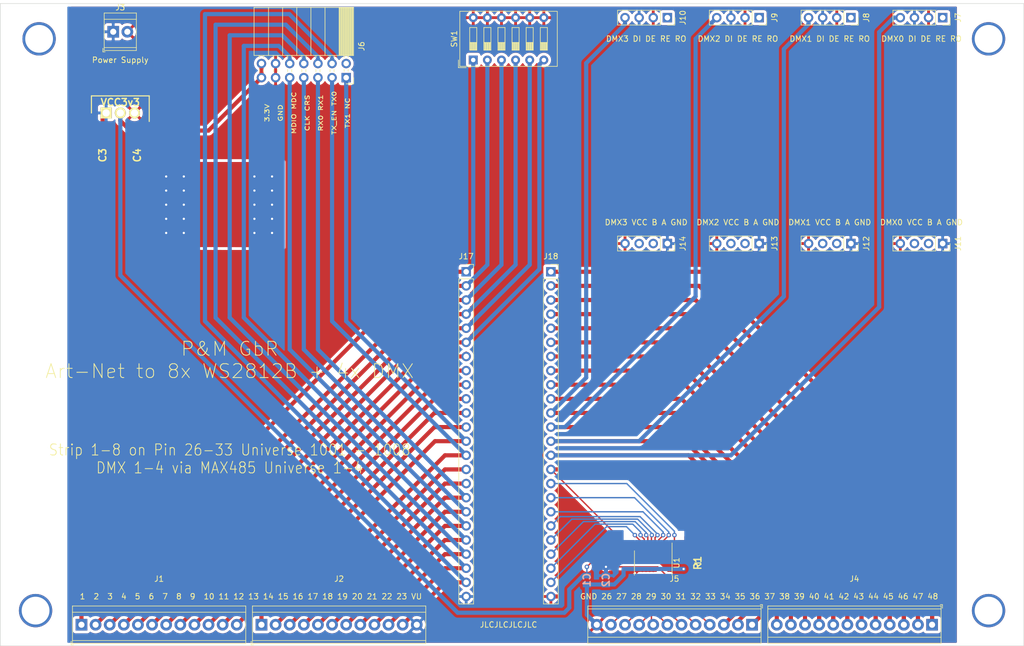
<source format=kicad_pcb>
(kicad_pcb (version 20171130) (host pcbnew "(5.1.6-0-10_14)")

  (general
    (thickness 1.6)
    (drawings 7)
    (tracks 329)
    (zones 0)
    (modules 24)
    (nets 71)
  )

  (page A4)
  (layers
    (0 F.Cu signal)
    (31 B.Cu signal)
    (32 B.Adhes user hide)
    (33 F.Adhes user hide)
    (34 B.Paste user)
    (35 F.Paste user)
    (36 B.SilkS user)
    (37 F.SilkS user)
    (38 B.Mask user)
    (39 F.Mask user)
    (40 Dwgs.User user hide)
    (41 Cmts.User user hide)
    (42 Eco1.User user hide)
    (43 Eco2.User user hide)
    (44 Edge.Cuts user)
    (45 Margin user hide)
    (46 B.CrtYd user hide)
    (47 F.CrtYd user hide)
    (48 B.Fab user hide)
    (49 F.Fab user hide)
  )

  (setup
    (last_trace_width 0.25)
    (user_trace_width 0.5)
    (user_trace_width 0.75)
    (trace_clearance 0.2)
    (zone_clearance 0.508)
    (zone_45_only no)
    (trace_min 0.2)
    (via_size 0.8)
    (via_drill 0.4)
    (via_min_size 0.4)
    (via_min_drill 0.3)
    (uvia_size 0.3)
    (uvia_drill 0.1)
    (uvias_allowed no)
    (uvia_min_size 0.2)
    (uvia_min_drill 0.1)
    (edge_width 0.05)
    (segment_width 0.2)
    (pcb_text_width 0.3)
    (pcb_text_size 1.5 1.5)
    (mod_edge_width 0.12)
    (mod_text_size 1 1)
    (mod_text_width 0.15)
    (pad_size 2.1 2.1)
    (pad_drill 1.1)
    (pad_to_mask_clearance 0.051)
    (solder_mask_min_width 0.25)
    (aux_axis_origin 0 0)
    (visible_elements FFFFFF7F)
    (pcbplotparams
      (layerselection 0x010fc_ffffffff)
      (usegerberextensions false)
      (usegerberattributes false)
      (usegerberadvancedattributes false)
      (creategerberjobfile false)
      (excludeedgelayer true)
      (linewidth 0.100000)
      (plotframeref false)
      (viasonmask false)
      (mode 1)
      (useauxorigin false)
      (hpglpennumber 1)
      (hpglpenspeed 20)
      (hpglpendiameter 15.000000)
      (psnegative false)
      (psa4output false)
      (plotreference true)
      (plotvalue true)
      (plotinvisibletext false)
      (padsonsilk false)
      (subtractmaskfromsilk false)
      (outputformat 1)
      (mirror false)
      (drillshape 0)
      (scaleselection 1)
      (outputdirectory "export v2/"))
  )

  (net 0 "")
  (net 1 "Net-(J1-Pad1)")
  (net 2 "Net-(J1-Pad2)")
  (net 3 "Net-(J1-Pad3)")
  (net 4 "Net-(J1-Pad4)")
  (net 5 "Net-(J1-Pad5)")
  (net 6 "Net-(J1-Pad6)")
  (net 7 "Net-(J1-Pad7)")
  (net 8 "Net-(J1-Pad8)")
  (net 9 "Net-(J1-Pad9)")
  (net 10 "Net-(J1-Pad10)")
  (net 11 "Net-(J1-Pad11)")
  (net 12 "Net-(J1-Pad12)")
  (net 13 "Net-(J7-Pad1)")
  (net 14 "Net-(J8-Pad1)")
  (net 15 "Net-(J9-Pad1)")
  (net 16 "Net-(J10-Pad1)")
  (net 17 "Net-(J10-Pad4)")
  (net 18 "Net-(J11-Pad3)")
  (net 19 "Net-(J11-Pad2)")
  (net 20 "Net-(J12-Pad3)")
  (net 21 "Net-(J12-Pad2)")
  (net 22 "Net-(J13-Pad3)")
  (net 23 "Net-(J13-Pad2)")
  (net 24 "Net-(J14-Pad3)")
  (net 25 "Net-(J14-Pad2)")
  (net 26 "Net-(J17-Pad13)")
  (net 27 "Net-(J17-Pad14)")
  (net 28 "Net-(J17-Pad15)")
  (net 29 "Net-(J17-Pad16)")
  (net 30 "Net-(J17-Pad17)")
  (net 31 "Net-(J17-Pad18)")
  (net 32 "Net-(J17-Pad19)")
  (net 33 "Net-(J17-Pad20)")
  (net 34 "Net-(J17-Pad21)")
  (net 35 "Net-(J17-Pad22)")
  (net 36 "Net-(J17-Pad23)")
  (net 37 "Net-(J18-Pad23)")
  (net 38 "Net-(J18-Pad22)")
  (net 39 "Net-(J18-Pad21)")
  (net 40 "Net-(J18-Pad20)")
  (net 41 "Net-(J18-Pad19)")
  (net 42 "Net-(J18-Pad18)")
  (net 43 "Net-(J18-Pad17)")
  (net 44 "Net-(J18-Pad16)")
  (net 45 "Net-(J18-Pad15)")
  (net 46 "Net-(J18-Pad14)")
  (net 47 "Net-(J18-Pad13)")
  (net 48 "Net-(J18-Pad10)")
  (net 49 "Net-(J18-Pad9)")
  (net 50 "Net-(J18-Pad8)")
  (net 51 "Net-(J18-Pad7)")
  (net 52 "Net-(J18-Pad6)")
  (net 53 "Net-(J18-Pad5)")
  (net 54 "Net-(J18-Pad4)")
  (net 55 "Net-(J18-Pad3)")
  (net 56 "Net-(J18-Pad2)")
  (net 57 "Net-(J18-Pad1)")
  (net 58 +5V)
  (net 59 GND)
  (net 60 "Net-(J6-Pad2)")
  (net 61 "Net-(J5-Pad11)")
  (net 62 "Net-(J5-Pad10)")
  (net 63 "Net-(J5-Pad9)")
  (net 64 "Net-(J5-Pad8)")
  (net 65 "Net-(J5-Pad7)")
  (net 66 "Net-(J5-Pad6)")
  (net 67 "Net-(J5-Pad5)")
  (net 68 "Net-(J5-Pad4)")
  (net 69 "Net-(C1-Pad1)")
  (net 70 "Net-(J18-Pad12)")

  (net_class Default "Dies ist die voreingestellte Netzklasse."
    (clearance 0.2)
    (trace_width 0.25)
    (via_dia 0.8)
    (via_drill 0.4)
    (uvia_dia 0.3)
    (uvia_drill 0.1)
    (add_net +5V)
    (add_net GND)
    (add_net "Net-(C1-Pad1)")
    (add_net "Net-(J1-Pad1)")
    (add_net "Net-(J1-Pad10)")
    (add_net "Net-(J1-Pad11)")
    (add_net "Net-(J1-Pad12)")
    (add_net "Net-(J1-Pad2)")
    (add_net "Net-(J1-Pad3)")
    (add_net "Net-(J1-Pad4)")
    (add_net "Net-(J1-Pad5)")
    (add_net "Net-(J1-Pad6)")
    (add_net "Net-(J1-Pad7)")
    (add_net "Net-(J1-Pad8)")
    (add_net "Net-(J1-Pad9)")
    (add_net "Net-(J10-Pad1)")
    (add_net "Net-(J10-Pad4)")
    (add_net "Net-(J11-Pad2)")
    (add_net "Net-(J11-Pad3)")
    (add_net "Net-(J12-Pad2)")
    (add_net "Net-(J12-Pad3)")
    (add_net "Net-(J13-Pad2)")
    (add_net "Net-(J13-Pad3)")
    (add_net "Net-(J14-Pad2)")
    (add_net "Net-(J14-Pad3)")
    (add_net "Net-(J17-Pad13)")
    (add_net "Net-(J17-Pad14)")
    (add_net "Net-(J17-Pad15)")
    (add_net "Net-(J17-Pad16)")
    (add_net "Net-(J17-Pad17)")
    (add_net "Net-(J17-Pad18)")
    (add_net "Net-(J17-Pad19)")
    (add_net "Net-(J17-Pad20)")
    (add_net "Net-(J17-Pad21)")
    (add_net "Net-(J17-Pad22)")
    (add_net "Net-(J17-Pad23)")
    (add_net "Net-(J18-Pad1)")
    (add_net "Net-(J18-Pad10)")
    (add_net "Net-(J18-Pad12)")
    (add_net "Net-(J18-Pad13)")
    (add_net "Net-(J18-Pad14)")
    (add_net "Net-(J18-Pad15)")
    (add_net "Net-(J18-Pad16)")
    (add_net "Net-(J18-Pad17)")
    (add_net "Net-(J18-Pad18)")
    (add_net "Net-(J18-Pad19)")
    (add_net "Net-(J18-Pad2)")
    (add_net "Net-(J18-Pad20)")
    (add_net "Net-(J18-Pad21)")
    (add_net "Net-(J18-Pad22)")
    (add_net "Net-(J18-Pad23)")
    (add_net "Net-(J18-Pad3)")
    (add_net "Net-(J18-Pad4)")
    (add_net "Net-(J18-Pad5)")
    (add_net "Net-(J18-Pad6)")
    (add_net "Net-(J18-Pad7)")
    (add_net "Net-(J18-Pad8)")
    (add_net "Net-(J18-Pad9)")
    (add_net "Net-(J5-Pad10)")
    (add_net "Net-(J5-Pad11)")
    (add_net "Net-(J5-Pad4)")
    (add_net "Net-(J5-Pad5)")
    (add_net "Net-(J5-Pad6)")
    (add_net "Net-(J5-Pad7)")
    (add_net "Net-(J5-Pad8)")
    (add_net "Net-(J5-Pad9)")
    (add_net "Net-(J6-Pad2)")
    (add_net "Net-(J7-Pad1)")
    (add_net "Net-(J8-Pad1)")
    (add_net "Net-(J9-Pad1)")
  )

  (module CRCW08054K70FKEAC:RESC2012X60N (layer F.Cu) (tedit 5F58A022) (tstamp 5F593EEF)
    (at 157.861 117.795 270)
    (descr 0805-ren2)
    (tags Resistor)
    (path /6055B232)
    (attr smd)
    (fp_text reference R1 (at 0 0 90) (layer F.SilkS)
      (effects (font (size 1.27 1.27) (thickness 0.254)))
    )
    (fp_text value CRCW08054K70FKEAC (at 0 0 90) (layer F.SilkS) hide
      (effects (font (size 1.27 1.27) (thickness 0.254)))
    )
    (fp_line (start -1.65 -1) (end 1.65 -1) (layer Dwgs.User) (width 0.05))
    (fp_line (start 1.65 -1) (end 1.65 1) (layer Dwgs.User) (width 0.05))
    (fp_line (start 1.65 1) (end -1.65 1) (layer Dwgs.User) (width 0.05))
    (fp_line (start -1.65 1) (end -1.65 -1) (layer Dwgs.User) (width 0.05))
    (fp_line (start -1 -0.625) (end 1 -0.625) (layer Dwgs.User) (width 0.1))
    (fp_line (start 1 -0.625) (end 1 0.625) (layer Dwgs.User) (width 0.1))
    (fp_line (start 1 0.625) (end -1 0.625) (layer Dwgs.User) (width 0.1))
    (fp_line (start -1 0.625) (end -1 -0.625) (layer Dwgs.User) (width 0.1))
    (fp_line (start 0 -0.525) (end 0 0.525) (layer F.SilkS) (width 0.2))
    (pad 2 smd rect (at 0.95 0 270) (size 0.9 1.45) (layers F.Cu F.Paste F.Mask)
      (net 59 GND))
    (pad 1 smd rect (at -0.95 0 270) (size 0.9 1.45) (layers F.Cu F.Paste F.Mask)
      (net 45 "Net-(J18-Pad15)"))
  )

  (module Package_SO:TSSOP-20_4.4x6.5mm_P0.65mm (layer F.Cu) (tedit 5E476F32) (tstamp 5F590A65)
    (at 149.86 117.7875 270)
    (descr "TSSOP, 20 Pin (JEDEC MO-153 Var AC https://www.jedec.org/document_search?search_api_views_fulltext=MO-153), generated with kicad-footprint-generator ipc_gullwing_generator.py")
    (tags "TSSOP SO")
    (path /60B14C8C)
    (attr smd)
    (fp_text reference U1 (at 0 -4.2 90) (layer F.SilkS)
      (effects (font (size 1 1) (thickness 0.15)))
    )
    (fp_text value TXS0108EPW (at 0 4.2 90) (layer F.Fab)
      (effects (font (size 1 1) (thickness 0.15)))
    )
    (fp_line (start 3.85 -3.5) (end -3.85 -3.5) (layer F.CrtYd) (width 0.05))
    (fp_line (start 3.85 3.5) (end 3.85 -3.5) (layer F.CrtYd) (width 0.05))
    (fp_line (start -3.85 3.5) (end 3.85 3.5) (layer F.CrtYd) (width 0.05))
    (fp_line (start -3.85 -3.5) (end -3.85 3.5) (layer F.CrtYd) (width 0.05))
    (fp_line (start -2.2 -2.25) (end -1.2 -3.25) (layer F.Fab) (width 0.1))
    (fp_line (start -2.2 3.25) (end -2.2 -2.25) (layer F.Fab) (width 0.1))
    (fp_line (start 2.2 3.25) (end -2.2 3.25) (layer F.Fab) (width 0.1))
    (fp_line (start 2.2 -3.25) (end 2.2 3.25) (layer F.Fab) (width 0.1))
    (fp_line (start -1.2 -3.25) (end 2.2 -3.25) (layer F.Fab) (width 0.1))
    (fp_line (start 0 -3.385) (end -3.6 -3.385) (layer F.SilkS) (width 0.12))
    (fp_line (start 0 -3.385) (end 2.2 -3.385) (layer F.SilkS) (width 0.12))
    (fp_line (start 0 3.385) (end -2.2 3.385) (layer F.SilkS) (width 0.12))
    (fp_line (start 0 3.385) (end 2.2 3.385) (layer F.SilkS) (width 0.12))
    (fp_text user %R (at 0 0 90) (layer F.Fab)
      (effects (font (size 1 1) (thickness 0.15)))
    )
    (pad 20 smd roundrect (at 2.8625 -2.925 270) (size 1.475 0.4) (layers F.Cu F.Paste F.Mask) (roundrect_rratio 0.25)
      (net 68 "Net-(J5-Pad4)"))
    (pad 19 smd roundrect (at 2.8625 -2.275 270) (size 1.475 0.4) (layers F.Cu F.Paste F.Mask) (roundrect_rratio 0.25)
      (net 58 +5V))
    (pad 18 smd roundrect (at 2.8625 -1.625 270) (size 1.475 0.4) (layers F.Cu F.Paste F.Mask) (roundrect_rratio 0.25)
      (net 67 "Net-(J5-Pad5)"))
    (pad 17 smd roundrect (at 2.8625 -0.975 270) (size 1.475 0.4) (layers F.Cu F.Paste F.Mask) (roundrect_rratio 0.25)
      (net 66 "Net-(J5-Pad6)"))
    (pad 16 smd roundrect (at 2.8625 -0.325 270) (size 1.475 0.4) (layers F.Cu F.Paste F.Mask) (roundrect_rratio 0.25)
      (net 65 "Net-(J5-Pad7)"))
    (pad 15 smd roundrect (at 2.8625 0.325 270) (size 1.475 0.4) (layers F.Cu F.Paste F.Mask) (roundrect_rratio 0.25)
      (net 64 "Net-(J5-Pad8)"))
    (pad 14 smd roundrect (at 2.8625 0.975 270) (size 1.475 0.4) (layers F.Cu F.Paste F.Mask) (roundrect_rratio 0.25)
      (net 63 "Net-(J5-Pad9)"))
    (pad 13 smd roundrect (at 2.8625 1.625 270) (size 1.475 0.4) (layers F.Cu F.Paste F.Mask) (roundrect_rratio 0.25)
      (net 62 "Net-(J5-Pad10)"))
    (pad 12 smd roundrect (at 2.8625 2.275 270) (size 1.475 0.4) (layers F.Cu F.Paste F.Mask) (roundrect_rratio 0.25)
      (net 61 "Net-(J5-Pad11)"))
    (pad 11 smd roundrect (at 2.8625 2.925 270) (size 1.475 0.4) (layers F.Cu F.Paste F.Mask) (roundrect_rratio 0.25)
      (net 59 GND))
    (pad 10 smd roundrect (at -2.8625 2.925 270) (size 1.475 0.4) (layers F.Cu F.Paste F.Mask) (roundrect_rratio 0.25)
      (net 45 "Net-(J18-Pad15)"))
    (pad 9 smd roundrect (at -2.8625 2.275 270) (size 1.475 0.4) (layers F.Cu F.Paste F.Mask) (roundrect_rratio 0.25)
      (net 37 "Net-(J18-Pad23)"))
    (pad 8 smd roundrect (at -2.8625 1.625 270) (size 1.475 0.4) (layers F.Cu F.Paste F.Mask) (roundrect_rratio 0.25)
      (net 38 "Net-(J18-Pad22)"))
    (pad 7 smd roundrect (at -2.8625 0.975 270) (size 1.475 0.4) (layers F.Cu F.Paste F.Mask) (roundrect_rratio 0.25)
      (net 39 "Net-(J18-Pad21)"))
    (pad 6 smd roundrect (at -2.8625 0.325 270) (size 1.475 0.4) (layers F.Cu F.Paste F.Mask) (roundrect_rratio 0.25)
      (net 40 "Net-(J18-Pad20)"))
    (pad 5 smd roundrect (at -2.8625 -0.325 270) (size 1.475 0.4) (layers F.Cu F.Paste F.Mask) (roundrect_rratio 0.25)
      (net 41 "Net-(J18-Pad19)"))
    (pad 4 smd roundrect (at -2.8625 -0.975 270) (size 1.475 0.4) (layers F.Cu F.Paste F.Mask) (roundrect_rratio 0.25)
      (net 42 "Net-(J18-Pad18)"))
    (pad 3 smd roundrect (at -2.8625 -1.625 270) (size 1.475 0.4) (layers F.Cu F.Paste F.Mask) (roundrect_rratio 0.25)
      (net 43 "Net-(J18-Pad17)"))
    (pad 2 smd roundrect (at -2.8625 -2.275 270) (size 1.475 0.4) (layers F.Cu F.Paste F.Mask) (roundrect_rratio 0.25)
      (net 69 "Net-(C1-Pad1)"))
    (pad 1 smd roundrect (at -2.8625 -2.925 270) (size 1.475 0.4) (layers F.Cu F.Paste F.Mask) (roundrect_rratio 0.25)
      (net 44 "Net-(J18-Pad16)"))
    (model ${KISYS3DMOD}/Package_SO.3dshapes/TSSOP-20_4.4x6.5mm_P0.65mm.wrl
      (at (xyz 0 0 0))
      (scale (xyz 1 1 1))
      (rotate (xyz 0 0 0))
    )
  )

  (module C0805X106K8RACAUTO:CAPC2012X100N (layer F.Cu) (tedit 5F58965D) (tstamp 5F590313)
    (at 57.023 44.45 90)
    (descr 0805-ren4)
    (tags Capacitor)
    (path /61AE490B)
    (attr smd)
    (fp_text reference C4 (at 0 0 90) (layer F.SilkS)
      (effects (font (size 1.27 1.27) (thickness 0.254)))
    )
    (fp_text value C0805X106K8RACAUTO (at 0 0 90) (layer F.SilkS) hide
      (effects (font (size 1.27 1.27) (thickness 0.254)))
    )
    (fp_line (start -1.46 -0.89) (end 1.46 -0.89) (layer Dwgs.User) (width 0.05))
    (fp_line (start 1.46 -0.89) (end 1.46 0.89) (layer Dwgs.User) (width 0.05))
    (fp_line (start 1.46 0.89) (end -1.46 0.89) (layer Dwgs.User) (width 0.05))
    (fp_line (start -1.46 0.89) (end -1.46 -0.89) (layer Dwgs.User) (width 0.05))
    (fp_line (start -1 -0.625) (end 1 -0.625) (layer Dwgs.User) (width 0.1))
    (fp_line (start 1 -0.625) (end 1 0.625) (layer Dwgs.User) (width 0.1))
    (fp_line (start 1 0.625) (end -1 0.625) (layer Dwgs.User) (width 0.1))
    (fp_line (start -1 0.625) (end -1 -0.625) (layer Dwgs.User) (width 0.1))
    (pad 2 smd rect (at 0.8 0 90) (size 1.02 1.47) (layers F.Cu F.Paste F.Mask)
      (net 69 "Net-(C1-Pad1)"))
    (pad 1 smd rect (at -0.8 0 90) (size 1.02 1.47) (layers F.Cu F.Paste F.Mask)
      (net 59 GND))
  )

  (module C0805C104K5RAC7411:CAPC2012X88N (layer F.Cu) (tedit 5F5892AE) (tstamp 5F590305)
    (at 50.8 44.45 270)
    (descr C0805C104K5RAC7411-+-+)
    (tags Capacitor)
    (path /61AE12C5)
    (attr smd)
    (fp_text reference C3 (at 0 0 90) (layer F.SilkS)
      (effects (font (size 1.27 1.27) (thickness 0.254)))
    )
    (fp_text value C0805C104K5RAC7411 (at 0 0 90) (layer F.SilkS) hide
      (effects (font (size 1.27 1.27) (thickness 0.254)))
    )
    (fp_line (start -1.46 -0.89) (end 1.46 -0.89) (layer Dwgs.User) (width 0.05))
    (fp_line (start 1.46 -0.89) (end 1.46 0.89) (layer Dwgs.User) (width 0.05))
    (fp_line (start 1.46 0.89) (end -1.46 0.89) (layer Dwgs.User) (width 0.05))
    (fp_line (start -1.46 0.89) (end -1.46 -0.89) (layer Dwgs.User) (width 0.05))
    (fp_line (start -1 -0.625) (end 1 -0.625) (layer Dwgs.User) (width 0.1))
    (fp_line (start 1 -0.625) (end 1 0.625) (layer Dwgs.User) (width 0.1))
    (fp_line (start 1 0.625) (end -1 0.625) (layer Dwgs.User) (width 0.1))
    (fp_line (start -1 0.625) (end -1 -0.625) (layer Dwgs.User) (width 0.1))
    (pad 2 smd rect (at 0.8 0 270) (size 1.02 1.47) (layers F.Cu F.Paste F.Mask)
      (net 59 GND))
    (pad 1 smd rect (at -0.8 0 270) (size 1.02 1.47) (layers F.Cu F.Paste F.Mask)
      (net 58 +5V))
  )

  (module C0805C104K5RAC7411:CAPC2012X88N (layer B.Cu) (tedit 5F5892AE) (tstamp 5F5902F7)
    (at 141.351 120.866 270)
    (descr C0805C104K5RAC7411-+-+)
    (tags Capacitor)
    (path /61A81CE2)
    (attr smd)
    (fp_text reference C2 (at 0 0 90) (layer B.SilkS)
      (effects (font (size 1.27 1.27) (thickness 0.254)) (justify mirror))
    )
    (fp_text value C0805C104K5RAC7411 (at 0 0 90) (layer B.SilkS) hide
      (effects (font (size 1.27 1.27) (thickness 0.254)) (justify mirror))
    )
    (fp_line (start -1.46 0.89) (end 1.46 0.89) (layer Dwgs.User) (width 0.05))
    (fp_line (start 1.46 0.89) (end 1.46 -0.89) (layer Dwgs.User) (width 0.05))
    (fp_line (start 1.46 -0.89) (end -1.46 -0.89) (layer Dwgs.User) (width 0.05))
    (fp_line (start -1.46 -0.89) (end -1.46 0.89) (layer Dwgs.User) (width 0.05))
    (fp_line (start -1 0.625) (end 1 0.625) (layer Dwgs.User) (width 0.1))
    (fp_line (start 1 0.625) (end 1 -0.625) (layer Dwgs.User) (width 0.1))
    (fp_line (start 1 -0.625) (end -1 -0.625) (layer Dwgs.User) (width 0.1))
    (fp_line (start -1 -0.625) (end -1 0.625) (layer Dwgs.User) (width 0.1))
    (pad 2 smd rect (at 0.8 0 270) (size 1.02 1.47) (layers B.Cu B.Paste B.Mask)
      (net 59 GND))
    (pad 1 smd rect (at -0.8 0 270) (size 1.02 1.47) (layers B.Cu B.Paste B.Mask)
      (net 58 +5V))
  )

  (module C0805C104K5RAC7411:CAPC2012X88N (layer B.Cu) (tedit 5F5892AE) (tstamp 5F5902E9)
    (at 137.922 120.866 270)
    (descr C0805C104K5RAC7411-+-+)
    (tags Capacitor)
    (path /61998171)
    (attr smd)
    (fp_text reference C1 (at 0 0 90) (layer B.SilkS)
      (effects (font (size 1.27 1.27) (thickness 0.254)) (justify mirror))
    )
    (fp_text value C0805C104K5RAC7411 (at 0 0 90) (layer B.SilkS) hide
      (effects (font (size 1.27 1.27) (thickness 0.254)) (justify mirror))
    )
    (fp_line (start -1.46 0.89) (end 1.46 0.89) (layer Dwgs.User) (width 0.05))
    (fp_line (start 1.46 0.89) (end 1.46 -0.89) (layer Dwgs.User) (width 0.05))
    (fp_line (start 1.46 -0.89) (end -1.46 -0.89) (layer Dwgs.User) (width 0.05))
    (fp_line (start -1.46 -0.89) (end -1.46 0.89) (layer Dwgs.User) (width 0.05))
    (fp_line (start -1 0.625) (end 1 0.625) (layer Dwgs.User) (width 0.1))
    (fp_line (start 1 0.625) (end 1 -0.625) (layer Dwgs.User) (width 0.1))
    (fp_line (start 1 -0.625) (end -1 -0.625) (layer Dwgs.User) (width 0.1))
    (fp_line (start -1 -0.625) (end -1 0.625) (layer Dwgs.User) (width 0.1))
    (pad 2 smd rect (at 0.8 0 270) (size 1.02 1.47) (layers B.Cu B.Paste B.Mask)
      (net 59 GND))
    (pad 1 smd rect (at -0.8 0 270) (size 1.02 1.47) (layers B.Cu B.Paste B.Mask)
      (net 69 "Net-(C1-Pad1)"))
  )

  (module Button_Switch_THT:SW_DIP_SPSTx06_Slide_9.78x17.42mm_W7.62mm_P2.54mm (layer F.Cu) (tedit 5A4E1405) (tstamp 5F4EBE24)
    (at 117.475 27.305 90)
    (descr "6x-dip-switch SPST , Slide, row spacing 7.62 mm (300 mils), body size 9.78x17.42mm (see e.g. https://www.ctscorp.com/wp-content/uploads/206-208.pdf)")
    (tags "DIP Switch SPST Slide 7.62mm 300mil")
    (path /619A0A26)
    (fp_text reference SW1 (at 3.81 -3.42 90) (layer F.SilkS)
      (effects (font (size 1 1) (thickness 0.15)))
    )
    (fp_text value SW_DIP_x06 (at 3.81 16.12 90) (layer F.Fab)
      (effects (font (size 1 1) (thickness 0.15)))
    )
    (fp_line (start 8.95 -2.7) (end -1.35 -2.7) (layer F.CrtYd) (width 0.05))
    (fp_line (start 8.95 15.4) (end 8.95 -2.7) (layer F.CrtYd) (width 0.05))
    (fp_line (start -1.35 15.4) (end 8.95 15.4) (layer F.CrtYd) (width 0.05))
    (fp_line (start -1.35 -2.7) (end -1.35 15.4) (layer F.CrtYd) (width 0.05))
    (fp_line (start 3.133333 12.065) (end 3.133333 13.335) (layer F.SilkS) (width 0.12))
    (fp_line (start 1.78 13.265) (end 3.133333 13.265) (layer F.SilkS) (width 0.12))
    (fp_line (start 1.78 13.145) (end 3.133333 13.145) (layer F.SilkS) (width 0.12))
    (fp_line (start 1.78 13.025) (end 3.133333 13.025) (layer F.SilkS) (width 0.12))
    (fp_line (start 1.78 12.905) (end 3.133333 12.905) (layer F.SilkS) (width 0.12))
    (fp_line (start 1.78 12.785) (end 3.133333 12.785) (layer F.SilkS) (width 0.12))
    (fp_line (start 1.78 12.665) (end 3.133333 12.665) (layer F.SilkS) (width 0.12))
    (fp_line (start 1.78 12.545) (end 3.133333 12.545) (layer F.SilkS) (width 0.12))
    (fp_line (start 1.78 12.425) (end 3.133333 12.425) (layer F.SilkS) (width 0.12))
    (fp_line (start 1.78 12.305) (end 3.133333 12.305) (layer F.SilkS) (width 0.12))
    (fp_line (start 1.78 12.185) (end 3.133333 12.185) (layer F.SilkS) (width 0.12))
    (fp_line (start 5.84 12.065) (end 1.78 12.065) (layer F.SilkS) (width 0.12))
    (fp_line (start 5.84 13.335) (end 5.84 12.065) (layer F.SilkS) (width 0.12))
    (fp_line (start 1.78 13.335) (end 5.84 13.335) (layer F.SilkS) (width 0.12))
    (fp_line (start 1.78 12.065) (end 1.78 13.335) (layer F.SilkS) (width 0.12))
    (fp_line (start 3.133333 9.525) (end 3.133333 10.795) (layer F.SilkS) (width 0.12))
    (fp_line (start 1.78 10.725) (end 3.133333 10.725) (layer F.SilkS) (width 0.12))
    (fp_line (start 1.78 10.605) (end 3.133333 10.605) (layer F.SilkS) (width 0.12))
    (fp_line (start 1.78 10.485) (end 3.133333 10.485) (layer F.SilkS) (width 0.12))
    (fp_line (start 1.78 10.365) (end 3.133333 10.365) (layer F.SilkS) (width 0.12))
    (fp_line (start 1.78 10.245) (end 3.133333 10.245) (layer F.SilkS) (width 0.12))
    (fp_line (start 1.78 10.125) (end 3.133333 10.125) (layer F.SilkS) (width 0.12))
    (fp_line (start 1.78 10.005) (end 3.133333 10.005) (layer F.SilkS) (width 0.12))
    (fp_line (start 1.78 9.885) (end 3.133333 9.885) (layer F.SilkS) (width 0.12))
    (fp_line (start 1.78 9.765) (end 3.133333 9.765) (layer F.SilkS) (width 0.12))
    (fp_line (start 1.78 9.645) (end 3.133333 9.645) (layer F.SilkS) (width 0.12))
    (fp_line (start 5.84 9.525) (end 1.78 9.525) (layer F.SilkS) (width 0.12))
    (fp_line (start 5.84 10.795) (end 5.84 9.525) (layer F.SilkS) (width 0.12))
    (fp_line (start 1.78 10.795) (end 5.84 10.795) (layer F.SilkS) (width 0.12))
    (fp_line (start 1.78 9.525) (end 1.78 10.795) (layer F.SilkS) (width 0.12))
    (fp_line (start 3.133333 6.985) (end 3.133333 8.255) (layer F.SilkS) (width 0.12))
    (fp_line (start 1.78 8.185) (end 3.133333 8.185) (layer F.SilkS) (width 0.12))
    (fp_line (start 1.78 8.065) (end 3.133333 8.065) (layer F.SilkS) (width 0.12))
    (fp_line (start 1.78 7.945) (end 3.133333 7.945) (layer F.SilkS) (width 0.12))
    (fp_line (start 1.78 7.825) (end 3.133333 7.825) (layer F.SilkS) (width 0.12))
    (fp_line (start 1.78 7.705) (end 3.133333 7.705) (layer F.SilkS) (width 0.12))
    (fp_line (start 1.78 7.585) (end 3.133333 7.585) (layer F.SilkS) (width 0.12))
    (fp_line (start 1.78 7.465) (end 3.133333 7.465) (layer F.SilkS) (width 0.12))
    (fp_line (start 1.78 7.345) (end 3.133333 7.345) (layer F.SilkS) (width 0.12))
    (fp_line (start 1.78 7.225) (end 3.133333 7.225) (layer F.SilkS) (width 0.12))
    (fp_line (start 1.78 7.105) (end 3.133333 7.105) (layer F.SilkS) (width 0.12))
    (fp_line (start 5.84 6.985) (end 1.78 6.985) (layer F.SilkS) (width 0.12))
    (fp_line (start 5.84 8.255) (end 5.84 6.985) (layer F.SilkS) (width 0.12))
    (fp_line (start 1.78 8.255) (end 5.84 8.255) (layer F.SilkS) (width 0.12))
    (fp_line (start 1.78 6.985) (end 1.78 8.255) (layer F.SilkS) (width 0.12))
    (fp_line (start 3.133333 4.445) (end 3.133333 5.715) (layer F.SilkS) (width 0.12))
    (fp_line (start 1.78 5.645) (end 3.133333 5.645) (layer F.SilkS) (width 0.12))
    (fp_line (start 1.78 5.525) (end 3.133333 5.525) (layer F.SilkS) (width 0.12))
    (fp_line (start 1.78 5.405) (end 3.133333 5.405) (layer F.SilkS) (width 0.12))
    (fp_line (start 1.78 5.285) (end 3.133333 5.285) (layer F.SilkS) (width 0.12))
    (fp_line (start 1.78 5.165) (end 3.133333 5.165) (layer F.SilkS) (width 0.12))
    (fp_line (start 1.78 5.045) (end 3.133333 5.045) (layer F.SilkS) (width 0.12))
    (fp_line (start 1.78 4.925) (end 3.133333 4.925) (layer F.SilkS) (width 0.12))
    (fp_line (start 1.78 4.805) (end 3.133333 4.805) (layer F.SilkS) (width 0.12))
    (fp_line (start 1.78 4.685) (end 3.133333 4.685) (layer F.SilkS) (width 0.12))
    (fp_line (start 1.78 4.565) (end 3.133333 4.565) (layer F.SilkS) (width 0.12))
    (fp_line (start 5.84 4.445) (end 1.78 4.445) (layer F.SilkS) (width 0.12))
    (fp_line (start 5.84 5.715) (end 5.84 4.445) (layer F.SilkS) (width 0.12))
    (fp_line (start 1.78 5.715) (end 5.84 5.715) (layer F.SilkS) (width 0.12))
    (fp_line (start 1.78 4.445) (end 1.78 5.715) (layer F.SilkS) (width 0.12))
    (fp_line (start 3.133333 1.905) (end 3.133333 3.175) (layer F.SilkS) (width 0.12))
    (fp_line (start 1.78 3.105) (end 3.133333 3.105) (layer F.SilkS) (width 0.12))
    (fp_line (start 1.78 2.985) (end 3.133333 2.985) (layer F.SilkS) (width 0.12))
    (fp_line (start 1.78 2.865) (end 3.133333 2.865) (layer F.SilkS) (width 0.12))
    (fp_line (start 1.78 2.745) (end 3.133333 2.745) (layer F.SilkS) (width 0.12))
    (fp_line (start 1.78 2.625) (end 3.133333 2.625) (layer F.SilkS) (width 0.12))
    (fp_line (start 1.78 2.505) (end 3.133333 2.505) (layer F.SilkS) (width 0.12))
    (fp_line (start 1.78 2.385) (end 3.133333 2.385) (layer F.SilkS) (width 0.12))
    (fp_line (start 1.78 2.265) (end 3.133333 2.265) (layer F.SilkS) (width 0.12))
    (fp_line (start 1.78 2.145) (end 3.133333 2.145) (layer F.SilkS) (width 0.12))
    (fp_line (start 1.78 2.025) (end 3.133333 2.025) (layer F.SilkS) (width 0.12))
    (fp_line (start 5.84 1.905) (end 1.78 1.905) (layer F.SilkS) (width 0.12))
    (fp_line (start 5.84 3.175) (end 5.84 1.905) (layer F.SilkS) (width 0.12))
    (fp_line (start 1.78 3.175) (end 5.84 3.175) (layer F.SilkS) (width 0.12))
    (fp_line (start 1.78 1.905) (end 1.78 3.175) (layer F.SilkS) (width 0.12))
    (fp_line (start 3.133333 -0.635) (end 3.133333 0.635) (layer F.SilkS) (width 0.12))
    (fp_line (start 1.78 0.565) (end 3.133333 0.565) (layer F.SilkS) (width 0.12))
    (fp_line (start 1.78 0.445) (end 3.133333 0.445) (layer F.SilkS) (width 0.12))
    (fp_line (start 1.78 0.325) (end 3.133333 0.325) (layer F.SilkS) (width 0.12))
    (fp_line (start 1.78 0.205) (end 3.133333 0.205) (layer F.SilkS) (width 0.12))
    (fp_line (start 1.78 0.085) (end 3.133333 0.085) (layer F.SilkS) (width 0.12))
    (fp_line (start 1.78 -0.035) (end 3.133333 -0.035) (layer F.SilkS) (width 0.12))
    (fp_line (start 1.78 -0.155) (end 3.133333 -0.155) (layer F.SilkS) (width 0.12))
    (fp_line (start 1.78 -0.275) (end 3.133333 -0.275) (layer F.SilkS) (width 0.12))
    (fp_line (start 1.78 -0.395) (end 3.133333 -0.395) (layer F.SilkS) (width 0.12))
    (fp_line (start 1.78 -0.515) (end 3.133333 -0.515) (layer F.SilkS) (width 0.12))
    (fp_line (start 5.84 -0.635) (end 1.78 -0.635) (layer F.SilkS) (width 0.12))
    (fp_line (start 5.84 0.635) (end 5.84 -0.635) (layer F.SilkS) (width 0.12))
    (fp_line (start 1.78 0.635) (end 5.84 0.635) (layer F.SilkS) (width 0.12))
    (fp_line (start 1.78 -0.635) (end 1.78 0.635) (layer F.SilkS) (width 0.12))
    (fp_line (start -1.38 -2.66) (end -1.38 -1.277) (layer F.SilkS) (width 0.12))
    (fp_line (start -1.38 -2.66) (end 0.004 -2.66) (layer F.SilkS) (width 0.12))
    (fp_line (start 8.76 -2.42) (end 8.76 15.12) (layer F.SilkS) (width 0.12))
    (fp_line (start -1.14 -2.42) (end -1.14 15.12) (layer F.SilkS) (width 0.12))
    (fp_line (start -1.14 15.12) (end 8.76 15.12) (layer F.SilkS) (width 0.12))
    (fp_line (start -1.14 -2.42) (end 8.76 -2.42) (layer F.SilkS) (width 0.12))
    (fp_line (start 3.133333 12.065) (end 3.133333 13.335) (layer F.Fab) (width 0.1))
    (fp_line (start 1.78 13.265) (end 3.133333 13.265) (layer F.Fab) (width 0.1))
    (fp_line (start 1.78 13.165) (end 3.133333 13.165) (layer F.Fab) (width 0.1))
    (fp_line (start 1.78 13.065) (end 3.133333 13.065) (layer F.Fab) (width 0.1))
    (fp_line (start 1.78 12.965) (end 3.133333 12.965) (layer F.Fab) (width 0.1))
    (fp_line (start 1.78 12.865) (end 3.133333 12.865) (layer F.Fab) (width 0.1))
    (fp_line (start 1.78 12.765) (end 3.133333 12.765) (layer F.Fab) (width 0.1))
    (fp_line (start 1.78 12.665) (end 3.133333 12.665) (layer F.Fab) (width 0.1))
    (fp_line (start 1.78 12.565) (end 3.133333 12.565) (layer F.Fab) (width 0.1))
    (fp_line (start 1.78 12.465) (end 3.133333 12.465) (layer F.Fab) (width 0.1))
    (fp_line (start 1.78 12.365) (end 3.133333 12.365) (layer F.Fab) (width 0.1))
    (fp_line (start 1.78 12.265) (end 3.133333 12.265) (layer F.Fab) (width 0.1))
    (fp_line (start 1.78 12.165) (end 3.133333 12.165) (layer F.Fab) (width 0.1))
    (fp_line (start 5.84 12.065) (end 1.78 12.065) (layer F.Fab) (width 0.1))
    (fp_line (start 5.84 13.335) (end 5.84 12.065) (layer F.Fab) (width 0.1))
    (fp_line (start 1.78 13.335) (end 5.84 13.335) (layer F.Fab) (width 0.1))
    (fp_line (start 1.78 12.065) (end 1.78 13.335) (layer F.Fab) (width 0.1))
    (fp_line (start 3.133333 9.525) (end 3.133333 10.795) (layer F.Fab) (width 0.1))
    (fp_line (start 1.78 10.725) (end 3.133333 10.725) (layer F.Fab) (width 0.1))
    (fp_line (start 1.78 10.625) (end 3.133333 10.625) (layer F.Fab) (width 0.1))
    (fp_line (start 1.78 10.525) (end 3.133333 10.525) (layer F.Fab) (width 0.1))
    (fp_line (start 1.78 10.425) (end 3.133333 10.425) (layer F.Fab) (width 0.1))
    (fp_line (start 1.78 10.325) (end 3.133333 10.325) (layer F.Fab) (width 0.1))
    (fp_line (start 1.78 10.225) (end 3.133333 10.225) (layer F.Fab) (width 0.1))
    (fp_line (start 1.78 10.125) (end 3.133333 10.125) (layer F.Fab) (width 0.1))
    (fp_line (start 1.78 10.025) (end 3.133333 10.025) (layer F.Fab) (width 0.1))
    (fp_line (start 1.78 9.925) (end 3.133333 9.925) (layer F.Fab) (width 0.1))
    (fp_line (start 1.78 9.825) (end 3.133333 9.825) (layer F.Fab) (width 0.1))
    (fp_line (start 1.78 9.725) (end 3.133333 9.725) (layer F.Fab) (width 0.1))
    (fp_line (start 1.78 9.625) (end 3.133333 9.625) (layer F.Fab) (width 0.1))
    (fp_line (start 5.84 9.525) (end 1.78 9.525) (layer F.Fab) (width 0.1))
    (fp_line (start 5.84 10.795) (end 5.84 9.525) (layer F.Fab) (width 0.1))
    (fp_line (start 1.78 10.795) (end 5.84 10.795) (layer F.Fab) (width 0.1))
    (fp_line (start 1.78 9.525) (end 1.78 10.795) (layer F.Fab) (width 0.1))
    (fp_line (start 3.133333 6.985) (end 3.133333 8.255) (layer F.Fab) (width 0.1))
    (fp_line (start 1.78 8.185) (end 3.133333 8.185) (layer F.Fab) (width 0.1))
    (fp_line (start 1.78 8.085) (end 3.133333 8.085) (layer F.Fab) (width 0.1))
    (fp_line (start 1.78 7.985) (end 3.133333 7.985) (layer F.Fab) (width 0.1))
    (fp_line (start 1.78 7.885) (end 3.133333 7.885) (layer F.Fab) (width 0.1))
    (fp_line (start 1.78 7.785) (end 3.133333 7.785) (layer F.Fab) (width 0.1))
    (fp_line (start 1.78 7.685) (end 3.133333 7.685) (layer F.Fab) (width 0.1))
    (fp_line (start 1.78 7.585) (end 3.133333 7.585) (layer F.Fab) (width 0.1))
    (fp_line (start 1.78 7.485) (end 3.133333 7.485) (layer F.Fab) (width 0.1))
    (fp_line (start 1.78 7.385) (end 3.133333 7.385) (layer F.Fab) (width 0.1))
    (fp_line (start 1.78 7.285) (end 3.133333 7.285) (layer F.Fab) (width 0.1))
    (fp_line (start 1.78 7.185) (end 3.133333 7.185) (layer F.Fab) (width 0.1))
    (fp_line (start 1.78 7.085) (end 3.133333 7.085) (layer F.Fab) (width 0.1))
    (fp_line (start 5.84 6.985) (end 1.78 6.985) (layer F.Fab) (width 0.1))
    (fp_line (start 5.84 8.255) (end 5.84 6.985) (layer F.Fab) (width 0.1))
    (fp_line (start 1.78 8.255) (end 5.84 8.255) (layer F.Fab) (width 0.1))
    (fp_line (start 1.78 6.985) (end 1.78 8.255) (layer F.Fab) (width 0.1))
    (fp_line (start 3.133333 4.445) (end 3.133333 5.715) (layer F.Fab) (width 0.1))
    (fp_line (start 1.78 5.645) (end 3.133333 5.645) (layer F.Fab) (width 0.1))
    (fp_line (start 1.78 5.545) (end 3.133333 5.545) (layer F.Fab) (width 0.1))
    (fp_line (start 1.78 5.445) (end 3.133333 5.445) (layer F.Fab) (width 0.1))
    (fp_line (start 1.78 5.345) (end 3.133333 5.345) (layer F.Fab) (width 0.1))
    (fp_line (start 1.78 5.245) (end 3.133333 5.245) (layer F.Fab) (width 0.1))
    (fp_line (start 1.78 5.145) (end 3.133333 5.145) (layer F.Fab) (width 0.1))
    (fp_line (start 1.78 5.045) (end 3.133333 5.045) (layer F.Fab) (width 0.1))
    (fp_line (start 1.78 4.945) (end 3.133333 4.945) (layer F.Fab) (width 0.1))
    (fp_line (start 1.78 4.845) (end 3.133333 4.845) (layer F.Fab) (width 0.1))
    (fp_line (start 1.78 4.745) (end 3.133333 4.745) (layer F.Fab) (width 0.1))
    (fp_line (start 1.78 4.645) (end 3.133333 4.645) (layer F.Fab) (width 0.1))
    (fp_line (start 1.78 4.545) (end 3.133333 4.545) (layer F.Fab) (width 0.1))
    (fp_line (start 5.84 4.445) (end 1.78 4.445) (layer F.Fab) (width 0.1))
    (fp_line (start 5.84 5.715) (end 5.84 4.445) (layer F.Fab) (width 0.1))
    (fp_line (start 1.78 5.715) (end 5.84 5.715) (layer F.Fab) (width 0.1))
    (fp_line (start 1.78 4.445) (end 1.78 5.715) (layer F.Fab) (width 0.1))
    (fp_line (start 3.133333 1.905) (end 3.133333 3.175) (layer F.Fab) (width 0.1))
    (fp_line (start 1.78 3.105) (end 3.133333 3.105) (layer F.Fab) (width 0.1))
    (fp_line (start 1.78 3.005) (end 3.133333 3.005) (layer F.Fab) (width 0.1))
    (fp_line (start 1.78 2.905) (end 3.133333 2.905) (layer F.Fab) (width 0.1))
    (fp_line (start 1.78 2.805) (end 3.133333 2.805) (layer F.Fab) (width 0.1))
    (fp_line (start 1.78 2.705) (end 3.133333 2.705) (layer F.Fab) (width 0.1))
    (fp_line (start 1.78 2.605) (end 3.133333 2.605) (layer F.Fab) (width 0.1))
    (fp_line (start 1.78 2.505) (end 3.133333 2.505) (layer F.Fab) (width 0.1))
    (fp_line (start 1.78 2.405) (end 3.133333 2.405) (layer F.Fab) (width 0.1))
    (fp_line (start 1.78 2.305) (end 3.133333 2.305) (layer F.Fab) (width 0.1))
    (fp_line (start 1.78 2.205) (end 3.133333 2.205) (layer F.Fab) (width 0.1))
    (fp_line (start 1.78 2.105) (end 3.133333 2.105) (layer F.Fab) (width 0.1))
    (fp_line (start 1.78 2.005) (end 3.133333 2.005) (layer F.Fab) (width 0.1))
    (fp_line (start 5.84 1.905) (end 1.78 1.905) (layer F.Fab) (width 0.1))
    (fp_line (start 5.84 3.175) (end 5.84 1.905) (layer F.Fab) (width 0.1))
    (fp_line (start 1.78 3.175) (end 5.84 3.175) (layer F.Fab) (width 0.1))
    (fp_line (start 1.78 1.905) (end 1.78 3.175) (layer F.Fab) (width 0.1))
    (fp_line (start 3.133333 -0.635) (end 3.133333 0.635) (layer F.Fab) (width 0.1))
    (fp_line (start 1.78 0.565) (end 3.133333 0.565) (layer F.Fab) (width 0.1))
    (fp_line (start 1.78 0.465) (end 3.133333 0.465) (layer F.Fab) (width 0.1))
    (fp_line (start 1.78 0.365) (end 3.133333 0.365) (layer F.Fab) (width 0.1))
    (fp_line (start 1.78 0.265) (end 3.133333 0.265) (layer F.Fab) (width 0.1))
    (fp_line (start 1.78 0.165) (end 3.133333 0.165) (layer F.Fab) (width 0.1))
    (fp_line (start 1.78 0.065) (end 3.133333 0.065) (layer F.Fab) (width 0.1))
    (fp_line (start 1.78 -0.035) (end 3.133333 -0.035) (layer F.Fab) (width 0.1))
    (fp_line (start 1.78 -0.135) (end 3.133333 -0.135) (layer F.Fab) (width 0.1))
    (fp_line (start 1.78 -0.235) (end 3.133333 -0.235) (layer F.Fab) (width 0.1))
    (fp_line (start 1.78 -0.335) (end 3.133333 -0.335) (layer F.Fab) (width 0.1))
    (fp_line (start 1.78 -0.435) (end 3.133333 -0.435) (layer F.Fab) (width 0.1))
    (fp_line (start 1.78 -0.535) (end 3.133333 -0.535) (layer F.Fab) (width 0.1))
    (fp_line (start 5.84 -0.635) (end 1.78 -0.635) (layer F.Fab) (width 0.1))
    (fp_line (start 5.84 0.635) (end 5.84 -0.635) (layer F.Fab) (width 0.1))
    (fp_line (start 1.78 0.635) (end 5.84 0.635) (layer F.Fab) (width 0.1))
    (fp_line (start 1.78 -0.635) (end 1.78 0.635) (layer F.Fab) (width 0.1))
    (fp_line (start -1.08 -1.36) (end -0.08 -2.36) (layer F.Fab) (width 0.1))
    (fp_line (start -1.08 15.06) (end -1.08 -1.36) (layer F.Fab) (width 0.1))
    (fp_line (start 8.7 15.06) (end -1.08 15.06) (layer F.Fab) (width 0.1))
    (fp_line (start 8.7 -2.36) (end 8.7 15.06) (layer F.Fab) (width 0.1))
    (fp_line (start -0.08 -2.36) (end 8.7 -2.36) (layer F.Fab) (width 0.1))
    (fp_text user on (at 5.365 -1.4975 90) (layer F.Fab)
      (effects (font (size 0.8 0.8) (thickness 0.12)))
    )
    (fp_text user %R (at 7.27 6.35) (layer F.Fab)
      (effects (font (size 0.8 0.8) (thickness 0.12)))
    )
    (pad 12 thru_hole oval (at 7.62 0 90) (size 1.6 1.6) (drill 0.8) (layers *.Cu *.Mask)
      (net 59 GND))
    (pad 6 thru_hole oval (at 0 12.7 90) (size 1.6 1.6) (drill 0.8) (layers *.Cu *.Mask)
      (net 6 "Net-(J1-Pad6)"))
    (pad 11 thru_hole oval (at 7.62 2.54 90) (size 1.6 1.6) (drill 0.8) (layers *.Cu *.Mask)
      (net 59 GND))
    (pad 5 thru_hole oval (at 0 10.16 90) (size 1.6 1.6) (drill 0.8) (layers *.Cu *.Mask)
      (net 5 "Net-(J1-Pad5)"))
    (pad 10 thru_hole oval (at 7.62 5.08 90) (size 1.6 1.6) (drill 0.8) (layers *.Cu *.Mask)
      (net 59 GND))
    (pad 4 thru_hole oval (at 0 7.62 90) (size 1.6 1.6) (drill 0.8) (layers *.Cu *.Mask)
      (net 4 "Net-(J1-Pad4)"))
    (pad 9 thru_hole oval (at 7.62 7.62 90) (size 1.6 1.6) (drill 0.8) (layers *.Cu *.Mask)
      (net 59 GND))
    (pad 3 thru_hole oval (at 0 5.08 90) (size 1.6 1.6) (drill 0.8) (layers *.Cu *.Mask)
      (net 3 "Net-(J1-Pad3)"))
    (pad 8 thru_hole oval (at 7.62 10.16 90) (size 1.6 1.6) (drill 0.8) (layers *.Cu *.Mask)
      (net 59 GND))
    (pad 2 thru_hole oval (at 0 2.54 90) (size 1.6 1.6) (drill 0.8) (layers *.Cu *.Mask)
      (net 2 "Net-(J1-Pad2)"))
    (pad 7 thru_hole oval (at 7.62 12.7 90) (size 1.6 1.6) (drill 0.8) (layers *.Cu *.Mask)
      (net 59 GND))
    (pad 1 thru_hole rect (at 0 0 90) (size 1.6 1.6) (drill 0.8) (layers *.Cu *.Mask)
      (net 1 "Net-(J1-Pad1)"))
    (model ${KISYS3DMOD}/Button_Switch_THT.3dshapes/SW_DIP_SPSTx06_Slide_9.78x17.42mm_W7.62mm_P2.54mm.wrl
      (at (xyz 0 0 0))
      (scale (xyz 1 1 1))
      (rotate (xyz 0 0 90))
    )
  )

  (module LD1117V33:TO255P460X1020X2008-3P (layer F.Cu) (tedit 5F4CDE42) (tstamp 5F4E4359)
    (at 51.435 36.83)
    (descr "3-Pin TO-220")
    (tags "Integrated Circuit")
    (path /5F6D9254)
    (fp_text reference VCC3v3 (at 2.54 -1.905) (layer F.SilkS)
      (effects (font (size 1.27 1.27) (thickness 0.254)))
    )
    (fp_text value LD1117V33 (at 0 0) (layer F.SilkS) hide
      (effects (font (size 1.27 1.27) (thickness 0.254)))
    )
    (fp_line (start -2.65 -3.07) (end -2.65 0) (layer F.SilkS) (width 0.2))
    (fp_line (start 7.75 -3.07) (end -2.65 -3.07) (layer F.SilkS) (width 0.2))
    (fp_line (start 7.75 1.53) (end 7.75 -3.07) (layer F.SilkS) (width 0.2))
    (fp_line (start -2.65 -1.795) (end -1.375 -3.07) (layer Dwgs.User) (width 0.1))
    (fp_line (start -2.65 1.53) (end -2.65 -3.07) (layer Dwgs.User) (width 0.1))
    (fp_line (start 7.75 1.53) (end -2.65 1.53) (layer Dwgs.User) (width 0.1))
    (fp_line (start 7.75 -3.07) (end 7.75 1.53) (layer Dwgs.User) (width 0.1))
    (fp_line (start -2.65 -3.07) (end 7.75 -3.07) (layer Dwgs.User) (width 0.1))
    (fp_line (start -2.9 1.78) (end -2.9 -3.32) (layer Dwgs.User) (width 0.05))
    (fp_line (start 8 1.78) (end -2.9 1.78) (layer Dwgs.User) (width 0.05))
    (fp_line (start 8 -3.32) (end 8 1.78) (layer Dwgs.User) (width 0.05))
    (fp_line (start -2.9 -3.32) (end 8 -3.32) (layer Dwgs.User) (width 0.05))
    (pad 3 thru_hole circle (at 5.1 0 90) (size 1.98 1.98) (drill 1.32) (layers *.Cu *.Mask F.SilkS)
      (net 59 GND))
    (pad 2 thru_hole circle (at 2.55 0 90) (size 1.98 1.98) (drill 1.32) (layers *.Cu *.Mask F.SilkS)
      (net 69 "Net-(C1-Pad1)"))
    (pad 1 thru_hole rect (at 0 0 90) (size 1.98 1.98) (drill 1.32) (layers *.Cu *.Mask F.SilkS)
      (net 58 +5V))
  )

  (module Connector_PinSocket_2.54mm:PinSocket_1x24_P2.54mm_Vertical (layer F.Cu) (tedit 5A19A427) (tstamp 5EB87CDB)
    (at 116.205 65.405)
    (descr "Through hole straight socket strip, 1x24, 2.54mm pitch, single row (from Kicad 4.0.7), script generated")
    (tags "Through hole socket strip THT 1x24 2.54mm single row")
    (path /5EBEF8A2)
    (fp_text reference J17 (at 0 -2.77) (layer F.SilkS)
      (effects (font (size 1 1) (thickness 0.15)))
    )
    (fp_text value "CMOD A7 J1" (at 0 61.19) (layer F.Fab)
      (effects (font (size 1 1) (thickness 0.15)))
    )
    (fp_line (start -1.27 -1.27) (end 0.635 -1.27) (layer F.Fab) (width 0.1))
    (fp_line (start 0.635 -1.27) (end 1.27 -0.635) (layer F.Fab) (width 0.1))
    (fp_line (start 1.27 -0.635) (end 1.27 59.69) (layer F.Fab) (width 0.1))
    (fp_line (start 1.27 59.69) (end -1.27 59.69) (layer F.Fab) (width 0.1))
    (fp_line (start -1.27 59.69) (end -1.27 -1.27) (layer F.Fab) (width 0.1))
    (fp_line (start -1.33 1.27) (end 1.33 1.27) (layer F.SilkS) (width 0.12))
    (fp_line (start -1.33 1.27) (end -1.33 59.75) (layer F.SilkS) (width 0.12))
    (fp_line (start -1.33 59.75) (end 1.33 59.75) (layer F.SilkS) (width 0.12))
    (fp_line (start 1.33 1.27) (end 1.33 59.75) (layer F.SilkS) (width 0.12))
    (fp_line (start 1.33 -1.33) (end 1.33 0) (layer F.SilkS) (width 0.12))
    (fp_line (start 0 -1.33) (end 1.33 -1.33) (layer F.SilkS) (width 0.12))
    (fp_line (start -1.8 -1.8) (end 1.75 -1.8) (layer F.CrtYd) (width 0.05))
    (fp_line (start 1.75 -1.8) (end 1.75 60.2) (layer F.CrtYd) (width 0.05))
    (fp_line (start 1.75 60.2) (end -1.8 60.2) (layer F.CrtYd) (width 0.05))
    (fp_line (start -1.8 60.2) (end -1.8 -1.8) (layer F.CrtYd) (width 0.05))
    (fp_text user %R (at 0 29.21 90) (layer F.Fab)
      (effects (font (size 1 1) (thickness 0.15)))
    )
    (pad 1 thru_hole rect (at 0 0) (size 1.7 1.7) (drill 1) (layers *.Cu *.Mask)
      (net 1 "Net-(J1-Pad1)"))
    (pad 2 thru_hole oval (at 0 2.54) (size 1.7 1.7) (drill 1) (layers *.Cu *.Mask)
      (net 2 "Net-(J1-Pad2)"))
    (pad 3 thru_hole oval (at 0 5.08) (size 1.7 1.7) (drill 1) (layers *.Cu *.Mask)
      (net 3 "Net-(J1-Pad3)"))
    (pad 4 thru_hole oval (at 0 7.62) (size 1.7 1.7) (drill 1) (layers *.Cu *.Mask)
      (net 4 "Net-(J1-Pad4)"))
    (pad 5 thru_hole oval (at 0 10.16) (size 1.7 1.7) (drill 1) (layers *.Cu *.Mask)
      (net 5 "Net-(J1-Pad5)"))
    (pad 6 thru_hole oval (at 0 12.7) (size 1.7 1.7) (drill 1) (layers *.Cu *.Mask)
      (net 6 "Net-(J1-Pad6)"))
    (pad 7 thru_hole oval (at 0 15.24) (size 1.7 1.7) (drill 1) (layers *.Cu *.Mask)
      (net 7 "Net-(J1-Pad7)"))
    (pad 8 thru_hole oval (at 0 17.78) (size 1.7 1.7) (drill 1) (layers *.Cu *.Mask)
      (net 8 "Net-(J1-Pad8)"))
    (pad 9 thru_hole oval (at 0 20.32) (size 1.7 1.7) (drill 1) (layers *.Cu *.Mask)
      (net 9 "Net-(J1-Pad9)"))
    (pad 10 thru_hole oval (at 0 22.86) (size 1.7 1.7) (drill 1) (layers *.Cu *.Mask)
      (net 10 "Net-(J1-Pad10)"))
    (pad 11 thru_hole oval (at 0 25.4) (size 1.7 1.7) (drill 1) (layers *.Cu *.Mask)
      (net 11 "Net-(J1-Pad11)"))
    (pad 12 thru_hole oval (at 0 27.94) (size 1.7 1.7) (drill 1) (layers *.Cu *.Mask)
      (net 12 "Net-(J1-Pad12)"))
    (pad 13 thru_hole oval (at 0 30.48) (size 1.7 1.7) (drill 1) (layers *.Cu *.Mask)
      (net 26 "Net-(J17-Pad13)"))
    (pad 14 thru_hole oval (at 0 33.02) (size 1.7 1.7) (drill 1) (layers *.Cu *.Mask)
      (net 27 "Net-(J17-Pad14)"))
    (pad 15 thru_hole oval (at 0 35.56) (size 1.7 1.7) (drill 1) (layers *.Cu *.Mask)
      (net 28 "Net-(J17-Pad15)"))
    (pad 16 thru_hole oval (at 0 38.1) (size 1.7 1.7) (drill 1) (layers *.Cu *.Mask)
      (net 29 "Net-(J17-Pad16)"))
    (pad 17 thru_hole oval (at 0 40.64) (size 1.7 1.7) (drill 1) (layers *.Cu *.Mask)
      (net 30 "Net-(J17-Pad17)"))
    (pad 18 thru_hole oval (at 0 43.18) (size 1.7 1.7) (drill 1) (layers *.Cu *.Mask)
      (net 31 "Net-(J17-Pad18)"))
    (pad 19 thru_hole oval (at 0 45.72) (size 1.7 1.7) (drill 1) (layers *.Cu *.Mask)
      (net 32 "Net-(J17-Pad19)"))
    (pad 20 thru_hole oval (at 0 48.26) (size 1.7 1.7) (drill 1) (layers *.Cu *.Mask)
      (net 33 "Net-(J17-Pad20)"))
    (pad 21 thru_hole oval (at 0 50.8) (size 1.7 1.7) (drill 1) (layers *.Cu *.Mask)
      (net 34 "Net-(J17-Pad21)"))
    (pad 22 thru_hole oval (at 0 53.34) (size 1.7 1.7) (drill 1) (layers *.Cu *.Mask)
      (net 35 "Net-(J17-Pad22)"))
    (pad 23 thru_hole oval (at 0 55.88) (size 1.7 1.7) (drill 1) (layers *.Cu *.Mask)
      (net 36 "Net-(J17-Pad23)"))
    (pad 24 thru_hole oval (at 0 58.42) (size 1.7 1.7) (drill 1) (layers *.Cu *.Mask)
      (net 58 +5V))
    (model ${KISYS3DMOD}/Connector_PinSocket_2.54mm.3dshapes/PinSocket_1x24_P2.54mm_Vertical.wrl
      (at (xyz 0 0 0))
      (scale (xyz 1 1 1))
      (rotate (xyz 0 0 0))
    )
  )

  (module Connector_PinSocket_2.54mm:PinSocket_1x04_P2.54mm_Vertical (layer F.Cu) (tedit 5A19A429) (tstamp 5EB87C07)
    (at 201.93 19.685 270)
    (descr "Through hole straight socket strip, 1x04, 2.54mm pitch, single row (from Kicad 4.0.7), script generated")
    (tags "Through hole socket strip THT 1x04 2.54mm single row")
    (path /5EBA115E)
    (fp_text reference J7 (at 0 -2.77 90) (layer F.SilkS)
      (effects (font (size 1 1) (thickness 0.15)))
    )
    (fp_text value "DMX0 DI DE RE RO" (at 3.81 3.81) (layer F.SilkS)
      (effects (font (size 1 1) (thickness 0.15)))
    )
    (fp_line (start -1.27 -1.27) (end 0.635 -1.27) (layer F.Fab) (width 0.1))
    (fp_line (start 0.635 -1.27) (end 1.27 -0.635) (layer F.Fab) (width 0.1))
    (fp_line (start 1.27 -0.635) (end 1.27 8.89) (layer F.Fab) (width 0.1))
    (fp_line (start 1.27 8.89) (end -1.27 8.89) (layer F.Fab) (width 0.1))
    (fp_line (start -1.27 8.89) (end -1.27 -1.27) (layer F.Fab) (width 0.1))
    (fp_line (start -1.33 1.27) (end 1.33 1.27) (layer F.SilkS) (width 0.12))
    (fp_line (start -1.33 1.27) (end -1.33 8.95) (layer F.SilkS) (width 0.12))
    (fp_line (start -1.33 8.95) (end 1.33 8.95) (layer F.SilkS) (width 0.12))
    (fp_line (start 1.33 1.27) (end 1.33 8.95) (layer F.SilkS) (width 0.12))
    (fp_line (start 1.33 -1.33) (end 1.33 0) (layer F.SilkS) (width 0.12))
    (fp_line (start 0 -1.33) (end 1.33 -1.33) (layer F.SilkS) (width 0.12))
    (fp_line (start -1.8 -1.8) (end 1.75 -1.8) (layer F.CrtYd) (width 0.05))
    (fp_line (start 1.75 -1.8) (end 1.75 9.4) (layer F.CrtYd) (width 0.05))
    (fp_line (start 1.75 9.4) (end -1.8 9.4) (layer F.CrtYd) (width 0.05))
    (fp_line (start -1.8 9.4) (end -1.8 -1.8) (layer F.CrtYd) (width 0.05))
    (fp_text user %R (at 0 3.81) (layer F.Fab)
      (effects (font (size 1 1) (thickness 0.15)))
    )
    (pad 1 thru_hole rect (at 0 0 270) (size 1.7 1.7) (drill 1) (layers *.Cu *.Mask)
      (net 13 "Net-(J7-Pad1)"))
    (pad 2 thru_hole oval (at 0 2.54 270) (size 1.7 1.7) (drill 1) (layers *.Cu *.Mask)
      (net 59 GND))
    (pad 3 thru_hole oval (at 0 5.08 270) (size 1.7 1.7) (drill 1) (layers *.Cu *.Mask)
      (net 58 +5V))
    (pad 4 thru_hole oval (at 0 7.62 270) (size 1.7 1.7) (drill 1) (layers *.Cu *.Mask)
      (net 46 "Net-(J18-Pad14)"))
    (model ${KISYS3DMOD}/Connector_PinSocket_2.54mm.3dshapes/PinSocket_1x04_P2.54mm_Vertical.wrl
      (at (xyz 0 0 0))
      (scale (xyz 1 1 1))
      (rotate (xyz 0 0 0))
    )
  )

  (module Connector_PinSocket_2.54mm:PinSocket_2x07_P2.54mm_Horizontal (layer F.Cu) (tedit 5A19A422) (tstamp 5EB8928C)
    (at 94.615 30.48 270)
    (descr "Through hole angled socket strip, 2x07, 2.54mm pitch, 8.51mm socket length, double cols (from Kicad 4.0.7), script generated")
    (tags "Through hole angled socket strip THT 2x07 2.54mm double row")
    (path /5EDAE843)
    (fp_text reference J6 (at -5.65 -2.77 90) (layer F.SilkS)
      (effects (font (size 1 1) (thickness 0.15)))
    )
    (fp_text value LAN8720 (at -5.65 18.01 90) (layer F.Fab)
      (effects (font (size 1 1) (thickness 0.15)))
    )
    (fp_line (start -12.57 -1.27) (end -5.03 -1.27) (layer F.Fab) (width 0.1))
    (fp_line (start -5.03 -1.27) (end -4.06 -0.3) (layer F.Fab) (width 0.1))
    (fp_line (start -4.06 -0.3) (end -4.06 16.51) (layer F.Fab) (width 0.1))
    (fp_line (start -4.06 16.51) (end -12.57 16.51) (layer F.Fab) (width 0.1))
    (fp_line (start -12.57 16.51) (end -12.57 -1.27) (layer F.Fab) (width 0.1))
    (fp_line (start 0 -0.3) (end -4.06 -0.3) (layer F.Fab) (width 0.1))
    (fp_line (start -4.06 0.3) (end 0 0.3) (layer F.Fab) (width 0.1))
    (fp_line (start 0 0.3) (end 0 -0.3) (layer F.Fab) (width 0.1))
    (fp_line (start 0 2.24) (end -4.06 2.24) (layer F.Fab) (width 0.1))
    (fp_line (start -4.06 2.84) (end 0 2.84) (layer F.Fab) (width 0.1))
    (fp_line (start 0 2.84) (end 0 2.24) (layer F.Fab) (width 0.1))
    (fp_line (start 0 4.78) (end -4.06 4.78) (layer F.Fab) (width 0.1))
    (fp_line (start -4.06 5.38) (end 0 5.38) (layer F.Fab) (width 0.1))
    (fp_line (start 0 5.38) (end 0 4.78) (layer F.Fab) (width 0.1))
    (fp_line (start 0 7.32) (end -4.06 7.32) (layer F.Fab) (width 0.1))
    (fp_line (start -4.06 7.92) (end 0 7.92) (layer F.Fab) (width 0.1))
    (fp_line (start 0 7.92) (end 0 7.32) (layer F.Fab) (width 0.1))
    (fp_line (start 0 9.86) (end -4.06 9.86) (layer F.Fab) (width 0.1))
    (fp_line (start -4.06 10.46) (end 0 10.46) (layer F.Fab) (width 0.1))
    (fp_line (start 0 10.46) (end 0 9.86) (layer F.Fab) (width 0.1))
    (fp_line (start 0 12.4) (end -4.06 12.4) (layer F.Fab) (width 0.1))
    (fp_line (start -4.06 13) (end 0 13) (layer F.Fab) (width 0.1))
    (fp_line (start 0 13) (end 0 12.4) (layer F.Fab) (width 0.1))
    (fp_line (start 0 14.94) (end -4.06 14.94) (layer F.Fab) (width 0.1))
    (fp_line (start -4.06 15.54) (end 0 15.54) (layer F.Fab) (width 0.1))
    (fp_line (start 0 15.54) (end 0 14.94) (layer F.Fab) (width 0.1))
    (fp_line (start -12.63 -1.21) (end -4 -1.21) (layer F.SilkS) (width 0.12))
    (fp_line (start -12.63 -1.091905) (end -4 -1.091905) (layer F.SilkS) (width 0.12))
    (fp_line (start -12.63 -0.97381) (end -4 -0.97381) (layer F.SilkS) (width 0.12))
    (fp_line (start -12.63 -0.855715) (end -4 -0.855715) (layer F.SilkS) (width 0.12))
    (fp_line (start -12.63 -0.73762) (end -4 -0.73762) (layer F.SilkS) (width 0.12))
    (fp_line (start -12.63 -0.619525) (end -4 -0.619525) (layer F.SilkS) (width 0.12))
    (fp_line (start -12.63 -0.50143) (end -4 -0.50143) (layer F.SilkS) (width 0.12))
    (fp_line (start -12.63 -0.383335) (end -4 -0.383335) (layer F.SilkS) (width 0.12))
    (fp_line (start -12.63 -0.26524) (end -4 -0.26524) (layer F.SilkS) (width 0.12))
    (fp_line (start -12.63 -0.147145) (end -4 -0.147145) (layer F.SilkS) (width 0.12))
    (fp_line (start -12.63 -0.02905) (end -4 -0.02905) (layer F.SilkS) (width 0.12))
    (fp_line (start -12.63 0.089045) (end -4 0.089045) (layer F.SilkS) (width 0.12))
    (fp_line (start -12.63 0.20714) (end -4 0.20714) (layer F.SilkS) (width 0.12))
    (fp_line (start -12.63 0.325235) (end -4 0.325235) (layer F.SilkS) (width 0.12))
    (fp_line (start -12.63 0.44333) (end -4 0.44333) (layer F.SilkS) (width 0.12))
    (fp_line (start -12.63 0.561425) (end -4 0.561425) (layer F.SilkS) (width 0.12))
    (fp_line (start -12.63 0.67952) (end -4 0.67952) (layer F.SilkS) (width 0.12))
    (fp_line (start -12.63 0.797615) (end -4 0.797615) (layer F.SilkS) (width 0.12))
    (fp_line (start -12.63 0.91571) (end -4 0.91571) (layer F.SilkS) (width 0.12))
    (fp_line (start -12.63 1.033805) (end -4 1.033805) (layer F.SilkS) (width 0.12))
    (fp_line (start -12.63 1.1519) (end -4 1.1519) (layer F.SilkS) (width 0.12))
    (fp_line (start -4 -0.36) (end -3.59 -0.36) (layer F.SilkS) (width 0.12))
    (fp_line (start -1.49 -0.36) (end -1.11 -0.36) (layer F.SilkS) (width 0.12))
    (fp_line (start -4 0.36) (end -3.59 0.36) (layer F.SilkS) (width 0.12))
    (fp_line (start -1.49 0.36) (end -1.11 0.36) (layer F.SilkS) (width 0.12))
    (fp_line (start -4 2.18) (end -3.59 2.18) (layer F.SilkS) (width 0.12))
    (fp_line (start -1.49 2.18) (end -1.05 2.18) (layer F.SilkS) (width 0.12))
    (fp_line (start -4 2.9) (end -3.59 2.9) (layer F.SilkS) (width 0.12))
    (fp_line (start -1.49 2.9) (end -1.05 2.9) (layer F.SilkS) (width 0.12))
    (fp_line (start -4 4.72) (end -3.59 4.72) (layer F.SilkS) (width 0.12))
    (fp_line (start -1.49 4.72) (end -1.05 4.72) (layer F.SilkS) (width 0.12))
    (fp_line (start -4 5.44) (end -3.59 5.44) (layer F.SilkS) (width 0.12))
    (fp_line (start -1.49 5.44) (end -1.05 5.44) (layer F.SilkS) (width 0.12))
    (fp_line (start -4 7.26) (end -3.59 7.26) (layer F.SilkS) (width 0.12))
    (fp_line (start -1.49 7.26) (end -1.05 7.26) (layer F.SilkS) (width 0.12))
    (fp_line (start -4 7.98) (end -3.59 7.98) (layer F.SilkS) (width 0.12))
    (fp_line (start -1.49 7.98) (end -1.05 7.98) (layer F.SilkS) (width 0.12))
    (fp_line (start -4 9.8) (end -3.59 9.8) (layer F.SilkS) (width 0.12))
    (fp_line (start -1.49 9.8) (end -1.05 9.8) (layer F.SilkS) (width 0.12))
    (fp_line (start -4 10.52) (end -3.59 10.52) (layer F.SilkS) (width 0.12))
    (fp_line (start -1.49 10.52) (end -1.05 10.52) (layer F.SilkS) (width 0.12))
    (fp_line (start -4 12.34) (end -3.59 12.34) (layer F.SilkS) (width 0.12))
    (fp_line (start -1.49 12.34) (end -1.05 12.34) (layer F.SilkS) (width 0.12))
    (fp_line (start -4 13.06) (end -3.59 13.06) (layer F.SilkS) (width 0.12))
    (fp_line (start -1.49 13.06) (end -1.05 13.06) (layer F.SilkS) (width 0.12))
    (fp_line (start -4 14.88) (end -3.59 14.88) (layer F.SilkS) (width 0.12))
    (fp_line (start -1.49 14.88) (end -1.05 14.88) (layer F.SilkS) (width 0.12))
    (fp_line (start -4 15.6) (end -3.59 15.6) (layer F.SilkS) (width 0.12))
    (fp_line (start -1.49 15.6) (end -1.05 15.6) (layer F.SilkS) (width 0.12))
    (fp_line (start -12.63 1.27) (end -4 1.27) (layer F.SilkS) (width 0.12))
    (fp_line (start -12.63 3.81) (end -4 3.81) (layer F.SilkS) (width 0.12))
    (fp_line (start -12.63 6.35) (end -4 6.35) (layer F.SilkS) (width 0.12))
    (fp_line (start -12.63 8.89) (end -4 8.89) (layer F.SilkS) (width 0.12))
    (fp_line (start -12.63 11.43) (end -4 11.43) (layer F.SilkS) (width 0.12))
    (fp_line (start -12.63 13.97) (end -4 13.97) (layer F.SilkS) (width 0.12))
    (fp_line (start -12.63 -1.33) (end -4 -1.33) (layer F.SilkS) (width 0.12))
    (fp_line (start -4 -1.33) (end -4 16.57) (layer F.SilkS) (width 0.12))
    (fp_line (start -12.63 16.57) (end -4 16.57) (layer F.SilkS) (width 0.12))
    (fp_line (start -12.63 -1.33) (end -12.63 16.57) (layer F.SilkS) (width 0.12))
    (fp_line (start 1.11 -1.33) (end 1.11 0) (layer F.SilkS) (width 0.12))
    (fp_line (start 0 -1.33) (end 1.11 -1.33) (layer F.SilkS) (width 0.12))
    (fp_line (start 1.8 -1.75) (end -13.05 -1.75) (layer F.CrtYd) (width 0.05))
    (fp_line (start -13.05 -1.75) (end -13.05 17.05) (layer F.CrtYd) (width 0.05))
    (fp_line (start -13.05 17.05) (end 1.8 17.05) (layer F.CrtYd) (width 0.05))
    (fp_line (start 1.8 17.05) (end 1.8 -1.75) (layer F.CrtYd) (width 0.05))
    (fp_text user %R (at -8.315 7.62) (layer F.Fab)
      (effects (font (size 1 1) (thickness 0.15)))
    )
    (pad 1 thru_hole rect (at 0 0 270) (size 1.7 1.7) (drill 1) (layers *.Cu *.Mask)
      (net 26 "Net-(J17-Pad13)"))
    (pad 2 thru_hole oval (at -2.54 0 270) (size 1.7 1.7) (drill 1) (layers *.Cu *.Mask)
      (net 60 "Net-(J6-Pad2)"))
    (pad 3 thru_hole oval (at 0 2.54 270) (size 1.7 1.7) (drill 1) (layers *.Cu *.Mask)
      (net 27 "Net-(J17-Pad14)"))
    (pad 4 thru_hole oval (at -2.54 2.54 270) (size 1.7 1.7) (drill 1) (layers *.Cu *.Mask)
      (net 36 "Net-(J17-Pad23)"))
    (pad 5 thru_hole oval (at 0 5.08 270) (size 1.7 1.7) (drill 1) (layers *.Cu *.Mask)
      (net 30 "Net-(J17-Pad17)"))
    (pad 6 thru_hole oval (at -2.54 5.08 270) (size 1.7 1.7) (drill 1) (layers *.Cu *.Mask)
      (net 35 "Net-(J17-Pad22)"))
    (pad 7 thru_hole oval (at 0 7.62 270) (size 1.7 1.7) (drill 1) (layers *.Cu *.Mask)
      (net 31 "Net-(J17-Pad18)"))
    (pad 8 thru_hole oval (at -2.54 7.62 270) (size 1.7 1.7) (drill 1) (layers *.Cu *.Mask)
      (net 34 "Net-(J17-Pad21)"))
    (pad 9 thru_hole oval (at 0 10.16 270) (size 1.7 1.7) (drill 1) (layers *.Cu *.Mask)
      (net 32 "Net-(J17-Pad19)"))
    (pad 10 thru_hole oval (at -2.54 10.16 270) (size 1.7 1.7) (drill 1) (layers *.Cu *.Mask)
      (net 33 "Net-(J17-Pad20)"))
    (pad 11 thru_hole oval (at 0 12.7 270) (size 1.7 1.7) (drill 1) (layers *.Cu *.Mask)
      (net 59 GND))
    (pad 12 thru_hole oval (at -2.54 12.7 270) (size 1.7 1.7) (drill 1) (layers *.Cu *.Mask)
      (net 59 GND))
    (pad 13 thru_hole oval (at 0 15.24 270) (size 1.7 1.7) (drill 1) (layers *.Cu *.Mask)
      (net 69 "Net-(C1-Pad1)"))
    (pad 14 thru_hole oval (at -2.54 15.24 270) (size 1.7 1.7) (drill 1) (layers *.Cu *.Mask)
      (net 69 "Net-(C1-Pad1)"))
    (model ${KISYS3DMOD}/Connector_PinSocket_2.54mm.3dshapes/PinSocket_2x07_P2.54mm_Horizontal.wrl
      (at (xyz 0 0 0))
      (scale (xyz 1 1 1))
      (rotate (xyz 0 0 0))
    )
  )

  (module TerminalBlock_TE-Connectivity:TerminalBlock_TE_1-282834-2_1x12_P2.54mm_Horizontal (layer F.Cu) (tedit 5B1EC517) (tstamp 5EB87BEF)
    (at 167.64 128.905 180)
    (descr "Terminal Block TE 1-282834-2, 12 pins, pitch 2.54mm, size 30.94x6.5mm^2, drill diamater 1.1mm, pad diameter 2.1mm, see http://www.te.com/commerce/DocumentDelivery/DDEController?Action=showdoc&DocId=Customer+Drawing%7F282834%7FC1%7Fpdf%7FEnglish%7FENG_CD_282834_C1.pdf, script-generated using https://github.com/pointhi/kicad-footprint-generator/scripts/TerminalBlock_TE-Connectivity")
    (tags "THT Terminal Block TE 1-282834-2 pitch 2.54mm size 30.94x6.5mm^2 drill 1.1mm pad 2.1mm")
    (path /5EBFCB16)
    (fp_text reference J5 (at 13.97 8.255) (layer F.SilkS)
      (effects (font (size 1 1) (thickness 0.15)))
    )
    (fp_text value "FPGA PIN 25-36" (at 13.335 -4.445) (layer F.Fab)
      (effects (font (size 1 1) (thickness 0.15)))
    )
    (fp_line (start 29.94 -3.75) (end -2 -3.75) (layer F.CrtYd) (width 0.05))
    (fp_line (start 29.94 3.75) (end 29.94 -3.75) (layer F.CrtYd) (width 0.05))
    (fp_line (start -2 3.75) (end 29.94 3.75) (layer F.CrtYd) (width 0.05))
    (fp_line (start -2 -3.75) (end -2 3.75) (layer F.CrtYd) (width 0.05))
    (fp_line (start -1.86 3.61) (end -1.46 3.61) (layer F.SilkS) (width 0.12))
    (fp_line (start -1.86 2.97) (end -1.86 3.61) (layer F.SilkS) (width 0.12))
    (fp_line (start 28.641 -0.835) (end 27.106 0.7) (layer F.Fab) (width 0.1))
    (fp_line (start 28.775 -0.7) (end 27.24 0.835) (layer F.Fab) (width 0.1))
    (fp_line (start 26.101 -0.835) (end 24.566 0.7) (layer F.Fab) (width 0.1))
    (fp_line (start 26.235 -0.7) (end 24.7 0.835) (layer F.Fab) (width 0.1))
    (fp_line (start 23.561 -0.835) (end 22.026 0.7) (layer F.Fab) (width 0.1))
    (fp_line (start 23.695 -0.7) (end 22.16 0.835) (layer F.Fab) (width 0.1))
    (fp_line (start 21.021 -0.835) (end 19.486 0.7) (layer F.Fab) (width 0.1))
    (fp_line (start 21.155 -0.7) (end 19.62 0.835) (layer F.Fab) (width 0.1))
    (fp_line (start 18.481 -0.835) (end 16.946 0.7) (layer F.Fab) (width 0.1))
    (fp_line (start 18.615 -0.7) (end 17.08 0.835) (layer F.Fab) (width 0.1))
    (fp_line (start 15.941 -0.835) (end 14.406 0.7) (layer F.Fab) (width 0.1))
    (fp_line (start 16.075 -0.7) (end 14.54 0.835) (layer F.Fab) (width 0.1))
    (fp_line (start 13.401 -0.835) (end 11.866 0.7) (layer F.Fab) (width 0.1))
    (fp_line (start 13.535 -0.7) (end 12 0.835) (layer F.Fab) (width 0.1))
    (fp_line (start 10.861 -0.835) (end 9.326 0.7) (layer F.Fab) (width 0.1))
    (fp_line (start 10.995 -0.7) (end 9.46 0.835) (layer F.Fab) (width 0.1))
    (fp_line (start 8.321 -0.835) (end 6.786 0.7) (layer F.Fab) (width 0.1))
    (fp_line (start 8.455 -0.7) (end 6.92 0.835) (layer F.Fab) (width 0.1))
    (fp_line (start 5.781 -0.835) (end 4.246 0.7) (layer F.Fab) (width 0.1))
    (fp_line (start 5.915 -0.7) (end 4.38 0.835) (layer F.Fab) (width 0.1))
    (fp_line (start 3.241 -0.835) (end 1.706 0.7) (layer F.Fab) (width 0.1))
    (fp_line (start 3.375 -0.7) (end 1.84 0.835) (layer F.Fab) (width 0.1))
    (fp_line (start 0.701 -0.835) (end -0.835 0.7) (layer F.Fab) (width 0.1))
    (fp_line (start 0.835 -0.7) (end -0.701 0.835) (layer F.Fab) (width 0.1))
    (fp_line (start 29.56 -3.37) (end 29.56 3.37) (layer F.SilkS) (width 0.12))
    (fp_line (start -1.62 -3.37) (end -1.62 3.37) (layer F.SilkS) (width 0.12))
    (fp_line (start -1.62 3.37) (end 29.56 3.37) (layer F.SilkS) (width 0.12))
    (fp_line (start -1.62 -3.37) (end 29.56 -3.37) (layer F.SilkS) (width 0.12))
    (fp_line (start -1.62 -2.25) (end 29.56 -2.25) (layer F.SilkS) (width 0.12))
    (fp_line (start -1.5 -2.25) (end 29.44 -2.25) (layer F.Fab) (width 0.1))
    (fp_line (start -1.62 2.85) (end 29.56 2.85) (layer F.SilkS) (width 0.12))
    (fp_line (start -1.5 2.85) (end 29.44 2.85) (layer F.Fab) (width 0.1))
    (fp_line (start -1.5 2.85) (end -1.5 -3.25) (layer F.Fab) (width 0.1))
    (fp_line (start -1.1 3.25) (end -1.5 2.85) (layer F.Fab) (width 0.1))
    (fp_line (start 29.44 3.25) (end -1.1 3.25) (layer F.Fab) (width 0.1))
    (fp_line (start 29.44 -3.25) (end 29.44 3.25) (layer F.Fab) (width 0.1))
    (fp_line (start -1.5 -3.25) (end 29.44 -3.25) (layer F.Fab) (width 0.1))
    (fp_circle (center 27.94 0) (end 29.04 0) (layer F.Fab) (width 0.1))
    (fp_circle (center 25.4 0) (end 26.5 0) (layer F.Fab) (width 0.1))
    (fp_circle (center 22.86 0) (end 23.96 0) (layer F.Fab) (width 0.1))
    (fp_circle (center 20.32 0) (end 21.42 0) (layer F.Fab) (width 0.1))
    (fp_circle (center 17.78 0) (end 18.88 0) (layer F.Fab) (width 0.1))
    (fp_circle (center 15.24 0) (end 16.34 0) (layer F.Fab) (width 0.1))
    (fp_circle (center 12.7 0) (end 13.8 0) (layer F.Fab) (width 0.1))
    (fp_circle (center 10.16 0) (end 11.26 0) (layer F.Fab) (width 0.1))
    (fp_circle (center 7.62 0) (end 8.72 0) (layer F.Fab) (width 0.1))
    (fp_circle (center 5.08 0) (end 6.18 0) (layer F.Fab) (width 0.1))
    (fp_circle (center 2.54 0) (end 3.64 0) (layer F.Fab) (width 0.1))
    (fp_circle (center 0 0) (end 1.1 0) (layer F.Fab) (width 0.1))
    (fp_text user %R (at 13.97 2) (layer F.Fab)
      (effects (font (size 1 1) (thickness 0.15)))
    )
    (pad 12 thru_hole circle (at 27.94 0 180) (size 2.1 2.1) (drill 1.1) (layers *.Cu *.Mask)
      (net 59 GND))
    (pad 11 thru_hole circle (at 25.4 0 180) (size 2.1 2.1) (drill 1.1) (layers *.Cu *.Mask)
      (net 61 "Net-(J5-Pad11)"))
    (pad 10 thru_hole circle (at 22.86 0 180) (size 2.1 2.1) (drill 1.1) (layers *.Cu *.Mask)
      (net 62 "Net-(J5-Pad10)"))
    (pad 9 thru_hole circle (at 20.32 0 180) (size 2.1 2.1) (drill 1.1) (layers *.Cu *.Mask)
      (net 63 "Net-(J5-Pad9)"))
    (pad 8 thru_hole circle (at 17.78 0 180) (size 2.1 2.1) (drill 1.1) (layers *.Cu *.Mask)
      (net 64 "Net-(J5-Pad8)"))
    (pad 7 thru_hole circle (at 15.24 0 180) (size 2.1 2.1) (drill 1.1) (layers *.Cu *.Mask)
      (net 65 "Net-(J5-Pad7)"))
    (pad 6 thru_hole circle (at 12.7 0 180) (size 2.1 2.1) (drill 1.1) (layers *.Cu *.Mask)
      (net 66 "Net-(J5-Pad6)"))
    (pad 5 thru_hole circle (at 10.16 0 180) (size 2.1 2.1) (drill 1.1) (layers *.Cu *.Mask)
      (net 67 "Net-(J5-Pad5)"))
    (pad 4 thru_hole circle (at 7.62 0 180) (size 2.1 2.1) (drill 1.1) (layers *.Cu *.Mask)
      (net 68 "Net-(J5-Pad4)"))
    (pad 3 thru_hole circle (at 5.08 0 180) (size 2.1 2.1) (drill 1.1) (layers *.Cu *.Mask)
      (net 45 "Net-(J18-Pad15)"))
    (pad 2 thru_hole circle (at 2.54 0 180) (size 2.1 2.1) (drill 1.1) (layers *.Cu *.Mask)
      (net 46 "Net-(J18-Pad14)"))
    (pad 1 thru_hole rect (at 0 0 180) (size 2.1 2.1) (drill 1.1) (layers *.Cu *.Mask)
      (net 47 "Net-(J18-Pad13)"))
    (model ${KISYS3DMOD}/TerminalBlock_TE-Connectivity.3dshapes/TerminalBlock_TE_1-282834-2_1x12_P2.54mm_Horizontal.wrl
      (at (xyz 0 0 0))
      (scale (xyz 1 1 1))
      (rotate (xyz 0 0 0))
    )
  )

  (module TerminalBlock_TE-Connectivity:TerminalBlock_TE_1-282834-2_1x12_P2.54mm_Horizontal (layer F.Cu) (tedit 5B1EC517) (tstamp 5EB87BA7)
    (at 200.025 128.905 180)
    (descr "Terminal Block TE 1-282834-2, 12 pins, pitch 2.54mm, size 30.94x6.5mm^2, drill diamater 1.1mm, pad diameter 2.1mm, see http://www.te.com/commerce/DocumentDelivery/DDEController?Action=showdoc&DocId=Customer+Drawing%7F282834%7FC1%7Fpdf%7FEnglish%7FENG_CD_282834_C1.pdf, script-generated using https://github.com/pointhi/kicad-footprint-generator/scripts/TerminalBlock_TE-Connectivity")
    (tags "THT Terminal Block TE 1-282834-2 pitch 2.54mm size 30.94x6.5mm^2 drill 1.1mm pad 2.1mm")
    (path /5EBFAF44)
    (fp_text reference J4 (at 13.97 8.255) (layer F.SilkS)
      (effects (font (size 1 1) (thickness 0.15)))
    )
    (fp_text value "FPGA PIN 37-48" (at 15.24 -4.445) (layer F.Fab)
      (effects (font (size 1 1) (thickness 0.15)))
    )
    (fp_circle (center 0 0) (end 1.1 0) (layer F.Fab) (width 0.1))
    (fp_circle (center 2.54 0) (end 3.64 0) (layer F.Fab) (width 0.1))
    (fp_circle (center 5.08 0) (end 6.18 0) (layer F.Fab) (width 0.1))
    (fp_circle (center 7.62 0) (end 8.72 0) (layer F.Fab) (width 0.1))
    (fp_circle (center 10.16 0) (end 11.26 0) (layer F.Fab) (width 0.1))
    (fp_circle (center 12.7 0) (end 13.8 0) (layer F.Fab) (width 0.1))
    (fp_circle (center 15.24 0) (end 16.34 0) (layer F.Fab) (width 0.1))
    (fp_circle (center 17.78 0) (end 18.88 0) (layer F.Fab) (width 0.1))
    (fp_circle (center 20.32 0) (end 21.42 0) (layer F.Fab) (width 0.1))
    (fp_circle (center 22.86 0) (end 23.96 0) (layer F.Fab) (width 0.1))
    (fp_circle (center 25.4 0) (end 26.5 0) (layer F.Fab) (width 0.1))
    (fp_circle (center 27.94 0) (end 29.04 0) (layer F.Fab) (width 0.1))
    (fp_line (start -1.5 -3.25) (end 29.44 -3.25) (layer F.Fab) (width 0.1))
    (fp_line (start 29.44 -3.25) (end 29.44 3.25) (layer F.Fab) (width 0.1))
    (fp_line (start 29.44 3.25) (end -1.1 3.25) (layer F.Fab) (width 0.1))
    (fp_line (start -1.1 3.25) (end -1.5 2.85) (layer F.Fab) (width 0.1))
    (fp_line (start -1.5 2.85) (end -1.5 -3.25) (layer F.Fab) (width 0.1))
    (fp_line (start -1.5 2.85) (end 29.44 2.85) (layer F.Fab) (width 0.1))
    (fp_line (start -1.62 2.85) (end 29.56 2.85) (layer F.SilkS) (width 0.12))
    (fp_line (start -1.5 -2.25) (end 29.44 -2.25) (layer F.Fab) (width 0.1))
    (fp_line (start -1.62 -2.25) (end 29.56 -2.25) (layer F.SilkS) (width 0.12))
    (fp_line (start -1.62 -3.37) (end 29.56 -3.37) (layer F.SilkS) (width 0.12))
    (fp_line (start -1.62 3.37) (end 29.56 3.37) (layer F.SilkS) (width 0.12))
    (fp_line (start -1.62 -3.37) (end -1.62 3.37) (layer F.SilkS) (width 0.12))
    (fp_line (start 29.56 -3.37) (end 29.56 3.37) (layer F.SilkS) (width 0.12))
    (fp_line (start 0.835 -0.7) (end -0.701 0.835) (layer F.Fab) (width 0.1))
    (fp_line (start 0.701 -0.835) (end -0.835 0.7) (layer F.Fab) (width 0.1))
    (fp_line (start 3.375 -0.7) (end 1.84 0.835) (layer F.Fab) (width 0.1))
    (fp_line (start 3.241 -0.835) (end 1.706 0.7) (layer F.Fab) (width 0.1))
    (fp_line (start 5.915 -0.7) (end 4.38 0.835) (layer F.Fab) (width 0.1))
    (fp_line (start 5.781 -0.835) (end 4.246 0.7) (layer F.Fab) (width 0.1))
    (fp_line (start 8.455 -0.7) (end 6.92 0.835) (layer F.Fab) (width 0.1))
    (fp_line (start 8.321 -0.835) (end 6.786 0.7) (layer F.Fab) (width 0.1))
    (fp_line (start 10.995 -0.7) (end 9.46 0.835) (layer F.Fab) (width 0.1))
    (fp_line (start 10.861 -0.835) (end 9.326 0.7) (layer F.Fab) (width 0.1))
    (fp_line (start 13.535 -0.7) (end 12 0.835) (layer F.Fab) (width 0.1))
    (fp_line (start 13.401 -0.835) (end 11.866 0.7) (layer F.Fab) (width 0.1))
    (fp_line (start 16.075 -0.7) (end 14.54 0.835) (layer F.Fab) (width 0.1))
    (fp_line (start 15.941 -0.835) (end 14.406 0.7) (layer F.Fab) (width 0.1))
    (fp_line (start 18.615 -0.7) (end 17.08 0.835) (layer F.Fab) (width 0.1))
    (fp_line (start 18.481 -0.835) (end 16.946 0.7) (layer F.Fab) (width 0.1))
    (fp_line (start 21.155 -0.7) (end 19.62 0.835) (layer F.Fab) (width 0.1))
    (fp_line (start 21.021 -0.835) (end 19.486 0.7) (layer F.Fab) (width 0.1))
    (fp_line (start 23.695 -0.7) (end 22.16 0.835) (layer F.Fab) (width 0.1))
    (fp_line (start 23.561 -0.835) (end 22.026 0.7) (layer F.Fab) (width 0.1))
    (fp_line (start 26.235 -0.7) (end 24.7 0.835) (layer F.Fab) (width 0.1))
    (fp_line (start 26.101 -0.835) (end 24.566 0.7) (layer F.Fab) (width 0.1))
    (fp_line (start 28.775 -0.7) (end 27.24 0.835) (layer F.Fab) (width 0.1))
    (fp_line (start 28.641 -0.835) (end 27.106 0.7) (layer F.Fab) (width 0.1))
    (fp_line (start -1.86 2.97) (end -1.86 3.61) (layer F.SilkS) (width 0.12))
    (fp_line (start -1.86 3.61) (end -1.46 3.61) (layer F.SilkS) (width 0.12))
    (fp_line (start -2 -3.75) (end -2 3.75) (layer F.CrtYd) (width 0.05))
    (fp_line (start -2 3.75) (end 29.94 3.75) (layer F.CrtYd) (width 0.05))
    (fp_line (start 29.94 3.75) (end 29.94 -3.75) (layer F.CrtYd) (width 0.05))
    (fp_line (start 29.94 -3.75) (end -2 -3.75) (layer F.CrtYd) (width 0.05))
    (fp_text user %R (at 13.97 2) (layer F.Fab)
      (effects (font (size 1 1) (thickness 0.15)))
    )
    (pad 1 thru_hole rect (at 0 0 180) (size 2.1 2.1) (drill 1.1) (layers *.Cu *.Mask)
      (net 57 "Net-(J18-Pad1)"))
    (pad 2 thru_hole circle (at 2.54 0 180) (size 2.1 2.1) (drill 1.1) (layers *.Cu *.Mask)
      (net 56 "Net-(J18-Pad2)"))
    (pad 3 thru_hole circle (at 5.08 0 180) (size 2.1 2.1) (drill 1.1) (layers *.Cu *.Mask)
      (net 55 "Net-(J18-Pad3)"))
    (pad 4 thru_hole circle (at 7.62 0 180) (size 2.1 2.1) (drill 1.1) (layers *.Cu *.Mask)
      (net 54 "Net-(J18-Pad4)"))
    (pad 5 thru_hole circle (at 10.16 0 180) (size 2.1 2.1) (drill 1.1) (layers *.Cu *.Mask)
      (net 53 "Net-(J18-Pad5)"))
    (pad 6 thru_hole circle (at 12.7 0 180) (size 2.1 2.1) (drill 1.1) (layers *.Cu *.Mask)
      (net 52 "Net-(J18-Pad6)"))
    (pad 7 thru_hole circle (at 15.24 0 180) (size 2.1 2.1) (drill 1.1) (layers *.Cu *.Mask)
      (net 51 "Net-(J18-Pad7)"))
    (pad 8 thru_hole circle (at 17.78 0 180) (size 2.1 2.1) (drill 1.1) (layers *.Cu *.Mask)
      (net 50 "Net-(J18-Pad8)"))
    (pad 9 thru_hole circle (at 20.32 0 180) (size 2.1 2.1) (drill 1.1) (layers *.Cu *.Mask)
      (net 49 "Net-(J18-Pad9)"))
    (pad 10 thru_hole circle (at 22.86 0 180) (size 2.1 2.1) (drill 1.1) (layers *.Cu *.Mask)
      (net 48 "Net-(J18-Pad10)"))
    (pad 11 thru_hole circle (at 25.4 0 180) (size 2.1 2.1) (drill 1.1) (layers *.Cu *.Mask)
      (net 17 "Net-(J10-Pad4)"))
    (pad 12 thru_hole circle (at 27.94 0 180) (size 2.1 2.1) (drill 1.1) (layers *.Cu *.Mask)
      (net 70 "Net-(J18-Pad12)"))
    (model ${KISYS3DMOD}/TerminalBlock_TE-Connectivity.3dshapes/TerminalBlock_TE_1-282834-2_1x12_P2.54mm_Horizontal.wrl
      (at (xyz 0 0 0))
      (scale (xyz 1 1 1))
      (rotate (xyz 0 0 0))
    )
  )

  (module TerminalBlock_TE-Connectivity:TerminalBlock_TE_1-282834-2_1x12_P2.54mm_Horizontal (layer F.Cu) (tedit 5EB86CF3) (tstamp 5EB87AF7)
    (at 46.99 128.905)
    (descr "Terminal Block TE 1-282834-2, 12 pins, pitch 2.54mm, size 30.94x6.5mm^2, drill diamater 1.1mm, pad diameter 2.1mm, see http://www.te.com/commerce/DocumentDelivery/DDEController?Action=showdoc&DocId=Customer+Drawing%7F282834%7FC1%7Fpdf%7FEnglish%7FENG_CD_282834_C1.pdf, script-generated using https://github.com/pointhi/kicad-footprint-generator/scripts/TerminalBlock_TE-Connectivity")
    (tags "THT Terminal Block TE 1-282834-2 pitch 2.54mm size 30.94x6.5mm^2 drill 1.1mm pad 2.1mm")
    (path /5EBF7475)
    (fp_text reference J1 (at 13.97 -8.255) (layer F.SilkS)
      (effects (font (size 1 1) (thickness 0.15)))
    )
    (fp_text value "FPGA PIN 1-12" (at 13.97 4.37) (layer F.Fab)
      (effects (font (size 1 1) (thickness 0.15)))
    )
    (fp_circle (center 0 0) (end 1.1 0) (layer F.Fab) (width 0.1))
    (fp_circle (center 2.54 0) (end 3.64 0) (layer F.Fab) (width 0.1))
    (fp_circle (center 5.08 0) (end 6.18 0) (layer F.Fab) (width 0.1))
    (fp_circle (center 7.62 0) (end 8.72 0) (layer F.Fab) (width 0.1))
    (fp_circle (center 10.16 0) (end 11.26 0) (layer F.Fab) (width 0.1))
    (fp_circle (center 12.7 0) (end 13.8 0) (layer F.Fab) (width 0.1))
    (fp_circle (center 15.24 0) (end 16.34 0) (layer F.Fab) (width 0.1))
    (fp_circle (center 17.78 0) (end 18.88 0) (layer F.Fab) (width 0.1))
    (fp_circle (center 20.32 0) (end 21.42 0) (layer F.Fab) (width 0.1))
    (fp_circle (center 22.86 0) (end 23.96 0) (layer F.Fab) (width 0.1))
    (fp_circle (center 25.4 0) (end 26.5 0) (layer F.Fab) (width 0.1))
    (fp_circle (center 27.94 0) (end 29.04 0) (layer F.Fab) (width 0.1))
    (fp_line (start -1.5 -3.25) (end 29.44 -3.25) (layer F.Fab) (width 0.1))
    (fp_line (start 29.44 -3.25) (end 29.44 3.25) (layer F.Fab) (width 0.1))
    (fp_line (start 29.44 3.25) (end -1.1 3.25) (layer F.Fab) (width 0.1))
    (fp_line (start -1.1 3.25) (end -1.5 2.85) (layer F.Fab) (width 0.1))
    (fp_line (start -1.5 2.85) (end -1.5 -3.25) (layer F.Fab) (width 0.1))
    (fp_line (start -1.5 2.85) (end 29.44 2.85) (layer F.Fab) (width 0.1))
    (fp_line (start -1.62 2.85) (end 29.56 2.85) (layer F.SilkS) (width 0.12))
    (fp_line (start -1.5 -2.25) (end 29.44 -2.25) (layer F.Fab) (width 0.1))
    (fp_line (start -1.62 -2.25) (end 29.56 -2.25) (layer F.SilkS) (width 0.12))
    (fp_line (start -1.62 -3.37) (end 29.56 -3.37) (layer F.SilkS) (width 0.12))
    (fp_line (start -1.62 3.37) (end 29.56 3.37) (layer F.SilkS) (width 0.12))
    (fp_line (start -1.62 -3.37) (end -1.62 3.37) (layer F.SilkS) (width 0.12))
    (fp_line (start 29.56 -3.37) (end 29.56 3.37) (layer F.SilkS) (width 0.12))
    (fp_line (start 0.835 -0.7) (end -0.701 0.835) (layer F.Fab) (width 0.1))
    (fp_line (start 0.701 -0.835) (end -0.835 0.7) (layer F.Fab) (width 0.1))
    (fp_line (start 3.375 -0.7) (end 1.84 0.835) (layer F.Fab) (width 0.1))
    (fp_line (start 3.241 -0.835) (end 1.706 0.7) (layer F.Fab) (width 0.1))
    (fp_line (start 5.915 -0.7) (end 4.38 0.835) (layer F.Fab) (width 0.1))
    (fp_line (start 5.781 -0.835) (end 4.246 0.7) (layer F.Fab) (width 0.1))
    (fp_line (start 8.455 -0.7) (end 6.92 0.835) (layer F.Fab) (width 0.1))
    (fp_line (start 8.321 -0.835) (end 6.786 0.7) (layer F.Fab) (width 0.1))
    (fp_line (start 10.995 -0.7) (end 9.46 0.835) (layer F.Fab) (width 0.1))
    (fp_line (start 10.861 -0.835) (end 9.326 0.7) (layer F.Fab) (width 0.1))
    (fp_line (start 13.535 -0.7) (end 12 0.835) (layer F.Fab) (width 0.1))
    (fp_line (start 13.401 -0.835) (end 11.866 0.7) (layer F.Fab) (width 0.1))
    (fp_line (start 16.075 -0.7) (end 14.54 0.835) (layer F.Fab) (width 0.1))
    (fp_line (start 15.941 -0.835) (end 14.406 0.7) (layer F.Fab) (width 0.1))
    (fp_line (start 18.615 -0.7) (end 17.08 0.835) (layer F.Fab) (width 0.1))
    (fp_line (start 18.481 -0.835) (end 16.946 0.7) (layer F.Fab) (width 0.1))
    (fp_line (start 21.155 -0.7) (end 19.62 0.835) (layer F.Fab) (width 0.1))
    (fp_line (start 21.021 -0.835) (end 19.486 0.7) (layer F.Fab) (width 0.1))
    (fp_line (start 23.695 -0.7) (end 22.16 0.835) (layer F.Fab) (width 0.1))
    (fp_line (start 23.561 -0.835) (end 22.026 0.7) (layer F.Fab) (width 0.1))
    (fp_line (start 26.235 -0.7) (end 24.7 0.835) (layer F.Fab) (width 0.1))
    (fp_line (start 26.101 -0.835) (end 24.566 0.7) (layer F.Fab) (width 0.1))
    (fp_line (start 28.775 -0.7) (end 27.24 0.835) (layer F.Fab) (width 0.1))
    (fp_line (start 28.641 -0.835) (end 27.106 0.7) (layer F.Fab) (width 0.1))
    (fp_line (start -1.86 2.97) (end -1.86 3.61) (layer F.SilkS) (width 0.12))
    (fp_line (start -1.86 3.61) (end -1.46 3.61) (layer F.SilkS) (width 0.12))
    (fp_line (start -2 -3.75) (end -2 3.75) (layer F.CrtYd) (width 0.05))
    (fp_line (start -2 3.75) (end 29.94 3.75) (layer F.CrtYd) (width 0.05))
    (fp_line (start 29.94 3.75) (end 29.94 -3.75) (layer F.CrtYd) (width 0.05))
    (fp_line (start 29.94 -3.75) (end -2 -3.75) (layer F.CrtYd) (width 0.05))
    (fp_text user %R (at 13.97 2) (layer F.Fab)
      (effects (font (size 1 1) (thickness 0.15)))
    )
    (pad 1 thru_hole rect (at 0 0) (size 2.1 2.1) (drill 1.1) (layers *.Cu *.Mask)
      (net 1 "Net-(J1-Pad1)"))
    (pad 2 thru_hole circle (at 2.54 0) (size 2.1 2.1) (drill 1.1) (layers *.Cu *.Mask)
      (net 2 "Net-(J1-Pad2)"))
    (pad 3 thru_hole circle (at 5.08 0) (size 2.1 2.1) (drill 1.1) (layers *.Cu *.Mask)
      (net 3 "Net-(J1-Pad3)"))
    (pad 4 thru_hole circle (at 7.62 0) (size 2.1 2.1) (drill 1.1) (layers *.Cu *.Mask)
      (net 4 "Net-(J1-Pad4)"))
    (pad 5 thru_hole circle (at 10.16 0) (size 2.1 2.1) (drill 1.1) (layers *.Cu *.Mask)
      (net 5 "Net-(J1-Pad5)"))
    (pad 6 thru_hole circle (at 12.7 0) (size 2.1 2.1) (drill 1.1) (layers *.Cu *.Mask)
      (net 6 "Net-(J1-Pad6)"))
    (pad 7 thru_hole circle (at 15.24 0) (size 2.1 2.1) (drill 1.1) (layers *.Cu *.Mask)
      (net 7 "Net-(J1-Pad7)"))
    (pad 8 thru_hole circle (at 17.78 0) (size 2.1 2.1) (drill 1.1) (layers *.Cu *.Mask)
      (net 8 "Net-(J1-Pad8)"))
    (pad 9 thru_hole circle (at 20.32 0) (size 2.1 2.1) (drill 1.1) (layers *.Cu *.Mask)
      (net 9 "Net-(J1-Pad9)"))
    (pad 10 thru_hole circle (at 22.86 0) (size 2.1 2.1) (drill 1.1) (layers *.Cu *.Mask)
      (net 10 "Net-(J1-Pad10)"))
    (pad 11 thru_hole circle (at 25.4 0) (size 2.1 2.1) (drill 1.1) (layers *.Cu *.Mask)
      (net 11 "Net-(J1-Pad11)"))
    (pad 12 thru_hole circle (at 27.94 0) (size 2.1 2.1) (drill 1.1) (layers *.Cu *.Mask)
      (net 12 "Net-(J1-Pad12)"))
    (model ${KISYS3DMOD}/TerminalBlock_TE-Connectivity.3dshapes/TerminalBlock_TE_1-282834-2_1x12_P2.54mm_Horizontal.wrl
      (at (xyz 0 0 0))
      (scale (xyz 1 1 1))
      (rotate (xyz 0 0 0))
    )
  )

  (module TerminalBlock_TE-Connectivity:TerminalBlock_TE_1-282834-2_1x12_P2.54mm_Horizontal (layer F.Cu) (tedit 5B1EC517) (tstamp 5EB87B3F)
    (at 79.375 128.905)
    (descr "Terminal Block TE 1-282834-2, 12 pins, pitch 2.54mm, size 30.94x6.5mm^2, drill diamater 1.1mm, pad diameter 2.1mm, see http://www.te.com/commerce/DocumentDelivery/DDEController?Action=showdoc&DocId=Customer+Drawing%7F282834%7FC1%7Fpdf%7FEnglish%7FENG_CD_282834_C1.pdf, script-generated using https://github.com/pointhi/kicad-footprint-generator/scripts/TerminalBlock_TE-Connectivity")
    (tags "THT Terminal Block TE 1-282834-2 pitch 2.54mm size 30.94x6.5mm^2 drill 1.1mm pad 2.1mm")
    (path /5EBFA515)
    (fp_text reference J2 (at 13.97 -8.255) (layer F.SilkS)
      (effects (font (size 1 1) (thickness 0.15)))
    )
    (fp_text value "FPGA PIN 13-24" (at 13.97 4.37) (layer F.Fab)
      (effects (font (size 1 1) (thickness 0.15)))
    )
    (fp_line (start 29.94 -3.75) (end -2 -3.75) (layer F.CrtYd) (width 0.05))
    (fp_line (start 29.94 3.75) (end 29.94 -3.75) (layer F.CrtYd) (width 0.05))
    (fp_line (start -2 3.75) (end 29.94 3.75) (layer F.CrtYd) (width 0.05))
    (fp_line (start -2 -3.75) (end -2 3.75) (layer F.CrtYd) (width 0.05))
    (fp_line (start -1.86 3.61) (end -1.46 3.61) (layer F.SilkS) (width 0.12))
    (fp_line (start -1.86 2.97) (end -1.86 3.61) (layer F.SilkS) (width 0.12))
    (fp_line (start 28.641 -0.835) (end 27.106 0.7) (layer F.Fab) (width 0.1))
    (fp_line (start 28.775 -0.7) (end 27.24 0.835) (layer F.Fab) (width 0.1))
    (fp_line (start 26.101 -0.835) (end 24.566 0.7) (layer F.Fab) (width 0.1))
    (fp_line (start 26.235 -0.7) (end 24.7 0.835) (layer F.Fab) (width 0.1))
    (fp_line (start 23.561 -0.835) (end 22.026 0.7) (layer F.Fab) (width 0.1))
    (fp_line (start 23.695 -0.7) (end 22.16 0.835) (layer F.Fab) (width 0.1))
    (fp_line (start 21.021 -0.835) (end 19.486 0.7) (layer F.Fab) (width 0.1))
    (fp_line (start 21.155 -0.7) (end 19.62 0.835) (layer F.Fab) (width 0.1))
    (fp_line (start 18.481 -0.835) (end 16.946 0.7) (layer F.Fab) (width 0.1))
    (fp_line (start 18.615 -0.7) (end 17.08 0.835) (layer F.Fab) (width 0.1))
    (fp_line (start 15.941 -0.835) (end 14.406 0.7) (layer F.Fab) (width 0.1))
    (fp_line (start 16.075 -0.7) (end 14.54 0.835) (layer F.Fab) (width 0.1))
    (fp_line (start 13.401 -0.835) (end 11.866 0.7) (layer F.Fab) (width 0.1))
    (fp_line (start 13.535 -0.7) (end 12 0.835) (layer F.Fab) (width 0.1))
    (fp_line (start 10.861 -0.835) (end 9.326 0.7) (layer F.Fab) (width 0.1))
    (fp_line (start 10.995 -0.7) (end 9.46 0.835) (layer F.Fab) (width 0.1))
    (fp_line (start 8.321 -0.835) (end 6.786 0.7) (layer F.Fab) (width 0.1))
    (fp_line (start 8.455 -0.7) (end 6.92 0.835) (layer F.Fab) (width 0.1))
    (fp_line (start 5.781 -0.835) (end 4.246 0.7) (layer F.Fab) (width 0.1))
    (fp_line (start 5.915 -0.7) (end 4.38 0.835) (layer F.Fab) (width 0.1))
    (fp_line (start 3.241 -0.835) (end 1.706 0.7) (layer F.Fab) (width 0.1))
    (fp_line (start 3.375 -0.7) (end 1.84 0.835) (layer F.Fab) (width 0.1))
    (fp_line (start 0.701 -0.835) (end -0.835 0.7) (layer F.Fab) (width 0.1))
    (fp_line (start 0.835 -0.7) (end -0.701 0.835) (layer F.Fab) (width 0.1))
    (fp_line (start 29.56 -3.37) (end 29.56 3.37) (layer F.SilkS) (width 0.12))
    (fp_line (start -1.62 -3.37) (end -1.62 3.37) (layer F.SilkS) (width 0.12))
    (fp_line (start -1.62 3.37) (end 29.56 3.37) (layer F.SilkS) (width 0.12))
    (fp_line (start -1.62 -3.37) (end 29.56 -3.37) (layer F.SilkS) (width 0.12))
    (fp_line (start -1.62 -2.25) (end 29.56 -2.25) (layer F.SilkS) (width 0.12))
    (fp_line (start -1.5 -2.25) (end 29.44 -2.25) (layer F.Fab) (width 0.1))
    (fp_line (start -1.62 2.85) (end 29.56 2.85) (layer F.SilkS) (width 0.12))
    (fp_line (start -1.5 2.85) (end 29.44 2.85) (layer F.Fab) (width 0.1))
    (fp_line (start -1.5 2.85) (end -1.5 -3.25) (layer F.Fab) (width 0.1))
    (fp_line (start -1.1 3.25) (end -1.5 2.85) (layer F.Fab) (width 0.1))
    (fp_line (start 29.44 3.25) (end -1.1 3.25) (layer F.Fab) (width 0.1))
    (fp_line (start 29.44 -3.25) (end 29.44 3.25) (layer F.Fab) (width 0.1))
    (fp_line (start -1.5 -3.25) (end 29.44 -3.25) (layer F.Fab) (width 0.1))
    (fp_circle (center 27.94 0) (end 29.04 0) (layer F.Fab) (width 0.1))
    (fp_circle (center 25.4 0) (end 26.5 0) (layer F.Fab) (width 0.1))
    (fp_circle (center 22.86 0) (end 23.96 0) (layer F.Fab) (width 0.1))
    (fp_circle (center 20.32 0) (end 21.42 0) (layer F.Fab) (width 0.1))
    (fp_circle (center 17.78 0) (end 18.88 0) (layer F.Fab) (width 0.1))
    (fp_circle (center 15.24 0) (end 16.34 0) (layer F.Fab) (width 0.1))
    (fp_circle (center 12.7 0) (end 13.8 0) (layer F.Fab) (width 0.1))
    (fp_circle (center 10.16 0) (end 11.26 0) (layer F.Fab) (width 0.1))
    (fp_circle (center 7.62 0) (end 8.72 0) (layer F.Fab) (width 0.1))
    (fp_circle (center 5.08 0) (end 6.18 0) (layer F.Fab) (width 0.1))
    (fp_circle (center 2.54 0) (end 3.64 0) (layer F.Fab) (width 0.1))
    (fp_circle (center 0 0) (end 1.1 0) (layer F.Fab) (width 0.1))
    (fp_text user %R (at 13.97 2) (layer F.Fab)
      (effects (font (size 1 1) (thickness 0.15)))
    )
    (pad 12 thru_hole circle (at 27.94 0) (size 2.1 2.1) (drill 1.1) (layers *.Cu *.Mask)
      (net 58 +5V))
    (pad 11 thru_hole circle (at 25.4 0) (size 2.1 2.1) (drill 1.1) (layers *.Cu *.Mask)
      (net 36 "Net-(J17-Pad23)"))
    (pad 10 thru_hole circle (at 22.86 0) (size 2.1 2.1) (drill 1.1) (layers *.Cu *.Mask)
      (net 35 "Net-(J17-Pad22)"))
    (pad 9 thru_hole circle (at 20.32 0) (size 2.1 2.1) (drill 1.1) (layers *.Cu *.Mask)
      (net 34 "Net-(J17-Pad21)"))
    (pad 8 thru_hole circle (at 17.78 0) (size 2.1 2.1) (drill 1.1) (layers *.Cu *.Mask)
      (net 33 "Net-(J17-Pad20)"))
    (pad 7 thru_hole circle (at 15.24 0) (size 2.1 2.1) (drill 1.1) (layers *.Cu *.Mask)
      (net 32 "Net-(J17-Pad19)"))
    (pad 6 thru_hole circle (at 12.7 0) (size 2.1 2.1) (drill 1.1) (layers *.Cu *.Mask)
      (net 31 "Net-(J17-Pad18)"))
    (pad 5 thru_hole circle (at 10.16 0) (size 2.1 2.1) (drill 1.1) (layers *.Cu *.Mask)
      (net 30 "Net-(J17-Pad17)"))
    (pad 4 thru_hole circle (at 7.62 0) (size 2.1 2.1) (drill 1.1) (layers *.Cu *.Mask)
      (net 29 "Net-(J17-Pad16)"))
    (pad 3 thru_hole circle (at 5.08 0) (size 2.1 2.1) (drill 1.1) (layers *.Cu *.Mask)
      (net 28 "Net-(J17-Pad15)"))
    (pad 2 thru_hole circle (at 2.54 0) (size 2.1 2.1) (drill 1.1) (layers *.Cu *.Mask)
      (net 27 "Net-(J17-Pad14)"))
    (pad 1 thru_hole rect (at 0 0) (size 2.1 2.1) (drill 1.1) (layers *.Cu *.Mask)
      (net 26 "Net-(J17-Pad13)"))
    (model ${KISYS3DMOD}/TerminalBlock_TE-Connectivity.3dshapes/TerminalBlock_TE_1-282834-2_1x12_P2.54mm_Horizontal.wrl
      (at (xyz 0 0 0))
      (scale (xyz 1 1 1))
      (rotate (xyz 0 0 0))
    )
  )

  (module TerminalBlock_TE-Connectivity:TerminalBlock_TE_282834-2_1x02_P2.54mm_Horizontal (layer F.Cu) (tedit 5B1EC513) (tstamp 5EB87B5F)
    (at 52.705 22.225)
    (descr "Terminal Block TE 282834-2, 2 pins, pitch 2.54mm, size 5.54x6.5mm^2, drill diamater 1.1mm, pad diameter 2.1mm, see http://www.te.com/commerce/DocumentDelivery/DDEController?Action=showdoc&DocId=Customer+Drawing%7F282834%7FC1%7Fpdf%7FEnglish%7FENG_CD_282834_C1.pdf, script-generated using https://github.com/pointhi/kicad-footprint-generator/scripts/TerminalBlock_TE-Connectivity")
    (tags "THT Terminal Block TE 282834-2 pitch 2.54mm size 5.54x6.5mm^2 drill 1.1mm pad 2.1mm")
    (path /5EBFFD2E)
    (fp_text reference J3 (at 1.27 -4.37) (layer F.SilkS)
      (effects (font (size 1 1) (thickness 0.15)))
    )
    (fp_text value "Power Supply" (at 1.27 5.08) (layer F.SilkS)
      (effects (font (size 1 1) (thickness 0.15)))
    )
    (fp_circle (center 0 0) (end 1.1 0) (layer F.Fab) (width 0.1))
    (fp_circle (center 2.54 0) (end 3.64 0) (layer F.Fab) (width 0.1))
    (fp_line (start -1.5 -3.25) (end 4.04 -3.25) (layer F.Fab) (width 0.1))
    (fp_line (start 4.04 -3.25) (end 4.04 3.25) (layer F.Fab) (width 0.1))
    (fp_line (start 4.04 3.25) (end -1.1 3.25) (layer F.Fab) (width 0.1))
    (fp_line (start -1.1 3.25) (end -1.5 2.85) (layer F.Fab) (width 0.1))
    (fp_line (start -1.5 2.85) (end -1.5 -3.25) (layer F.Fab) (width 0.1))
    (fp_line (start -1.5 2.85) (end 4.04 2.85) (layer F.Fab) (width 0.1))
    (fp_line (start -1.62 2.85) (end 4.16 2.85) (layer F.SilkS) (width 0.12))
    (fp_line (start -1.5 -2.25) (end 4.04 -2.25) (layer F.Fab) (width 0.1))
    (fp_line (start -1.62 -2.25) (end 4.16 -2.25) (layer F.SilkS) (width 0.12))
    (fp_line (start -1.62 -3.37) (end 4.16 -3.37) (layer F.SilkS) (width 0.12))
    (fp_line (start -1.62 3.37) (end 4.16 3.37) (layer F.SilkS) (width 0.12))
    (fp_line (start -1.62 -3.37) (end -1.62 3.37) (layer F.SilkS) (width 0.12))
    (fp_line (start 4.16 -3.37) (end 4.16 3.37) (layer F.SilkS) (width 0.12))
    (fp_line (start 0.835 -0.7) (end -0.701 0.835) (layer F.Fab) (width 0.1))
    (fp_line (start 0.701 -0.835) (end -0.835 0.7) (layer F.Fab) (width 0.1))
    (fp_line (start 3.375 -0.7) (end 1.84 0.835) (layer F.Fab) (width 0.1))
    (fp_line (start 3.241 -0.835) (end 1.706 0.7) (layer F.Fab) (width 0.1))
    (fp_line (start -1.86 2.97) (end -1.86 3.61) (layer F.SilkS) (width 0.12))
    (fp_line (start -1.86 3.61) (end -1.46 3.61) (layer F.SilkS) (width 0.12))
    (fp_line (start -2 -3.75) (end -2 3.75) (layer F.CrtYd) (width 0.05))
    (fp_line (start -2 3.75) (end 4.54 3.75) (layer F.CrtYd) (width 0.05))
    (fp_line (start 4.54 3.75) (end 4.54 -3.75) (layer F.CrtYd) (width 0.05))
    (fp_line (start 4.54 -3.75) (end -2 -3.75) (layer F.CrtYd) (width 0.05))
    (fp_text user %R (at 1.27 2) (layer F.Fab)
      (effects (font (size 1 1) (thickness 0.15)))
    )
    (pad 1 thru_hole rect (at 0 0) (size 2.1 2.1) (drill 1.1) (layers *.Cu *.Mask)
      (net 58 +5V))
    (pad 2 thru_hole circle (at 2.54 0) (size 2.1 2.1) (drill 1.1) (layers *.Cu *.Mask)
      (net 59 GND))
    (model ${KISYS3DMOD}/TerminalBlock_TE-Connectivity.3dshapes/TerminalBlock_TE_282834-2_1x02_P2.54mm_Horizontal.wrl
      (at (xyz 0 0 0))
      (scale (xyz 1 1 1))
      (rotate (xyz 0 0 0))
    )
  )

  (module Connector_PinSocket_2.54mm:PinSocket_1x04_P2.54mm_Vertical (layer F.Cu) (tedit 5A19A429) (tstamp 5EB87C1F)
    (at 185.42 19.685 270)
    (descr "Through hole straight socket strip, 1x04, 2.54mm pitch, single row (from Kicad 4.0.7), script generated")
    (tags "Through hole socket strip THT 1x04 2.54mm single row")
    (path /5EBA62A6)
    (fp_text reference J8 (at 0 -2.77 90) (layer F.SilkS)
      (effects (font (size 1 1) (thickness 0.15)))
    )
    (fp_text value "DMX1 DI DE RE RO" (at 3.81 3.81) (layer F.SilkS)
      (effects (font (size 1 1) (thickness 0.15)))
    )
    (fp_line (start -1.27 -1.27) (end 0.635 -1.27) (layer F.Fab) (width 0.1))
    (fp_line (start 0.635 -1.27) (end 1.27 -0.635) (layer F.Fab) (width 0.1))
    (fp_line (start 1.27 -0.635) (end 1.27 8.89) (layer F.Fab) (width 0.1))
    (fp_line (start 1.27 8.89) (end -1.27 8.89) (layer F.Fab) (width 0.1))
    (fp_line (start -1.27 8.89) (end -1.27 -1.27) (layer F.Fab) (width 0.1))
    (fp_line (start -1.33 1.27) (end 1.33 1.27) (layer F.SilkS) (width 0.12))
    (fp_line (start -1.33 1.27) (end -1.33 8.95) (layer F.SilkS) (width 0.12))
    (fp_line (start -1.33 8.95) (end 1.33 8.95) (layer F.SilkS) (width 0.12))
    (fp_line (start 1.33 1.27) (end 1.33 8.95) (layer F.SilkS) (width 0.12))
    (fp_line (start 1.33 -1.33) (end 1.33 0) (layer F.SilkS) (width 0.12))
    (fp_line (start 0 -1.33) (end 1.33 -1.33) (layer F.SilkS) (width 0.12))
    (fp_line (start -1.8 -1.8) (end 1.75 -1.8) (layer F.CrtYd) (width 0.05))
    (fp_line (start 1.75 -1.8) (end 1.75 9.4) (layer F.CrtYd) (width 0.05))
    (fp_line (start 1.75 9.4) (end -1.8 9.4) (layer F.CrtYd) (width 0.05))
    (fp_line (start -1.8 9.4) (end -1.8 -1.8) (layer F.CrtYd) (width 0.05))
    (fp_text user %R (at 0 3.81) (layer F.Fab)
      (effects (font (size 1 1) (thickness 0.15)))
    )
    (pad 1 thru_hole rect (at 0 0 270) (size 1.7 1.7) (drill 1) (layers *.Cu *.Mask)
      (net 14 "Net-(J8-Pad1)"))
    (pad 2 thru_hole oval (at 0 2.54 270) (size 1.7 1.7) (drill 1) (layers *.Cu *.Mask)
      (net 59 GND))
    (pad 3 thru_hole oval (at 0 5.08 270) (size 1.7 1.7) (drill 1) (layers *.Cu *.Mask)
      (net 58 +5V))
    (pad 4 thru_hole oval (at 0 7.62 270) (size 1.7 1.7) (drill 1) (layers *.Cu *.Mask)
      (net 47 "Net-(J18-Pad13)"))
    (model ${KISYS3DMOD}/Connector_PinSocket_2.54mm.3dshapes/PinSocket_1x04_P2.54mm_Vertical.wrl
      (at (xyz 0 0 0))
      (scale (xyz 1 1 1))
      (rotate (xyz 0 0 0))
    )
  )

  (module Connector_PinSocket_2.54mm:PinSocket_1x04_P2.54mm_Vertical (layer F.Cu) (tedit 5A19A429) (tstamp 5EB87C37)
    (at 168.91 19.685 270)
    (descr "Through hole straight socket strip, 1x04, 2.54mm pitch, single row (from Kicad 4.0.7), script generated")
    (tags "Through hole socket strip THT 1x04 2.54mm single row")
    (path /5EBA7AB2)
    (fp_text reference J9 (at 0 -2.77 90) (layer F.SilkS)
      (effects (font (size 1 1) (thickness 0.15)))
    )
    (fp_text value "DMX2 DI DE RE RO" (at 3.81 3.81) (layer F.SilkS)
      (effects (font (size 1 1) (thickness 0.15)))
    )
    (fp_line (start -1.27 -1.27) (end 0.635 -1.27) (layer F.Fab) (width 0.1))
    (fp_line (start 0.635 -1.27) (end 1.27 -0.635) (layer F.Fab) (width 0.1))
    (fp_line (start 1.27 -0.635) (end 1.27 8.89) (layer F.Fab) (width 0.1))
    (fp_line (start 1.27 8.89) (end -1.27 8.89) (layer F.Fab) (width 0.1))
    (fp_line (start -1.27 8.89) (end -1.27 -1.27) (layer F.Fab) (width 0.1))
    (fp_line (start -1.33 1.27) (end 1.33 1.27) (layer F.SilkS) (width 0.12))
    (fp_line (start -1.33 1.27) (end -1.33 8.95) (layer F.SilkS) (width 0.12))
    (fp_line (start -1.33 8.95) (end 1.33 8.95) (layer F.SilkS) (width 0.12))
    (fp_line (start 1.33 1.27) (end 1.33 8.95) (layer F.SilkS) (width 0.12))
    (fp_line (start 1.33 -1.33) (end 1.33 0) (layer F.SilkS) (width 0.12))
    (fp_line (start 0 -1.33) (end 1.33 -1.33) (layer F.SilkS) (width 0.12))
    (fp_line (start -1.8 -1.8) (end 1.75 -1.8) (layer F.CrtYd) (width 0.05))
    (fp_line (start 1.75 -1.8) (end 1.75 9.4) (layer F.CrtYd) (width 0.05))
    (fp_line (start 1.75 9.4) (end -1.8 9.4) (layer F.CrtYd) (width 0.05))
    (fp_line (start -1.8 9.4) (end -1.8 -1.8) (layer F.CrtYd) (width 0.05))
    (fp_text user %R (at 0 3.81) (layer F.Fab)
      (effects (font (size 1 1) (thickness 0.15)))
    )
    (pad 1 thru_hole rect (at 0 0 270) (size 1.7 1.7) (drill 1) (layers *.Cu *.Mask)
      (net 15 "Net-(J9-Pad1)"))
    (pad 2 thru_hole oval (at 0 2.54 270) (size 1.7 1.7) (drill 1) (layers *.Cu *.Mask)
      (net 59 GND))
    (pad 3 thru_hole oval (at 0 5.08 270) (size 1.7 1.7) (drill 1) (layers *.Cu *.Mask)
      (net 58 +5V))
    (pad 4 thru_hole oval (at 0 7.62 270) (size 1.7 1.7) (drill 1) (layers *.Cu *.Mask)
      (net 70 "Net-(J18-Pad12)"))
    (model ${KISYS3DMOD}/Connector_PinSocket_2.54mm.3dshapes/PinSocket_1x04_P2.54mm_Vertical.wrl
      (at (xyz 0 0 0))
      (scale (xyz 1 1 1))
      (rotate (xyz 0 0 0))
    )
  )

  (module Connector_PinSocket_2.54mm:PinSocket_1x04_P2.54mm_Vertical (layer F.Cu) (tedit 5A19A429) (tstamp 5EB87C4F)
    (at 152.4 19.685 270)
    (descr "Through hole straight socket strip, 1x04, 2.54mm pitch, single row (from Kicad 4.0.7), script generated")
    (tags "Through hole socket strip THT 1x04 2.54mm single row")
    (path /5EBA903B)
    (fp_text reference J10 (at 0 -2.77 90) (layer F.SilkS)
      (effects (font (size 1 1) (thickness 0.15)))
    )
    (fp_text value "DMX3 DI DE RE RO" (at 3.81 3.81) (layer F.SilkS)
      (effects (font (size 1 1) (thickness 0.15)))
    )
    (fp_line (start -1.27 -1.27) (end 0.635 -1.27) (layer F.Fab) (width 0.1))
    (fp_line (start 0.635 -1.27) (end 1.27 -0.635) (layer F.Fab) (width 0.1))
    (fp_line (start 1.27 -0.635) (end 1.27 8.89) (layer F.Fab) (width 0.1))
    (fp_line (start 1.27 8.89) (end -1.27 8.89) (layer F.Fab) (width 0.1))
    (fp_line (start -1.27 8.89) (end -1.27 -1.27) (layer F.Fab) (width 0.1))
    (fp_line (start -1.33 1.27) (end 1.33 1.27) (layer F.SilkS) (width 0.12))
    (fp_line (start -1.33 1.27) (end -1.33 8.95) (layer F.SilkS) (width 0.12))
    (fp_line (start -1.33 8.95) (end 1.33 8.95) (layer F.SilkS) (width 0.12))
    (fp_line (start 1.33 1.27) (end 1.33 8.95) (layer F.SilkS) (width 0.12))
    (fp_line (start 1.33 -1.33) (end 1.33 0) (layer F.SilkS) (width 0.12))
    (fp_line (start 0 -1.33) (end 1.33 -1.33) (layer F.SilkS) (width 0.12))
    (fp_line (start -1.8 -1.8) (end 1.75 -1.8) (layer F.CrtYd) (width 0.05))
    (fp_line (start 1.75 -1.8) (end 1.75 9.4) (layer F.CrtYd) (width 0.05))
    (fp_line (start 1.75 9.4) (end -1.8 9.4) (layer F.CrtYd) (width 0.05))
    (fp_line (start -1.8 9.4) (end -1.8 -1.8) (layer F.CrtYd) (width 0.05))
    (fp_text user %R (at 0 3.81) (layer F.Fab)
      (effects (font (size 1 1) (thickness 0.15)))
    )
    (pad 1 thru_hole rect (at 0 0 270) (size 1.7 1.7) (drill 1) (layers *.Cu *.Mask)
      (net 16 "Net-(J10-Pad1)"))
    (pad 2 thru_hole oval (at 0 2.54 270) (size 1.7 1.7) (drill 1) (layers *.Cu *.Mask)
      (net 59 GND))
    (pad 3 thru_hole oval (at 0 5.08 270) (size 1.7 1.7) (drill 1) (layers *.Cu *.Mask)
      (net 58 +5V))
    (pad 4 thru_hole oval (at 0 7.62 270) (size 1.7 1.7) (drill 1) (layers *.Cu *.Mask)
      (net 17 "Net-(J10-Pad4)"))
    (model ${KISYS3DMOD}/Connector_PinSocket_2.54mm.3dshapes/PinSocket_1x04_P2.54mm_Vertical.wrl
      (at (xyz 0 0 0))
      (scale (xyz 1 1 1))
      (rotate (xyz 0 0 0))
    )
  )

  (module Connector_PinSocket_2.54mm:PinSocket_1x04_P2.54mm_Vertical (layer F.Cu) (tedit 5A19A429) (tstamp 5EB87C67)
    (at 201.93 60.325 270)
    (descr "Through hole straight socket strip, 1x04, 2.54mm pitch, single row (from Kicad 4.0.7), script generated")
    (tags "Through hole socket strip THT 1x04 2.54mm single row")
    (path /5EBA477C)
    (fp_text reference J11 (at 0 -2.77 90) (layer F.SilkS)
      (effects (font (size 1 1) (thickness 0.15)))
    )
    (fp_text value "DMX0 VCC B A GND" (at -3.81 3.81) (layer F.SilkS)
      (effects (font (size 1 1) (thickness 0.15)))
    )
    (fp_line (start -1.8 9.4) (end -1.8 -1.8) (layer F.CrtYd) (width 0.05))
    (fp_line (start 1.75 9.4) (end -1.8 9.4) (layer F.CrtYd) (width 0.05))
    (fp_line (start 1.75 -1.8) (end 1.75 9.4) (layer F.CrtYd) (width 0.05))
    (fp_line (start -1.8 -1.8) (end 1.75 -1.8) (layer F.CrtYd) (width 0.05))
    (fp_line (start 0 -1.33) (end 1.33 -1.33) (layer F.SilkS) (width 0.12))
    (fp_line (start 1.33 -1.33) (end 1.33 0) (layer F.SilkS) (width 0.12))
    (fp_line (start 1.33 1.27) (end 1.33 8.95) (layer F.SilkS) (width 0.12))
    (fp_line (start -1.33 8.95) (end 1.33 8.95) (layer F.SilkS) (width 0.12))
    (fp_line (start -1.33 1.27) (end -1.33 8.95) (layer F.SilkS) (width 0.12))
    (fp_line (start -1.33 1.27) (end 1.33 1.27) (layer F.SilkS) (width 0.12))
    (fp_line (start -1.27 8.89) (end -1.27 -1.27) (layer F.Fab) (width 0.1))
    (fp_line (start 1.27 8.89) (end -1.27 8.89) (layer F.Fab) (width 0.1))
    (fp_line (start 1.27 -0.635) (end 1.27 8.89) (layer F.Fab) (width 0.1))
    (fp_line (start 0.635 -1.27) (end 1.27 -0.635) (layer F.Fab) (width 0.1))
    (fp_line (start -1.27 -1.27) (end 0.635 -1.27) (layer F.Fab) (width 0.1))
    (fp_text user %R (at 0 3.81) (layer F.Fab)
      (effects (font (size 1 1) (thickness 0.15)))
    )
    (pad 4 thru_hole oval (at 0 7.62 270) (size 1.7 1.7) (drill 1) (layers *.Cu *.Mask)
      (net 59 GND))
    (pad 3 thru_hole oval (at 0 5.08 270) (size 1.7 1.7) (drill 1) (layers *.Cu *.Mask)
      (net 18 "Net-(J11-Pad3)"))
    (pad 2 thru_hole oval (at 0 2.54 270) (size 1.7 1.7) (drill 1) (layers *.Cu *.Mask)
      (net 19 "Net-(J11-Pad2)"))
    (pad 1 thru_hole rect (at 0 0 270) (size 1.7 1.7) (drill 1) (layers *.Cu *.Mask)
      (net 58 +5V))
    (model ${KISYS3DMOD}/Connector_PinSocket_2.54mm.3dshapes/PinSocket_1x04_P2.54mm_Vertical.wrl
      (at (xyz 0 0 0))
      (scale (xyz 1 1 1))
      (rotate (xyz 0 0 0))
    )
  )

  (module Connector_PinSocket_2.54mm:PinSocket_1x04_P2.54mm_Vertical (layer F.Cu) (tedit 5A19A429) (tstamp 5EB87C7F)
    (at 185.42 60.325 270)
    (descr "Through hole straight socket strip, 1x04, 2.54mm pitch, single row (from Kicad 4.0.7), script generated")
    (tags "Through hole socket strip THT 1x04 2.54mm single row")
    (path /5EBA6DA2)
    (fp_text reference J12 (at 0 -2.77 90) (layer F.SilkS)
      (effects (font (size 1 1) (thickness 0.15)))
    )
    (fp_text value "DMX1 VCC B A GND" (at -3.81 3.81) (layer F.SilkS)
      (effects (font (size 1 1) (thickness 0.15)))
    )
    (fp_line (start -1.8 9.4) (end -1.8 -1.8) (layer F.CrtYd) (width 0.05))
    (fp_line (start 1.75 9.4) (end -1.8 9.4) (layer F.CrtYd) (width 0.05))
    (fp_line (start 1.75 -1.8) (end 1.75 9.4) (layer F.CrtYd) (width 0.05))
    (fp_line (start -1.8 -1.8) (end 1.75 -1.8) (layer F.CrtYd) (width 0.05))
    (fp_line (start 0 -1.33) (end 1.33 -1.33) (layer F.SilkS) (width 0.12))
    (fp_line (start 1.33 -1.33) (end 1.33 0) (layer F.SilkS) (width 0.12))
    (fp_line (start 1.33 1.27) (end 1.33 8.95) (layer F.SilkS) (width 0.12))
    (fp_line (start -1.33 8.95) (end 1.33 8.95) (layer F.SilkS) (width 0.12))
    (fp_line (start -1.33 1.27) (end -1.33 8.95) (layer F.SilkS) (width 0.12))
    (fp_line (start -1.33 1.27) (end 1.33 1.27) (layer F.SilkS) (width 0.12))
    (fp_line (start -1.27 8.89) (end -1.27 -1.27) (layer F.Fab) (width 0.1))
    (fp_line (start 1.27 8.89) (end -1.27 8.89) (layer F.Fab) (width 0.1))
    (fp_line (start 1.27 -0.635) (end 1.27 8.89) (layer F.Fab) (width 0.1))
    (fp_line (start 0.635 -1.27) (end 1.27 -0.635) (layer F.Fab) (width 0.1))
    (fp_line (start -1.27 -1.27) (end 0.635 -1.27) (layer F.Fab) (width 0.1))
    (fp_text user %R (at 0 3.81) (layer F.Fab)
      (effects (font (size 1 1) (thickness 0.15)))
    )
    (pad 4 thru_hole oval (at 0 7.62 270) (size 1.7 1.7) (drill 1) (layers *.Cu *.Mask)
      (net 59 GND))
    (pad 3 thru_hole oval (at 0 5.08 270) (size 1.7 1.7) (drill 1) (layers *.Cu *.Mask)
      (net 20 "Net-(J12-Pad3)"))
    (pad 2 thru_hole oval (at 0 2.54 270) (size 1.7 1.7) (drill 1) (layers *.Cu *.Mask)
      (net 21 "Net-(J12-Pad2)"))
    (pad 1 thru_hole rect (at 0 0 270) (size 1.7 1.7) (drill 1) (layers *.Cu *.Mask)
      (net 58 +5V))
    (model ${KISYS3DMOD}/Connector_PinSocket_2.54mm.3dshapes/PinSocket_1x04_P2.54mm_Vertical.wrl
      (at (xyz 0 0 0))
      (scale (xyz 1 1 1))
      (rotate (xyz 0 0 0))
    )
  )

  (module Connector_PinSocket_2.54mm:PinSocket_1x04_P2.54mm_Vertical (layer F.Cu) (tedit 5A19A429) (tstamp 5EB87C97)
    (at 168.91 60.325 270)
    (descr "Through hole straight socket strip, 1x04, 2.54mm pitch, single row (from Kicad 4.0.7), script generated")
    (tags "Through hole socket strip THT 1x04 2.54mm single row")
    (path /5EBA85AD)
    (fp_text reference J13 (at 0 -2.77 90) (layer F.SilkS)
      (effects (font (size 1 1) (thickness 0.15)))
    )
    (fp_text value "DMX2 VCC B A GND" (at -3.81 3.81) (layer F.SilkS)
      (effects (font (size 1 1) (thickness 0.15)))
    )
    (fp_line (start -1.8 9.4) (end -1.8 -1.8) (layer F.CrtYd) (width 0.05))
    (fp_line (start 1.75 9.4) (end -1.8 9.4) (layer F.CrtYd) (width 0.05))
    (fp_line (start 1.75 -1.8) (end 1.75 9.4) (layer F.CrtYd) (width 0.05))
    (fp_line (start -1.8 -1.8) (end 1.75 -1.8) (layer F.CrtYd) (width 0.05))
    (fp_line (start 0 -1.33) (end 1.33 -1.33) (layer F.SilkS) (width 0.12))
    (fp_line (start 1.33 -1.33) (end 1.33 0) (layer F.SilkS) (width 0.12))
    (fp_line (start 1.33 1.27) (end 1.33 8.95) (layer F.SilkS) (width 0.12))
    (fp_line (start -1.33 8.95) (end 1.33 8.95) (layer F.SilkS) (width 0.12))
    (fp_line (start -1.33 1.27) (end -1.33 8.95) (layer F.SilkS) (width 0.12))
    (fp_line (start -1.33 1.27) (end 1.33 1.27) (layer F.SilkS) (width 0.12))
    (fp_line (start -1.27 8.89) (end -1.27 -1.27) (layer F.Fab) (width 0.1))
    (fp_line (start 1.27 8.89) (end -1.27 8.89) (layer F.Fab) (width 0.1))
    (fp_line (start 1.27 -0.635) (end 1.27 8.89) (layer F.Fab) (width 0.1))
    (fp_line (start 0.635 -1.27) (end 1.27 -0.635) (layer F.Fab) (width 0.1))
    (fp_line (start -1.27 -1.27) (end 0.635 -1.27) (layer F.Fab) (width 0.1))
    (fp_text user %R (at 0 3.81) (layer F.Fab)
      (effects (font (size 1 1) (thickness 0.15)))
    )
    (pad 4 thru_hole oval (at 0 7.62 270) (size 1.7 1.7) (drill 1) (layers *.Cu *.Mask)
      (net 59 GND))
    (pad 3 thru_hole oval (at 0 5.08 270) (size 1.7 1.7) (drill 1) (layers *.Cu *.Mask)
      (net 22 "Net-(J13-Pad3)"))
    (pad 2 thru_hole oval (at 0 2.54 270) (size 1.7 1.7) (drill 1) (layers *.Cu *.Mask)
      (net 23 "Net-(J13-Pad2)"))
    (pad 1 thru_hole rect (at 0 0 270) (size 1.7 1.7) (drill 1) (layers *.Cu *.Mask)
      (net 58 +5V))
    (model ${KISYS3DMOD}/Connector_PinSocket_2.54mm.3dshapes/PinSocket_1x04_P2.54mm_Vertical.wrl
      (at (xyz 0 0 0))
      (scale (xyz 1 1 1))
      (rotate (xyz 0 0 0))
    )
  )

  (module Connector_PinSocket_2.54mm:PinSocket_1x04_P2.54mm_Vertical (layer F.Cu) (tedit 5A19A429) (tstamp 5EB87CAF)
    (at 152.4 60.325 270)
    (descr "Through hole straight socket strip, 1x04, 2.54mm pitch, single row (from Kicad 4.0.7), script generated")
    (tags "Through hole socket strip THT 1x04 2.54mm single row")
    (path /5EBA980F)
    (fp_text reference J14 (at 0 -2.77 90) (layer F.SilkS)
      (effects (font (size 1 1) (thickness 0.15)))
    )
    (fp_text value "DMX3 VCC B A GND" (at -3.81 3.81) (layer F.SilkS)
      (effects (font (size 1 1) (thickness 0.15)))
    )
    (fp_line (start -1.8 9.4) (end -1.8 -1.8) (layer F.CrtYd) (width 0.05))
    (fp_line (start 1.75 9.4) (end -1.8 9.4) (layer F.CrtYd) (width 0.05))
    (fp_line (start 1.75 -1.8) (end 1.75 9.4) (layer F.CrtYd) (width 0.05))
    (fp_line (start -1.8 -1.8) (end 1.75 -1.8) (layer F.CrtYd) (width 0.05))
    (fp_line (start 0 -1.33) (end 1.33 -1.33) (layer F.SilkS) (width 0.12))
    (fp_line (start 1.33 -1.33) (end 1.33 0) (layer F.SilkS) (width 0.12))
    (fp_line (start 1.33 1.27) (end 1.33 8.95) (layer F.SilkS) (width 0.12))
    (fp_line (start -1.33 8.95) (end 1.33 8.95) (layer F.SilkS) (width 0.12))
    (fp_line (start -1.33 1.27) (end -1.33 8.95) (layer F.SilkS) (width 0.12))
    (fp_line (start -1.33 1.27) (end 1.33 1.27) (layer F.SilkS) (width 0.12))
    (fp_line (start -1.27 8.89) (end -1.27 -1.27) (layer F.Fab) (width 0.1))
    (fp_line (start 1.27 8.89) (end -1.27 8.89) (layer F.Fab) (width 0.1))
    (fp_line (start 1.27 -0.635) (end 1.27 8.89) (layer F.Fab) (width 0.1))
    (fp_line (start 0.635 -1.27) (end 1.27 -0.635) (layer F.Fab) (width 0.1))
    (fp_line (start -1.27 -1.27) (end 0.635 -1.27) (layer F.Fab) (width 0.1))
    (fp_text user %R (at 0 3.81) (layer F.Fab)
      (effects (font (size 1 1) (thickness 0.15)))
    )
    (pad 4 thru_hole oval (at 0 7.62 270) (size 1.7 1.7) (drill 1) (layers *.Cu *.Mask)
      (net 59 GND))
    (pad 3 thru_hole oval (at 0 5.08 270) (size 1.7 1.7) (drill 1) (layers *.Cu *.Mask)
      (net 24 "Net-(J14-Pad3)"))
    (pad 2 thru_hole oval (at 0 2.54 270) (size 1.7 1.7) (drill 1) (layers *.Cu *.Mask)
      (net 25 "Net-(J14-Pad2)"))
    (pad 1 thru_hole rect (at 0 0 270) (size 1.7 1.7) (drill 1) (layers *.Cu *.Mask)
      (net 58 +5V))
    (model ${KISYS3DMOD}/Connector_PinSocket_2.54mm.3dshapes/PinSocket_1x04_P2.54mm_Vertical.wrl
      (at (xyz 0 0 0))
      (scale (xyz 1 1 1))
      (rotate (xyz 0 0 0))
    )
  )

  (module Connector_PinSocket_2.54mm:PinSocket_1x24_P2.54mm_Vertical (layer F.Cu) (tedit 5A19A427) (tstamp 5EB87D07)
    (at 131.445 65.405)
    (descr "Through hole straight socket strip, 1x24, 2.54mm pitch, single row (from Kicad 4.0.7), script generated")
    (tags "Through hole socket strip THT 1x24 2.54mm single row")
    (path /5EBF1AD7)
    (fp_text reference J18 (at 0 -2.77) (layer F.SilkS)
      (effects (font (size 1 1) (thickness 0.15)))
    )
    (fp_text value "CMOD A7 J2" (at 0 61.19) (layer F.Fab)
      (effects (font (size 1 1) (thickness 0.15)))
    )
    (fp_line (start -1.8 60.2) (end -1.8 -1.8) (layer F.CrtYd) (width 0.05))
    (fp_line (start 1.75 60.2) (end -1.8 60.2) (layer F.CrtYd) (width 0.05))
    (fp_line (start 1.75 -1.8) (end 1.75 60.2) (layer F.CrtYd) (width 0.05))
    (fp_line (start -1.8 -1.8) (end 1.75 -1.8) (layer F.CrtYd) (width 0.05))
    (fp_line (start 0 -1.33) (end 1.33 -1.33) (layer F.SilkS) (width 0.12))
    (fp_line (start 1.33 -1.33) (end 1.33 0) (layer F.SilkS) (width 0.12))
    (fp_line (start 1.33 1.27) (end 1.33 59.75) (layer F.SilkS) (width 0.12))
    (fp_line (start -1.33 59.75) (end 1.33 59.75) (layer F.SilkS) (width 0.12))
    (fp_line (start -1.33 1.27) (end -1.33 59.75) (layer F.SilkS) (width 0.12))
    (fp_line (start -1.33 1.27) (end 1.33 1.27) (layer F.SilkS) (width 0.12))
    (fp_line (start -1.27 59.69) (end -1.27 -1.27) (layer F.Fab) (width 0.1))
    (fp_line (start 1.27 59.69) (end -1.27 59.69) (layer F.Fab) (width 0.1))
    (fp_line (start 1.27 -0.635) (end 1.27 59.69) (layer F.Fab) (width 0.1))
    (fp_line (start 0.635 -1.27) (end 1.27 -0.635) (layer F.Fab) (width 0.1))
    (fp_line (start -1.27 -1.27) (end 0.635 -1.27) (layer F.Fab) (width 0.1))
    (fp_text user %R (at 0 29.21 90) (layer F.Fab)
      (effects (font (size 1 1) (thickness 0.15)))
    )
    (pad 24 thru_hole oval (at 0 58.42) (size 1.7 1.7) (drill 1) (layers *.Cu *.Mask)
      (net 59 GND))
    (pad 23 thru_hole oval (at 0 55.88) (size 1.7 1.7) (drill 1) (layers *.Cu *.Mask)
      (net 37 "Net-(J18-Pad23)"))
    (pad 22 thru_hole oval (at 0 53.34) (size 1.7 1.7) (drill 1) (layers *.Cu *.Mask)
      (net 38 "Net-(J18-Pad22)"))
    (pad 21 thru_hole oval (at 0 50.8) (size 1.7 1.7) (drill 1) (layers *.Cu *.Mask)
      (net 39 "Net-(J18-Pad21)"))
    (pad 20 thru_hole oval (at 0 48.26) (size 1.7 1.7) (drill 1) (layers *.Cu *.Mask)
      (net 40 "Net-(J18-Pad20)"))
    (pad 19 thru_hole oval (at 0 45.72) (size 1.7 1.7) (drill 1) (layers *.Cu *.Mask)
      (net 41 "Net-(J18-Pad19)"))
    (pad 18 thru_hole oval (at 0 43.18) (size 1.7 1.7) (drill 1) (layers *.Cu *.Mask)
      (net 42 "Net-(J18-Pad18)"))
    (pad 17 thru_hole oval (at 0 40.64) (size 1.7 1.7) (drill 1) (layers *.Cu *.Mask)
      (net 43 "Net-(J18-Pad17)"))
    (pad 16 thru_hole oval (at 0 38.1) (size 1.7 1.7) (drill 1) (layers *.Cu *.Mask)
      (net 44 "Net-(J18-Pad16)"))
    (pad 15 thru_hole oval (at 0 35.56) (size 1.7 1.7) (drill 1) (layers *.Cu *.Mask)
      (net 45 "Net-(J18-Pad15)"))
    (pad 14 thru_hole oval (at 0 33.02) (size 1.7 1.7) (drill 1) (layers *.Cu *.Mask)
      (net 46 "Net-(J18-Pad14)"))
    (pad 13 thru_hole oval (at 0 30.48) (size 1.7 1.7) (drill 1) (layers *.Cu *.Mask)
      (net 47 "Net-(J18-Pad13)"))
    (pad 12 thru_hole oval (at 0 27.94) (size 1.7 1.7) (drill 1) (layers *.Cu *.Mask)
      (net 70 "Net-(J18-Pad12)"))
    (pad 11 thru_hole oval (at 0 25.4) (size 1.7 1.7) (drill 1) (layers *.Cu *.Mask)
      (net 17 "Net-(J10-Pad4)"))
    (pad 10 thru_hole oval (at 0 22.86) (size 1.7 1.7) (drill 1) (layers *.Cu *.Mask)
      (net 48 "Net-(J18-Pad10)"))
    (pad 9 thru_hole oval (at 0 20.32) (size 1.7 1.7) (drill 1) (layers *.Cu *.Mask)
      (net 49 "Net-(J18-Pad9)"))
    (pad 8 thru_hole oval (at 0 17.78) (size 1.7 1.7) (drill 1) (layers *.Cu *.Mask)
      (net 50 "Net-(J18-Pad8)"))
    (pad 7 thru_hole oval (at 0 15.24) (size 1.7 1.7) (drill 1) (layers *.Cu *.Mask)
      (net 51 "Net-(J18-Pad7)"))
    (pad 6 thru_hole oval (at 0 12.7) (size 1.7 1.7) (drill 1) (layers *.Cu *.Mask)
      (net 52 "Net-(J18-Pad6)"))
    (pad 5 thru_hole oval (at 0 10.16) (size 1.7 1.7) (drill 1) (layers *.Cu *.Mask)
      (net 53 "Net-(J18-Pad5)"))
    (pad 4 thru_hole oval (at 0 7.62) (size 1.7 1.7) (drill 1) (layers *.Cu *.Mask)
      (net 54 "Net-(J18-Pad4)"))
    (pad 3 thru_hole oval (at 0 5.08) (size 1.7 1.7) (drill 1) (layers *.Cu *.Mask)
      (net 55 "Net-(J18-Pad3)"))
    (pad 2 thru_hole oval (at 0 2.54) (size 1.7 1.7) (drill 1) (layers *.Cu *.Mask)
      (net 56 "Net-(J18-Pad2)"))
    (pad 1 thru_hole rect (at 0 0) (size 1.7 1.7) (drill 1) (layers *.Cu *.Mask)
      (net 57 "Net-(J18-Pad1)"))
    (model ${KISYS3DMOD}/Connector_PinSocket_2.54mm.3dshapes/PinSocket_1x24_P2.54mm_Vertical.wrl
      (at (xyz 0 0 0))
      (scale (xyz 1 1 1))
      (rotate (xyz 0 0 0))
    )
  )

  (gr_text JLCJLCJLCJLC (at 123.825 128.905) (layer F.SilkS)
    (effects (font (size 1 1) (thickness 0.15)))
  )
  (gr_text "Strip 1-8 on Pin 26-33 Universe 1001 - 1008\nDMX 1-4 via MAX485 Universe 1-4" (at 73.66 99.06) (layer F.SilkS)
    (effects (font (size 2 1.75) (thickness 0.15)))
  )
  (gr_text "P&M GbR\nArt-Net to 8x WS2812B + 4x DMX" (at 73.66 81.28) (layer F.SilkS)
    (effects (font (size 2.5 2.5) (thickness 0.15)))
  )
  (gr_text "3.3V\n\nGND\n\nMDIO MDC\n\nCLK CRS\n\nRX0 RX1\n\nTX_EN TX0\n\nTX1 NC" (at 87.63 36.83 90) (layer F.SilkS)
    (effects (font (size 0.75 1) (thickness 0.15)))
  )
  (gr_text "GND 26 27 28 29 30 31 32 33 34 35 36 37 38 39 40 41 42 43 44 45 46 47 48" (at 168.91 123.825) (layer F.SilkS)
    (effects (font (size 1 1) (thickness 0.15)))
  )
  (gr_text "1  2  3  4  5  6  7  8  9  10 11 12 13 14 15 16 17 18 19 20 21 22 23 VU" (at 77.47 123.825) (layer F.SilkS)
    (effects (font (size 1 1) (thickness 0.15)))
  )
  (gr_poly (pts (xy 216.535 132.715) (xy 32.385 132.715) (xy 32.385 17.145) (xy 216.535 17.145)) (layer Edge.Cuts) (width 0.1))

  (via (at 39.37 23.495) (size 6) (drill 5) (layers F.Cu B.Cu) (net 0))
  (via (at 38.735 126.365) (size 6) (drill 5) (layers F.Cu B.Cu) (net 0) (tstamp 5EBAFD19))
  (via (at 210.185 126.365) (size 6) (drill 5) (layers F.Cu B.Cu) (net 0) (tstamp 5EBAFD19))
  (via (at 210.185 23.495) (size 6) (drill 5) (layers F.Cu B.Cu) (net 0) (tstamp 5EBAFD19))
  (segment (start 46.99 127.105) (end 46.99 128.905) (width 0.75) (layer F.Cu) (net 1))
  (segment (start 116.205 65.405) (end 108.69 65.405) (width 0.75) (layer F.Cu) (net 1))
  (segment (start 102.9225 71.1725) (end 102.87 71.12) (width 0.25) (layer F.Cu) (net 1))
  (segment (start 108.69 65.405) (end 102.9225 71.1725) (width 0.75) (layer F.Cu) (net 1))
  (segment (start 102.9225 71.1725) (end 46.99 127.105) (width 0.75) (layer F.Cu) (net 1))
  (segment (start 117.475 64.135) (end 116.205 65.405) (width 0.75) (layer B.Cu) (net 1))
  (segment (start 117.475 27.305) (end 117.475 64.135) (width 0.75) (layer B.Cu) (net 1))
  (segment (start 110.49 67.945) (end 49.53 128.905) (width 0.75) (layer F.Cu) (net 2))
  (segment (start 116.205 67.945) (end 110.49 67.945) (width 0.75) (layer F.Cu) (net 2))
  (segment (start 120.015 64.135) (end 116.205 67.945) (width 0.75) (layer B.Cu) (net 2))
  (segment (start 120.015 27.305) (end 120.015 64.135) (width 0.75) (layer B.Cu) (net 2))
  (segment (start 110.49 70.485) (end 52.07 128.905) (width 0.75) (layer F.Cu) (net 3))
  (segment (start 116.205 70.485) (end 110.49 70.485) (width 0.75) (layer F.Cu) (net 3))
  (segment (start 122.555 64.135) (end 116.205 70.485) (width 0.75) (layer B.Cu) (net 3))
  (segment (start 122.555 27.305) (end 122.555 64.135) (width 0.75) (layer B.Cu) (net 3))
  (segment (start 110.49 73.025) (end 54.61 128.905) (width 0.75) (layer F.Cu) (net 4))
  (segment (start 116.205 73.025) (end 110.49 73.025) (width 0.75) (layer F.Cu) (net 4))
  (segment (start 125.095 64.135) (end 116.205 73.025) (width 0.75) (layer B.Cu) (net 4))
  (segment (start 125.095 27.305) (end 125.095 64.135) (width 0.75) (layer B.Cu) (net 4))
  (segment (start 110.49 75.565) (end 57.15 128.905) (width 0.75) (layer F.Cu) (net 5))
  (segment (start 116.205 75.565) (end 110.49 75.565) (width 0.75) (layer F.Cu) (net 5))
  (segment (start 127.635 64.135) (end 116.205 75.565) (width 0.75) (layer B.Cu) (net 5))
  (segment (start 127.635 27.305) (end 127.635 64.135) (width 0.75) (layer B.Cu) (net 5))
  (segment (start 110.49 78.105) (end 59.69 128.905) (width 0.75) (layer F.Cu) (net 6))
  (segment (start 116.205 78.105) (end 110.49 78.105) (width 0.75) (layer F.Cu) (net 6))
  (segment (start 117.054999 77.255001) (end 116.205 78.105) (width 0.75) (layer B.Cu) (net 6))
  (segment (start 129.375001 64.934999) (end 117.054999 77.255001) (width 0.75) (layer B.Cu) (net 6))
  (segment (start 129.375001 28.104999) (end 129.375001 64.934999) (width 0.75) (layer B.Cu) (net 6))
  (segment (start 130.175 27.305) (end 129.375001 28.104999) (width 0.75) (layer B.Cu) (net 6))
  (segment (start 116.205 79.844002) (end 116.205 80.645) (width 0.25) (layer F.Cu) (net 7))
  (segment (start 110.49 80.645) (end 62.23 128.905) (width 0.75) (layer F.Cu) (net 7))
  (segment (start 116.205 80.645) (end 110.49 80.645) (width 0.75) (layer F.Cu) (net 7))
  (segment (start 110.49 83.185) (end 64.77 128.905) (width 0.75) (layer F.Cu) (net 8))
  (segment (start 116.205 83.185) (end 110.49 83.185) (width 0.75) (layer F.Cu) (net 8))
  (segment (start 110.49 85.725) (end 67.31 128.905) (width 0.75) (layer F.Cu) (net 9))
  (segment (start 116.205 85.725) (end 110.49 85.725) (width 0.75) (layer F.Cu) (net 9))
  (segment (start 110.49 88.265) (end 69.85 128.905) (width 0.75) (layer F.Cu) (net 10))
  (segment (start 116.205 88.265) (end 110.49 88.265) (width 0.75) (layer F.Cu) (net 10))
  (segment (start 110.49 90.805) (end 72.39 128.905) (width 0.75) (layer F.Cu) (net 11))
  (segment (start 116.205 90.805) (end 110.49 90.805) (width 0.75) (layer F.Cu) (net 11))
  (segment (start 110.49 93.345) (end 74.93 128.905) (width 0.75) (layer F.Cu) (net 12))
  (segment (start 116.205 93.345) (end 110.49 93.345) (width 0.75) (layer F.Cu) (net 12))
  (segment (start 131.445 90.805) (end 154.94 90.805) (width 0.75) (layer F.Cu) (net 17))
  (segment (start 174.625 110.49) (end 174.625 128.905) (width 0.75) (layer F.Cu) (net 17))
  (segment (start 154.94 90.805) (end 174.625 110.49) (width 0.75) (layer F.Cu) (net 17))
  (segment (start 144.78 20.887081) (end 144.78 19.685) (width 0.75) (layer B.Cu) (net 17))
  (segment (start 137.795 84.455) (end 137.795 27.872081) (width 0.75) (layer B.Cu) (net 17))
  (segment (start 137.795 27.872081) (end 144.78 20.887081) (width 0.75) (layer B.Cu) (net 17))
  (segment (start 131.445 90.805) (end 137.795 84.455) (width 0.75) (layer B.Cu) (net 17))
  (segment (start 79.375 127.105) (end 79.375 128.905) (width 0.75) (layer F.Cu) (net 26))
  (segment (start 110.595 95.885) (end 79.375 127.105) (width 0.75) (layer F.Cu) (net 26))
  (segment (start 116.205 95.885) (end 110.595 95.885) (width 0.75) (layer F.Cu) (net 26))
  (segment (start 94.615 74.295) (end 116.205 95.885) (width 0.75) (layer B.Cu) (net 26))
  (segment (start 94.615 30.48) (end 94.615 74.295) (width 0.75) (layer B.Cu) (net 26))
  (segment (start 112.395 98.425) (end 81.915 128.905) (width 0.75) (layer F.Cu) (net 27))
  (segment (start 116.205 98.425) (end 112.395 98.425) (width 0.75) (layer F.Cu) (net 27))
  (segment (start 92.075 74.295) (end 116.205 98.425) (width 0.75) (layer B.Cu) (net 27))
  (segment (start 92.075 30.48) (end 92.075 74.295) (width 0.75) (layer B.Cu) (net 27))
  (segment (start 112.395 100.965) (end 84.455 128.905) (width 0.75) (layer F.Cu) (net 28))
  (segment (start 116.205 100.965) (end 112.395 100.965) (width 0.75) (layer F.Cu) (net 28))
  (segment (start 112.395 103.505) (end 86.995 128.905) (width 0.75) (layer F.Cu) (net 29))
  (segment (start 116.205 103.505) (end 112.395 103.505) (width 0.75) (layer F.Cu) (net 29))
  (segment (start 112.395 106.045) (end 89.535 128.905) (width 0.75) (layer F.Cu) (net 30))
  (segment (start 116.205 106.045) (end 112.395 106.045) (width 0.75) (layer F.Cu) (net 30))
  (segment (start 89.535 79.375) (end 116.205 106.045) (width 0.75) (layer B.Cu) (net 30))
  (segment (start 89.535 30.48) (end 89.535 79.375) (width 0.75) (layer B.Cu) (net 30))
  (segment (start 112.395 108.585) (end 92.075 128.905) (width 0.75) (layer F.Cu) (net 31))
  (segment (start 116.205 108.585) (end 112.395 108.585) (width 0.75) (layer F.Cu) (net 31))
  (segment (start 86.995 79.375) (end 116.205 108.585) (width 0.75) (layer B.Cu) (net 31))
  (segment (start 86.995 30.48) (end 86.995 79.375) (width 0.75) (layer B.Cu) (net 31))
  (segment (start 112.395 111.125) (end 94.615 128.905) (width 0.75) (layer F.Cu) (net 32))
  (segment (start 116.205 111.125) (end 112.395 111.125) (width 0.75) (layer F.Cu) (net 32))
  (segment (start 84.455 79.375) (end 84.455 30.48) (width 0.75) (layer B.Cu) (net 32))
  (segment (start 116.205 111.125) (end 84.455 79.375) (width 0.75) (layer B.Cu) (net 32))
  (segment (start 112.395 113.665) (end 97.155 128.905) (width 0.75) (layer F.Cu) (net 33))
  (segment (start 116.205 113.665) (end 112.395 113.665) (width 0.75) (layer F.Cu) (net 33))
  (segment (start 76.2 24.765) (end 76.2 73.66) (width 0.75) (layer B.Cu) (net 33))
  (segment (start 82.482081 24.765) (end 76.2 24.765) (width 0.75) (layer B.Cu) (net 33))
  (segment (start 76.2 73.66) (end 116.205 113.665) (width 0.75) (layer B.Cu) (net 33))
  (segment (start 84.455 26.737919) (end 82.482081 24.765) (width 0.75) (layer B.Cu) (net 33))
  (segment (start 84.455 27.94) (end 84.455 26.737919) (width 0.75) (layer B.Cu) (net 33))
  (segment (start 112.395 116.205) (end 99.695 128.905) (width 0.75) (layer F.Cu) (net 34))
  (segment (start 116.205 116.205) (end 112.395 116.205) (width 0.75) (layer F.Cu) (net 34))
  (segment (start 86.995 26.737919) (end 83.117081 22.86) (width 0.75) (layer B.Cu) (net 34))
  (segment (start 86.995 27.94) (end 86.995 26.737919) (width 0.75) (layer B.Cu) (net 34))
  (segment (start 83.117081 22.86) (end 73.66 22.86) (width 0.75) (layer B.Cu) (net 34))
  (segment (start 73.66 73.66) (end 116.205 116.205) (width 0.75) (layer B.Cu) (net 34))
  (segment (start 73.66 22.86) (end 73.66 73.66) (width 0.75) (layer B.Cu) (net 34))
  (segment (start 112.395 118.745) (end 102.235 128.905) (width 0.75) (layer F.Cu) (net 35))
  (segment (start 116.205 118.745) (end 112.395 118.745) (width 0.75) (layer F.Cu) (net 35))
  (segment (start 89.535 26.737919) (end 83.752081 20.955) (width 0.75) (layer B.Cu) (net 35))
  (segment (start 89.535 27.94) (end 89.535 26.737919) (width 0.75) (layer B.Cu) (net 35))
  (segment (start 83.752081 20.955) (end 71.12 20.955) (width 0.75) (layer B.Cu) (net 35))
  (segment (start 71.12 73.66) (end 116.205 118.745) (width 0.75) (layer B.Cu) (net 35))
  (segment (start 71.12 20.955) (end 71.12 73.66) (width 0.75) (layer B.Cu) (net 35))
  (segment (start 112.395 121.285) (end 104.775 128.905) (width 0.75) (layer F.Cu) (net 36))
  (segment (start 116.205 121.285) (end 112.395 121.285) (width 0.75) (layer F.Cu) (net 36))
  (segment (start 92.075 26.737919) (end 84.387081 19.05) (width 0.75) (layer B.Cu) (net 36))
  (segment (start 92.075 27.94) (end 92.075 26.737919) (width 0.75) (layer B.Cu) (net 36))
  (segment (start 84.387081 19.05) (end 69.215 19.05) (width 0.75) (layer B.Cu) (net 36))
  (segment (start 69.215 74.295) (end 116.205 121.285) (width 0.75) (layer B.Cu) (net 36))
  (segment (start 69.215 19.05) (end 69.215 74.295) (width 0.75) (layer B.Cu) (net 36))
  (via (at 146.558 112.776) (size 0.8) (drill 0.4) (layers F.Cu B.Cu) (net 37))
  (segment (start 146.685 112.960002) (end 146.685 112.776) (width 0.25) (layer F.Cu) (net 37))
  (segment (start 131.445 121.285) (end 141.478 111.252) (width 0.25) (layer B.Cu) (net 37))
  (segment (start 146.558 112.833002) (end 146.558 112.776) (width 0.25) (layer F.Cu) (net 37))
  (segment (start 147.585 113.860002) (end 146.558 112.833002) (width 0.25) (layer F.Cu) (net 37))
  (segment (start 147.585 114.925) (end 147.585 113.860002) (width 0.25) (layer F.Cu) (net 37))
  (segment (start 145.034 111.252) (end 146.558 112.776) (width 0.25) (layer B.Cu) (net 37))
  (segment (start 141.478 111.252) (end 145.034 111.252) (width 0.25) (layer B.Cu) (net 37))
  (via (at 147.574 112.776) (size 0.8) (drill 0.4) (layers F.Cu B.Cu) (net 38))
  (segment (start 147.574 112.960002) (end 147.574 112.776) (width 0.25) (layer F.Cu) (net 38))
  (segment (start 139.388009 110.801991) (end 146.165676 110.801991) (width 0.25) (layer B.Cu) (net 38))
  (segment (start 131.445 118.745) (end 139.388009 110.801991) (width 0.25) (layer B.Cu) (net 38))
  (segment (start 148.235 113.494002) (end 147.574 112.833002) (width 0.25) (layer F.Cu) (net 38))
  (segment (start 147.574 112.833002) (end 147.574 112.776) (width 0.25) (layer F.Cu) (net 38))
  (segment (start 148.235 114.925) (end 148.235 113.494002) (width 0.25) (layer F.Cu) (net 38))
  (segment (start 147.574 112.210315) (end 147.574 112.776) (width 0.25) (layer B.Cu) (net 38))
  (segment (start 146.165676 110.801991) (end 147.574 112.210315) (width 0.25) (layer B.Cu) (net 38))
  (via (at 148.59 112.776) (size 0.8) (drill 0.4) (layers F.Cu B.Cu) (net 39))
  (segment (start 148.463 112.960002) (end 148.463 112.776) (width 0.25) (layer F.Cu) (net 39))
  (segment (start 137.298018 110.351982) (end 146.604667 110.351982) (width 0.25) (layer B.Cu) (net 39))
  (segment (start 131.445 116.205) (end 137.298018 110.351982) (width 0.25) (layer B.Cu) (net 39))
  (segment (start 148.885 113.071) (end 148.59 112.776) (width 0.25) (layer F.Cu) (net 39))
  (segment (start 148.885 114.925) (end 148.885 113.071) (width 0.25) (layer F.Cu) (net 39))
  (segment (start 148.59 112.337315) (end 148.59 112.776) (width 0.25) (layer B.Cu) (net 39))
  (segment (start 146.604667 110.351982) (end 148.59 112.337315) (width 0.25) (layer B.Cu) (net 39))
  (via (at 149.606 112.776) (size 0.8) (drill 0.4) (layers F.Cu B.Cu) (net 40))
  (segment (start 149.535 112.959) (end 149.352 112.776) (width 0.25) (layer F.Cu) (net 40))
  (segment (start 135.208027 109.901973) (end 147.043658 109.901973) (width 0.25) (layer B.Cu) (net 40))
  (segment (start 131.445 113.665) (end 135.208027 109.901973) (width 0.25) (layer B.Cu) (net 40))
  (segment (start 149.535 112.847) (end 149.606 112.776) (width 0.25) (layer F.Cu) (net 40))
  (segment (start 149.535 114.925) (end 149.535 112.847) (width 0.25) (layer F.Cu) (net 40))
  (segment (start 149.606 112.464315) (end 149.606 112.776) (width 0.25) (layer B.Cu) (net 40))
  (segment (start 147.043658 109.901973) (end 149.606 112.464315) (width 0.25) (layer B.Cu) (net 40))
  (via (at 150.622 112.776) (size 0.8) (drill 0.4) (layers F.Cu B.Cu) (net 41))
  (segment (start 133.118037 109.451963) (end 147.482649 109.451964) (width 0.25) (layer B.Cu) (net 41))
  (segment (start 131.445 111.125) (end 133.118037 109.451963) (width 0.25) (layer B.Cu) (net 41))
  (segment (start 150.185 113.213) (end 150.622 112.776) (width 0.25) (layer F.Cu) (net 41))
  (segment (start 150.185 114.925) (end 150.185 113.213) (width 0.25) (layer F.Cu) (net 41))
  (segment (start 150.622 112.591315) (end 150.622 112.776) (width 0.25) (layer B.Cu) (net 41))
  (segment (start 147.482649 109.451964) (end 150.622 112.591315) (width 0.25) (layer B.Cu) (net 41))
  (via (at 151.638 112.776) (size 0.8) (drill 0.4) (layers F.Cu B.Cu) (net 42))
  (segment (start 151.638 112.210315) (end 151.638 112.776) (width 0.25) (layer B.Cu) (net 42))
  (segment (start 148.012685 108.585) (end 151.638 112.210315) (width 0.25) (layer B.Cu) (net 42))
  (segment (start 131.445 108.585) (end 148.012685 108.585) (width 0.25) (layer B.Cu) (net 42))
  (segment (start 151.485 112.929) (end 151.638 112.776) (width 0.25) (layer F.Cu) (net 42))
  (segment (start 150.835 113.636002) (end 151.638 112.833002) (width 0.25) (layer F.Cu) (net 42))
  (segment (start 151.638 112.833002) (end 151.638 112.776) (width 0.25) (layer F.Cu) (net 42))
  (segment (start 150.835 114.925) (end 150.835 113.636002) (width 0.25) (layer F.Cu) (net 42))
  (via (at 152.654 112.776) (size 0.8) (drill 0.4) (layers F.Cu B.Cu) (net 43))
  (segment (start 146.488685 106.045) (end 152.654 112.210315) (width 0.25) (layer B.Cu) (net 43))
  (segment (start 152.654 112.210315) (end 152.654 112.776) (width 0.25) (layer B.Cu) (net 43))
  (segment (start 131.445 106.045) (end 146.488685 106.045) (width 0.25) (layer B.Cu) (net 43))
  (segment (start 152.908 112.960002) (end 152.908 112.776) (width 0.25) (layer F.Cu) (net 43))
  (segment (start 152.654 112.833002) (end 152.654 112.776) (width 0.25) (layer F.Cu) (net 43))
  (segment (start 151.485 114.002002) (end 152.654 112.833002) (width 0.25) (layer F.Cu) (net 43))
  (segment (start 151.485 114.925) (end 151.485 114.002002) (width 0.25) (layer F.Cu) (net 43))
  (via (at 153.67 112.776) (size 0.8) (drill 0.4) (layers F.Cu B.Cu) (net 44))
  (segment (start 131.445 103.505) (end 145.091685 103.505) (width 0.25) (layer B.Cu) (net 44))
  (segment (start 153.67 113.024) (end 153.67 112.776) (width 0.25) (layer F.Cu) (net 44))
  (segment (start 153.67 112.083315) (end 153.67 112.776) (width 0.25) (layer B.Cu) (net 44))
  (segment (start 145.091685 103.505) (end 153.67 112.083315) (width 0.25) (layer B.Cu) (net 44))
  (segment (start 153.67 114.04) (end 153.67 112.776) (width 0.25) (layer F.Cu) (net 44))
  (segment (start 152.785 114.925) (end 153.67 114.04) (width 0.25) (layer F.Cu) (net 44))
  (segment (start 162.56 128.905) (end 168.275 123.19) (width 0.75) (layer F.Cu) (net 45))
  (segment (start 168.275 112.395) (end 168.275 123.19) (width 0.75) (layer F.Cu) (net 45))
  (segment (start 156.845 100.965) (end 168.275 112.395) (width 0.75) (layer F.Cu) (net 45))
  (segment (start 157.861 116.845) (end 157.861 113.919) (width 0.75) (layer F.Cu) (net 45))
  (segment (start 144.907 100.965) (end 156.845 100.965) (width 0.75) (layer F.Cu) (net 45))
  (segment (start 131.445 100.965) (end 144.907 100.965) (width 0.75) (layer F.Cu) (net 45))
  (segment (start 145.796 101.854) (end 145.542 101.6) (width 0.25) (layer F.Cu) (net 45))
  (segment (start 157.861 113.919) (end 145.542 101.6) (width 0.75) (layer F.Cu) (net 45))
  (segment (start 145.542 101.6) (end 144.907 100.965) (width 0.75) (layer F.Cu) (net 45))
  (segment (start 145.405 114.925) (end 131.445 100.965) (width 0.25) (layer F.Cu) (net 45))
  (segment (start 146.935 114.925) (end 145.405 114.925) (width 0.25) (layer F.Cu) (net 45))
  (segment (start 193.107919 19.685) (end 194.31 19.685) (width 0.75) (layer B.Cu) (net 46))
  (segment (start 190.5 22.292919) (end 193.107919 19.685) (width 0.75) (layer B.Cu) (net 46))
  (segment (start 190.5 71.755) (end 190.5 22.292919) (width 0.75) (layer B.Cu) (net 46))
  (segment (start 131.445 98.425) (end 130.81 98.425) (width 0.75) (layer B.Cu) (net 46))
  (segment (start 169.545 111.76) (end 169.545 123.825) (width 0.75) (layer F.Cu) (net 46))
  (segment (start 165.1 128.27) (end 165.1 128.905) (width 0.75) (layer F.Cu) (net 46))
  (segment (start 156.21 98.425) (end 169.545 111.76) (width 0.75) (layer F.Cu) (net 46))
  (segment (start 169.545 123.825) (end 165.1 128.27) (width 0.75) (layer F.Cu) (net 46))
  (segment (start 131.445 98.425) (end 156.21 98.425) (width 0.75) (layer F.Cu) (net 46))
  (segment (start 163.83 98.425) (end 190.5 71.755) (width 0.75) (layer B.Cu) (net 46))
  (segment (start 131.445 98.425) (end 163.83 98.425) (width 0.75) (layer B.Cu) (net 46))
  (segment (start 177.8 20.887081) (end 177.8 19.685) (width 0.75) (layer B.Cu) (net 47))
  (segment (start 173.355 25.332081) (end 177.8 20.887081) (width 0.75) (layer B.Cu) (net 47))
  (segment (start 173.355 69.85) (end 173.355 25.332081) (width 0.75) (layer B.Cu) (net 47))
  (segment (start 168.91 127.635) (end 167.64 128.905) (width 0.75) (layer F.Cu) (net 47))
  (segment (start 170.815 111.125) (end 170.815 125.73) (width 0.75) (layer F.Cu) (net 47))
  (segment (start 170.815 125.73) (end 168.91 127.635) (width 0.75) (layer F.Cu) (net 47))
  (segment (start 155.575 95.885) (end 170.815 111.125) (width 0.75) (layer F.Cu) (net 47))
  (segment (start 131.445 95.885) (end 155.575 95.885) (width 0.75) (layer F.Cu) (net 47))
  (segment (start 147.32 95.885) (end 173.355 69.85) (width 0.75) (layer B.Cu) (net 47))
  (segment (start 131.445 95.885) (end 147.32 95.885) (width 0.75) (layer B.Cu) (net 47))
  (segment (start 131.445 88.265) (end 154.94 88.265) (width 0.75) (layer F.Cu) (net 48))
  (segment (start 177.165 110.49) (end 177.165 128.905) (width 0.75) (layer F.Cu) (net 48))
  (segment (start 154.94 88.265) (end 177.165 110.49) (width 0.75) (layer F.Cu) (net 48))
  (segment (start 179.705 128.905) (end 179.705 127.420076) (width 0.75) (layer F.Cu) (net 49))
  (segment (start 131.445 85.725) (end 155.575 85.725) (width 0.75) (layer F.Cu) (net 49))
  (segment (start 179.705 109.855) (end 179.705 128.905) (width 0.75) (layer F.Cu) (net 49))
  (segment (start 155.575 85.725) (end 179.705 109.855) (width 0.75) (layer F.Cu) (net 49))
  (segment (start 182.245 128.905) (end 182.245 127.420076) (width 0.75) (layer F.Cu) (net 50))
  (segment (start 131.445 83.185) (end 155.575 83.185) (width 0.75) (layer F.Cu) (net 50))
  (segment (start 182.245 109.855) (end 182.245 128.905) (width 0.75) (layer F.Cu) (net 50))
  (segment (start 155.575 83.185) (end 182.245 109.855) (width 0.75) (layer F.Cu) (net 50))
  (segment (start 184.785 128.905) (end 184.785 127.420076) (width 0.75) (layer F.Cu) (net 51))
  (segment (start 131.445 80.645) (end 155.575 80.645) (width 0.75) (layer F.Cu) (net 51))
  (segment (start 184.785 109.855) (end 184.785 128.905) (width 0.75) (layer F.Cu) (net 51))
  (segment (start 155.575 80.645) (end 184.785 109.855) (width 0.75) (layer F.Cu) (net 51))
  (segment (start 187.325 128.905) (end 187.325 127.420076) (width 0.75) (layer F.Cu) (net 52))
  (segment (start 131.445 78.105) (end 155.575 78.105) (width 0.75) (layer F.Cu) (net 52))
  (segment (start 187.325 109.855) (end 187.325 128.905) (width 0.75) (layer F.Cu) (net 52))
  (segment (start 155.575 78.105) (end 187.325 109.855) (width 0.75) (layer F.Cu) (net 52))
  (segment (start 189.865 128.905) (end 189.865 127.420076) (width 0.75) (layer F.Cu) (net 53))
  (segment (start 131.445 75.565) (end 156.21 75.565) (width 0.75) (layer F.Cu) (net 53))
  (segment (start 189.865 109.22) (end 189.865 128.905) (width 0.75) (layer F.Cu) (net 53))
  (segment (start 156.21 75.565) (end 189.865 109.22) (width 0.75) (layer F.Cu) (net 53))
  (segment (start 192.405 128.905) (end 192.405 127.420076) (width 0.75) (layer F.Cu) (net 54))
  (segment (start 131.445 73.025) (end 156.845 73.025) (width 0.75) (layer F.Cu) (net 54))
  (segment (start 192.405 108.585) (end 192.405 128.905) (width 0.75) (layer F.Cu) (net 54))
  (segment (start 156.845 73.025) (end 192.405 108.585) (width 0.75) (layer F.Cu) (net 54))
  (segment (start 194.945 128.905) (end 194.945 127.420076) (width 0.75) (layer F.Cu) (net 55))
  (segment (start 131.445 70.485) (end 157.48 70.485) (width 0.75) (layer F.Cu) (net 55))
  (segment (start 194.945 107.95) (end 194.945 128.905) (width 0.75) (layer F.Cu) (net 55))
  (segment (start 157.48 70.485) (end 194.945 107.95) (width 0.75) (layer F.Cu) (net 55))
  (segment (start 197.485 127) (end 197.485 128.905) (width 0.75) (layer F.Cu) (net 56))
  (segment (start 131.445 67.945) (end 158.115 67.945) (width 0.75) (layer F.Cu) (net 56))
  (segment (start 197.485 107.315) (end 197.485 128.905) (width 0.75) (layer F.Cu) (net 56))
  (segment (start 158.115 67.945) (end 197.485 107.315) (width 0.75) (layer F.Cu) (net 56))
  (segment (start 200.025 127.105) (end 200.025 128.905) (width 0.75) (layer F.Cu) (net 57))
  (segment (start 131.445 65.405) (end 158.75 65.405) (width 0.75) (layer F.Cu) (net 57))
  (segment (start 200.025 106.68) (end 200.025 128.905) (width 0.75) (layer F.Cu) (net 57))
  (segment (start 158.75 65.405) (end 200.025 106.68) (width 0.75) (layer F.Cu) (net 57))
  (via (at 78.105 53.34) (size 0.8) (drill 0.4) (layers F.Cu B.Cu) (net 58))
  (via (at 62.23 48.26) (size 0.8) (drill 0.4) (layers F.Cu B.Cu) (net 58))
  (via (at 65.405 48.26) (size 0.8) (drill 0.4) (layers F.Cu B.Cu) (net 58))
  (via (at 65.405 50.8) (size 0.8) (drill 0.4) (layers F.Cu B.Cu) (net 58))
  (via (at 62.23 50.8) (size 0.8) (drill 0.4) (layers F.Cu B.Cu) (net 58))
  (via (at 62.23 53.34) (size 0.8) (drill 0.4) (layers F.Cu B.Cu) (net 58))
  (via (at 65.405 53.34) (size 0.8) (drill 0.4) (layers F.Cu B.Cu) (net 58))
  (via (at 65.405 55.88) (size 0.8) (drill 0.4) (layers F.Cu B.Cu) (net 58))
  (via (at 62.23 55.88) (size 0.8) (drill 0.4) (layers F.Cu B.Cu) (net 58))
  (via (at 62.23 58.42) (size 0.8) (drill 0.4) (layers F.Cu B.Cu) (net 58))
  (via (at 65.405 58.42) (size 0.8) (drill 0.4) (layers F.Cu B.Cu) (net 58))
  (via (at 81.28 48.26) (size 0.8) (drill 0.4) (layers F.Cu B.Cu) (net 58))
  (via (at 78.105 48.26) (size 0.8) (drill 0.4) (layers F.Cu B.Cu) (net 58))
  (via (at 78.105 50.8) (size 0.8) (drill 0.4) (layers F.Cu B.Cu) (net 58))
  (via (at 81.28 50.8) (size 0.8) (drill 0.4) (layers F.Cu B.Cu) (net 58))
  (via (at 81.28 53.34) (size 0.8) (drill 0.4) (layers F.Cu B.Cu) (net 58))
  (via (at 81.28 55.88) (size 0.8) (drill 0.4) (layers F.Cu B.Cu) (net 58))
  (via (at 78.105 55.88) (size 0.8) (drill 0.4) (layers F.Cu B.Cu) (net 58))
  (via (at 78.105 58.42) (size 0.8) (drill 0.4) (layers F.Cu B.Cu) (net 58))
  (via (at 81.28 58.42) (size 0.8) (drill 0.4) (layers F.Cu B.Cu) (net 58))
  (segment (start 50.8 37.465) (end 51.435 36.83) (width 0.75) (layer F.Cu) (net 58))
  (segment (start 50.8 43.65) (end 50.8 37.465) (width 0.75) (layer F.Cu) (net 58))
  (via (at 141.351 118.491) (size 0.8) (drill 0.4) (layers F.Cu B.Cu) (net 58))
  (segment (start 141.351 118.491) (end 141.351 120.066) (width 0.75) (layer B.Cu) (net 58))
  (segment (start 152.135 119.961442) (end 152.135 120.65) (width 0.25) (layer F.Cu) (net 58))
  (segment (start 150.664558 118.491) (end 152.135 119.961442) (width 0.25) (layer F.Cu) (net 58))
  (segment (start 141.351 118.491) (end 150.664558 118.491) (width 0.25) (layer F.Cu) (net 58))
  (segment (start 134.62 123.825) (end 139.7 128.905) (width 0.75) (layer F.Cu) (net 59))
  (segment (start 131.445 123.825) (end 134.62 123.825) (width 0.75) (layer F.Cu) (net 59))
  (segment (start 138.43 127.635) (end 139.7 128.905) (width 0.75) (layer B.Cu) (net 59))
  (segment (start 146.935 121.67) (end 139.7 128.905) (width 0.25) (layer F.Cu) (net 59))
  (segment (start 146.935 120.65) (end 146.935 121.67) (width 0.25) (layer F.Cu) (net 59))
  (via (at 155.321 118.872) (size 0.8) (drill 0.4) (layers F.Cu B.Cu) (net 59))
  (segment (start 141.351 121.666) (end 137.922 121.666) (width 0.75) (layer B.Cu) (net 59))
  (segment (start 137.922 127.127) (end 139.7 128.905) (width 0.75) (layer B.Cu) (net 59))
  (segment (start 137.922 121.666) (end 137.922 127.127) (width 0.75) (layer B.Cu) (net 59))
  (segment (start 155.321 118.872) (end 144.526 118.872) (width 0.75) (layer B.Cu) (net 59))
  (segment (start 142.836 121.666) (end 141.351 121.666) (width 0.75) (layer B.Cu) (net 59))
  (segment (start 144.526 119.976) (end 142.836 121.666) (width 0.75) (layer B.Cu) (net 59))
  (segment (start 144.526 118.872) (end 144.526 119.976) (width 0.75) (layer B.Cu) (net 59))
  (segment (start 157.734 118.872) (end 157.861 118.745) (width 0.75) (layer F.Cu) (net 59))
  (segment (start 155.321 118.872) (end 157.734 118.872) (width 0.75) (layer F.Cu) (net 59))
  (segment (start 147.585 123.56) (end 142.24 128.905) (width 0.25) (layer F.Cu) (net 61))
  (segment (start 147.585 120.65) (end 147.585 123.56) (width 0.25) (layer F.Cu) (net 61))
  (segment (start 148.235 125.45) (end 144.78 128.905) (width 0.25) (layer F.Cu) (net 62))
  (segment (start 148.235 120.65) (end 148.235 125.45) (width 0.25) (layer F.Cu) (net 62))
  (segment (start 147.32 128.27) (end 147.32 128.905) (width 0.25) (layer F.Cu) (net 63))
  (segment (start 148.885 127.34) (end 147.32 128.905) (width 0.25) (layer F.Cu) (net 63))
  (segment (start 148.885 120.65) (end 148.885 127.34) (width 0.25) (layer F.Cu) (net 63))
  (segment (start 149.535 128.58) (end 149.86 128.905) (width 0.25) (layer F.Cu) (net 64))
  (segment (start 149.535 120.65) (end 149.535 128.58) (width 0.25) (layer F.Cu) (net 64))
  (segment (start 150.185 126.69) (end 152.4 128.905) (width 0.25) (layer F.Cu) (net 65))
  (segment (start 150.185 120.65) (end 150.185 126.69) (width 0.25) (layer F.Cu) (net 65))
  (segment (start 150.835 124.8) (end 154.94 128.905) (width 0.25) (layer F.Cu) (net 66))
  (segment (start 150.835 120.65) (end 150.835 124.8) (width 0.25) (layer F.Cu) (net 66))
  (segment (start 151.60999 123.03499) (end 157.48 128.905) (width 0.25) (layer F.Cu) (net 67))
  (segment (start 151.60999 121.12999) (end 151.60999 123.03499) (width 0.25) (layer F.Cu) (net 67))
  (segment (start 151.485 121.005) (end 151.60999 121.12999) (width 0.25) (layer F.Cu) (net 67))
  (segment (start 151.485 120.65) (end 151.485 121.005) (width 0.25) (layer F.Cu) (net 67))
  (segment (start 152.785 121.67) (end 160.02 128.905) (width 0.25) (layer F.Cu) (net 68))
  (segment (start 152.785 120.65) (end 152.785 121.67) (width 0.25) (layer F.Cu) (net 68))
  (via (at 137.922 118.491) (size 0.8) (drill 0.4) (layers F.Cu B.Cu) (net 69))
  (segment (start 53.985 38.230071) (end 55.759929 40.005) (width 0.75) (layer F.Cu) (net 69))
  (segment (start 53.985 36.83) (end 53.985 38.230071) (width 0.75) (layer F.Cu) (net 69))
  (segment (start 69.85 40.005) (end 79.375 30.48) (width 0.75) (layer F.Cu) (net 69))
  (segment (start 55.759929 40.005) (end 69.85 40.005) (width 0.75) (layer F.Cu) (net 69))
  (segment (start 79.375 30.48) (end 79.375 27.94) (width 0.75) (layer F.Cu) (net 69))
  (segment (start 57.023 43.65) (end 57.023 40.125071) (width 0.75) (layer F.Cu) (net 69))
  (segment (start 152.135 115.6625) (end 152.135 114.925) (width 0.25) (layer F.Cu) (net 69))
  (segment (start 150.031501 117.765999) (end 152.135 115.6625) (width 0.25) (layer F.Cu) (net 69))
  (segment (start 138.647001 117.765999) (end 150.031501 117.765999) (width 0.25) (layer F.Cu) (net 69))
  (segment (start 137.922 118.491) (end 138.647001 117.765999) (width 0.25) (layer F.Cu) (net 69))
  (segment (start 137.922 118.491) (end 137.922 120.066) (width 0.25) (layer B.Cu) (net 69))
  (segment (start 114.681 126.746) (end 53.985 66.05) (width 0.75) (layer B.Cu) (net 69))
  (segment (start 133.858 126.746) (end 114.681 126.746) (width 0.75) (layer B.Cu) (net 69))
  (segment (start 53.985 66.05) (end 53.985 36.83) (width 0.75) (layer B.Cu) (net 69))
  (segment (start 134.747 125.857) (end 133.858 126.746) (width 0.75) (layer B.Cu) (net 69))
  (segment (start 134.747 122.560998) (end 134.747 125.857) (width 0.75) (layer B.Cu) (net 69))
  (segment (start 137.241998 120.066) (end 134.747 122.560998) (width 0.75) (layer B.Cu) (net 69))
  (segment (start 137.922 120.066) (end 137.241998 120.066) (width 0.75) (layer B.Cu) (net 69))
  (segment (start 152.135 114.565) (end 152.25999 114.44001) (width 0.25) (layer F.Cu) (net 69))
  (segment (start 152.135 114.925) (end 152.135 114.565) (width 0.25) (layer F.Cu) (net 69))
  (segment (start 131.445 93.345) (end 154.94 93.345) (width 0.75) (layer F.Cu) (net 70))
  (segment (start 172.085 110.49) (end 172.085 128.905) (width 0.75) (layer F.Cu) (net 70))
  (segment (start 154.94 93.345) (end 172.085 110.49) (width 0.75) (layer F.Cu) (net 70))
  (segment (start 161.29 19.685) (end 157.48 23.495) (width 0.75) (layer B.Cu) (net 70))
  (segment (start 157.48 23.495) (end 157.48 69.85) (width 0.75) (layer B.Cu) (net 70))
  (segment (start 133.985 93.345) (end 157.48 69.85) (width 0.75) (layer B.Cu) (net 70))
  (segment (start 131.445 93.345) (end 133.985 93.345) (width 0.75) (layer B.Cu) (net 70))

  (zone (net 58) (net_name +5V) (layer B.Cu) (tstamp 5F60AF80) (hatch edge 0.508)
    (connect_pads (clearance 0.508))
    (min_thickness 0.254)
    (fill yes (arc_segments 32) (thermal_gap 0.508) (thermal_bridge_width 0.508))
    (polygon
      (pts
        (xy 204.47 132.715) (xy 44.45 132.715) (xy 44.45 16.51) (xy 204.47 16.51)
      )
    )
    (filled_polygon
      (pts
        (xy 204.343 132.03) (xy 44.577 132.03) (xy 44.577 127.855) (xy 45.301928 127.855) (xy 45.301928 129.955)
        (xy 45.314188 130.079482) (xy 45.350498 130.19918) (xy 45.409463 130.309494) (xy 45.488815 130.406185) (xy 45.585506 130.485537)
        (xy 45.69582 130.544502) (xy 45.815518 130.580812) (xy 45.94 130.593072) (xy 48.04 130.593072) (xy 48.164482 130.580812)
        (xy 48.28418 130.544502) (xy 48.394494 130.485537) (xy 48.491185 130.406185) (xy 48.570537 130.309494) (xy 48.578042 130.295454)
        (xy 48.731853 130.398228) (xy 49.038504 130.525246) (xy 49.364042 130.59) (xy 49.695958 130.59) (xy 50.021496 130.525246)
        (xy 50.328147 130.398228) (xy 50.604125 130.213825) (xy 50.8 130.01795) (xy 50.995875 130.213825) (xy 51.271853 130.398228)
        (xy 51.578504 130.525246) (xy 51.904042 130.59) (xy 52.235958 130.59) (xy 52.561496 130.525246) (xy 52.868147 130.398228)
        (xy 53.144125 130.213825) (xy 53.34 130.01795) (xy 53.535875 130.213825) (xy 53.811853 130.398228) (xy 54.118504 130.525246)
        (xy 54.444042 130.59) (xy 54.775958 130.59) (xy 55.101496 130.525246) (xy 55.408147 130.398228) (xy 55.684125 130.213825)
        (xy 55.88 130.01795) (xy 56.075875 130.213825) (xy 56.351853 130.398228) (xy 56.658504 130.525246) (xy 56.984042 130.59)
        (xy 57.315958 130.59) (xy 57.641496 130.525246) (xy 57.948147 130.398228) (xy 58.224125 130.213825) (xy 58.42 130.01795)
        (xy 58.615875 130.213825) (xy 58.891853 130.398228) (xy 59.198504 130.525246) (xy 59.524042 130.59) (xy 59.855958 130.59)
        (xy 60.181496 130.525246) (xy 60.488147 130.398228) (xy 60.764125 130.213825) (xy 60.96 130.01795) (xy 61.155875 130.213825)
        (xy 61.431853 130.398228) (xy 61.738504 130.525246) (xy 62.064042 130.59) (xy 62.395958 130.59) (xy 62.721496 130.525246)
        (xy 63.028147 130.398228) (xy 63.304125 130.213825) (xy 63.5 130.01795) (xy 63.695875 130.213825) (xy 63.971853 130.398228)
        (xy 64.278504 130.525246) (xy 64.604042 130.59) (xy 64.935958 130.59) (xy 65.261496 130.525246) (xy 65.568147 130.398228)
        (xy 65.844125 130.213825) (xy 66.04 130.01795) (xy 66.235875 130.213825) (xy 66.511853 130.398228) (xy 66.818504 130.525246)
        (xy 67.144042 130.59) (xy 67.475958 130.59) (xy 67.801496 130.525246) (xy 68.108147 130.398228) (xy 68.384125 130.213825)
        (xy 68.58 130.01795) (xy 68.775875 130.213825) (xy 69.051853 130.398228) (xy 69.358504 130.525246) (xy 69.684042 130.59)
        (xy 70.015958 130.59) (xy 70.341496 130.525246) (xy 70.648147 130.398228) (xy 70.924125 130.213825) (xy 71.12 130.01795)
        (xy 71.315875 130.213825) (xy 71.591853 130.398228) (xy 71.898504 130.525246) (xy 72.224042 130.59) (xy 72.555958 130.59)
        (xy 72.881496 130.525246) (xy 73.188147 130.398228) (xy 73.464125 130.213825) (xy 73.66 130.01795) (xy 73.855875 130.213825)
        (xy 74.131853 130.398228) (xy 74.438504 130.525246) (xy 74.764042 130.59) (xy 75.095958 130.59) (xy 75.421496 130.525246)
        (xy 75.728147 130.398228) (xy 76.004125 130.213825) (xy 76.238825 129.979125) (xy 76.423228 129.703147) (xy 76.550246 129.396496)
        (xy 76.615 129.070958) (xy 76.615 128.739042) (xy 76.550246 128.413504) (xy 76.423228 128.106853) (xy 76.254945 127.855)
        (xy 77.686928 127.855) (xy 77.686928 129.955) (xy 77.699188 130.079482) (xy 77.735498 130.19918) (xy 77.794463 130.309494)
        (xy 77.873815 130.406185) (xy 77.970506 130.485537) (xy 78.08082 130.544502) (xy 78.200518 130.580812) (xy 78.325 130.593072)
        (xy 80.425 130.593072) (xy 80.549482 130.580812) (xy 80.66918 130.544502) (xy 80.779494 130.485537) (xy 80.876185 130.406185)
        (xy 80.955537 130.309494) (xy 80.963042 130.295454) (xy 81.116853 130.398228) (xy 81.423504 130.525246) (xy 81.749042 130.59)
        (xy 82.080958 130.59) (xy 82.406496 130.525246) (xy 82.713147 130.398228) (xy 82.989125 130.213825) (xy 83.185 130.01795)
        (xy 83.380875 130.213825) (xy 83.656853 130.398228) (xy 83.963504 130.525246) (xy 84.289042 130.59) (xy 84.620958 130.59)
        (xy 84.946496 130.525246) (xy 85.253147 130.398228) (xy 85.529125 130.213825) (xy 85.725 130.01795) (xy 85.920875 130.213825)
        (xy 86.196853 130.398228) (xy 86.503504 130.525246) (xy 86.829042 130.59) (xy 87.160958 130.59) (xy 87.486496 130.525246)
        (xy 87.793147 130.398228) (xy 88.069125 130.213825) (xy 88.265 130.01795) (xy 88.460875 130.213825) (xy 88.736853 130.398228)
        (xy 89.043504 130.525246) (xy 89.369042 130.59) (xy 89.700958 130.59) (xy 90.026496 130.525246) (xy 90.333147 130.398228)
        (xy 90.609125 130.213825) (xy 90.805 130.01795) (xy 91.000875 130.213825) (xy 91.276853 130.398228) (xy 91.583504 130.525246)
        (xy 91.909042 130.59) (xy 92.240958 130.59) (xy 92.566496 130.525246) (xy 92.873147 130.398228) (xy 93.149125 130.213825)
        (xy 93.345 130.01795) (xy 93.540875 130.213825) (xy 93.816853 130.398228) (xy 94.123504 130.525246) (xy 94.449042 130.59)
        (xy 94.780958 130.59) (xy 95.106496 130.525246) (xy 95.413147 130.398228) (xy 95.689125 130.213825) (xy 95.885 130.01795)
        (xy 96.080875 130.213825) (xy 96.356853 130.398228) (xy 96.663504 130.525246) (xy 96.989042 130.59) (xy 97.320958 130.59)
        (xy 97.646496 130.525246) (xy 97.953147 130.398228) (xy 98.229125 130.213825) (xy 98.425 130.01795) (xy 98.620875 130.213825)
        (xy 98.896853 130.398228) (xy 99.203504 130.525246) (xy 99.529042 130.59) (xy 99.860958 130.59) (xy 100.186496 130.525246)
        (xy 100.493147 130.398228) (xy 100.769125 130.213825) (xy 100.965 130.01795) (xy 101.160875 130.213825) (xy 101.436853 130.398228)
        (xy 101.743504 130.525246) (xy 102.069042 130.59) (xy 102.400958 130.59) (xy 102.726496 130.525246) (xy 103.033147 130.398228)
        (xy 103.309125 130.213825) (xy 103.505 130.01795) (xy 103.700875 130.213825) (xy 103.976853 130.398228) (xy 104.283504 130.525246)
        (xy 104.609042 130.59) (xy 104.940958 130.59) (xy 105.266496 130.525246) (xy 105.573147 130.398228) (xy 105.849125 130.213825)
        (xy 105.986884 130.076066) (xy 106.323539 130.076066) (xy 106.425339 130.345579) (xy 106.723477 130.491463) (xy 107.044346 130.57638)
        (xy 107.375617 130.597066) (xy 107.704557 130.552728) (xy 108.018527 130.445069) (xy 108.204661 130.345579) (xy 108.306461 130.076066)
        (xy 107.315 129.084605) (xy 106.323539 130.076066) (xy 105.986884 130.076066) (xy 106.083825 129.979125) (xy 106.140042 129.894991)
        (xy 106.143934 129.896461) (xy 107.135395 128.905) (xy 107.494605 128.905) (xy 108.486066 129.896461) (xy 108.755579 129.794661)
        (xy 108.901463 129.496523) (xy 108.98638 129.175654) (xy 109.007066 128.844383) (xy 108.962728 128.515443) (xy 108.855069 128.201473)
        (xy 108.755579 128.015339) (xy 108.486066 127.913539) (xy 107.494605 128.905) (xy 107.135395 128.905) (xy 106.143934 127.913539)
        (xy 106.140042 127.915009) (xy 106.083825 127.830875) (xy 105.986884 127.733934) (xy 106.323539 127.733934) (xy 107.315 128.725395)
        (xy 108.306461 127.733934) (xy 108.204661 127.464421) (xy 107.906523 127.318537) (xy 107.585654 127.23362) (xy 107.254383 127.212934)
        (xy 106.925443 127.257272) (xy 106.611473 127.364931) (xy 106.425339 127.464421) (xy 106.323539 127.733934) (xy 105.986884 127.733934)
        (xy 105.849125 127.596175) (xy 105.573147 127.411772) (xy 105.266496 127.284754) (xy 104.940958 127.22) (xy 104.609042 127.22)
        (xy 104.283504 127.284754) (xy 103.976853 127.411772) (xy 103.700875 127.596175) (xy 103.505 127.79205) (xy 103.309125 127.596175)
        (xy 103.033147 127.411772) (xy 102.726496 127.284754) (xy 102.400958 127.22) (xy 102.069042 127.22) (xy 101.743504 127.284754)
        (xy 101.436853 127.411772) (xy 101.160875 127.596175) (xy 100.965 127.79205) (xy 100.769125 127.596175) (xy 100.493147 127.411772)
        (xy 100.186496 127.284754) (xy 99.860958 127.22) (xy 99.529042 127.22) (xy 99.203504 127.284754) (xy 98.896853 127.411772)
        (xy 98.620875 127.596175) (xy 98.425 127.79205) (xy 98.229125 127.596175) (xy 97.953147 127.411772) (xy 97.646496 127.284754)
        (xy 97.320958 127.22) (xy 96.989042 127.22) (xy 96.663504 127.284754) (xy 96.356853 127.411772) (xy 96.080875 127.596175)
        (xy 95.885 127.79205) (xy 95.689125 127.596175) (xy 95.413147 127.411772) (xy 95.106496 127.284754) (xy 94.780958 127.22)
        (xy 94.449042 127.22) (xy 94.123504 127.284754) (xy 93.816853 127.411772) (xy 93.540875 127.596175) (xy 93.345 127.79205)
        (xy 93.149125 127.596175) (xy 92.873147 127.411772) (xy 92.566496 127.284754) (xy 92.240958 127.22) (xy 91.909042 127.22)
        (xy 91.583504 127.284754) (xy 91.276853 127.411772) (xy 91.000875 127.596175) (xy 90.805 127.79205) (xy 90.609125 127.596175)
        (xy 90.333147 127.411772) (xy 90.026496 127.284754) (xy 89.700958 127.22) (xy 89.369042 127.22) (xy 89.043504 127.284754)
        (xy 88.736853 127.411772) (xy 88.460875 127.596175) (xy 88.265 127.79205) (xy 88.069125 127.596175) (xy 87.793147 127.411772)
        (xy 87.486496 127.284754) (xy 87.160958 127.22) (xy 86.829042 127.22) (xy 86.503504 127.284754) (xy 86.196853 127.411772)
        (xy 85.920875 127.596175) (xy 85.725 127.79205) (xy 85.529125 127.596175) (xy 85.253147 127.411772) (xy 84.946496 127.284754)
        (xy 84.620958 127.22) (xy 84.289042 127.22) (xy 83.963504 127.284754) (xy 83.656853 127.411772) (xy 83.380875 127.596175)
        (xy 83.185 127.79205) (xy 82.989125 127.596175) (xy 82.713147 127.411772) (xy 82.406496 127.284754) (xy 82.080958 127.22)
        (xy 81.749042 127.22) (xy 81.423504 127.284754) (xy 81.116853 127.411772) (xy 80.963042 127.514546) (xy 80.955537 127.500506)
        (xy 80.876185 127.403815) (xy 80.779494 127.324463) (xy 80.66918 127.265498) (xy 80.549482 127.229188) (xy 80.425 127.216928)
        (xy 78.325 127.216928) (xy 78.200518 127.229188) (xy 78.08082 127.265498) (xy 77.970506 127.324463) (xy 77.873815 127.403815)
        (xy 77.794463 127.500506) (xy 77.735498 127.61082) (xy 77.699188 127.730518) (xy 77.686928 127.855) (xy 76.254945 127.855)
        (xy 76.238825 127.830875) (xy 76.004125 127.596175) (xy 75.728147 127.411772) (xy 75.421496 127.284754) (xy 75.095958 127.22)
        (xy 74.764042 127.22) (xy 74.438504 127.284754) (xy 74.131853 127.411772) (xy 73.855875 127.596175) (xy 73.66 127.79205)
        (xy 73.464125 127.596175) (xy 73.188147 127.411772) (xy 72.881496 127.284754) (xy 72.555958 127.22) (xy 72.224042 127.22)
        (xy 71.898504 127.284754) (xy 71.591853 127.411772) (xy 71.315875 127.596175) (xy 71.12 127.79205) (xy 70.924125 127.596175)
        (xy 70.648147 127.411772) (xy 70.341496 127.284754) (xy 70.015958 127.22) (xy 69.684042 127.22) (xy 69.358504 127.284754)
        (xy 69.051853 127.411772) (xy 68.775875 127.596175) (xy 68.58 127.79205) (xy 68.384125 127.596175) (xy 68.108147 127.411772)
        (xy 67.801496 127.284754) (xy 67.475958 127.22) (xy 67.144042 127.22) (xy 66.818504 127.284754) (xy 66.511853 127.411772)
        (xy 66.235875 127.596175) (xy 66.04 127.79205) (xy 65.844125 127.596175) (xy 65.568147 127.411772) (xy 65.261496 127.284754)
        (xy 64.935958 127.22) (xy 64.604042 127.22) (xy 64.278504 127.284754) (xy 63.971853 127.411772) (xy 63.695875 127.596175)
        (xy 63.5 127.79205) (xy 63.304125 127.596175) (xy 63.028147 127.411772) (xy 62.721496 127.284754) (xy 62.395958 127.22)
        (xy 62.064042 127.22) (xy 61.738504 127.284754) (xy 61.431853 127.411772) (xy 61.155875 127.596175) (xy 60.96 127.79205)
        (xy 60.764125 127.596175) (xy 60.488147 127.411772) (xy 60.181496 127.284754) (xy 59.855958 127.22) (xy 59.524042 127.22)
        (xy 59.198504 127.284754) (xy 58.891853 127.411772) (xy 58.615875 127.596175) (xy 58.42 127.79205) (xy 58.224125 127.596175)
        (xy 57.948147 127.411772) (xy 57.641496 127.284754) (xy 57.315958 127.22) (xy 56.984042 127.22) (xy 56.658504 127.284754)
        (xy 56.351853 127.411772) (xy 56.075875 127.596175) (xy 55.88 127.79205) (xy 55.684125 127.596175) (xy 55.408147 127.411772)
        (xy 55.101496 127.284754) (xy 54.775958 127.22) (xy 54.444042 127.22) (xy 54.118504 127.284754) (xy 53.811853 127.411772)
        (xy 53.535875 127.596175) (xy 53.34 127.79205) (xy 53.144125 127.596175) (xy 52.868147 127.411772) (xy 52.561496 127.284754)
        (xy 52.235958 127.22) (xy 51.904042 127.22) (xy 51.578504 127.284754) (xy 51.271853 127.411772) (xy 50.995875 127.596175)
        (xy 50.8 127.79205) (xy 50.604125 127.596175) (xy 50.328147 127.411772) (xy 50.021496 127.284754) (xy 49.695958 127.22)
        (xy 49.364042 127.22) (xy 49.038504 127.284754) (xy 48.731853 127.411772) (xy 48.578042 127.514546) (xy 48.570537 127.500506)
        (xy 48.491185 127.403815) (xy 48.394494 127.324463) (xy 48.28418 127.265498) (xy 48.164482 127.229188) (xy 48.04 127.216928)
        (xy 45.94 127.216928) (xy 45.815518 127.229188) (xy 45.69582 127.265498) (xy 45.585506 127.324463) (xy 45.488815 127.403815)
        (xy 45.409463 127.500506) (xy 45.350498 127.61082) (xy 45.314188 127.730518) (xy 45.301928 127.855) (xy 44.577 127.855)
        (xy 44.577 37.82) (xy 49.806928 37.82) (xy 49.819188 37.944482) (xy 49.855498 38.06418) (xy 49.914463 38.174494)
        (xy 49.993815 38.271185) (xy 50.090506 38.350537) (xy 50.20082 38.409502) (xy 50.320518 38.445812) (xy 50.445 38.458072)
        (xy 51.14925 38.455) (xy 51.308 38.29625) (xy 51.308 36.957) (xy 49.96875 36.957) (xy 49.81 37.11575)
        (xy 49.806928 37.82) (xy 44.577 37.82) (xy 44.577 35.84) (xy 49.806928 35.84) (xy 49.81 36.54425)
        (xy 49.96875 36.703) (xy 51.308 36.703) (xy 51.308 35.36375) (xy 51.562 35.36375) (xy 51.562 36.703)
        (xy 51.582 36.703) (xy 51.582 36.957) (xy 51.562 36.957) (xy 51.562 38.29625) (xy 51.72075 38.455)
        (xy 52.425 38.458072) (xy 52.549482 38.445812) (xy 52.66918 38.409502) (xy 52.779494 38.350537) (xy 52.876185 38.271185)
        (xy 52.955537 38.174494) (xy 52.975001 38.13808) (xy 52.975 66.000392) (xy 52.970114 66.05) (xy 52.989615 66.247994)
        (xy 53.018323 66.342632) (xy 53.047368 66.438379) (xy 53.141153 66.61384) (xy 53.267367 66.767633) (xy 53.305906 66.799261)
        (xy 113.931739 127.425094) (xy 113.963367 127.463633) (xy 114.11716 127.589847) (xy 114.29262 127.683632) (xy 114.483006 127.741385)
        (xy 114.631392 127.756) (xy 114.631394 127.756) (xy 114.680999 127.760886) (xy 114.730604 127.756) (xy 133.808392 127.756)
        (xy 133.858 127.760886) (xy 134.055994 127.741385) (xy 134.080557 127.733934) (xy 134.24638 127.683632) (xy 134.42184 127.589847)
        (xy 134.575633 127.463633) (xy 134.607261 127.425095) (xy 135.426099 126.606257) (xy 135.464633 126.574633) (xy 135.590847 126.42084)
        (xy 135.684632 126.24538) (xy 135.738773 126.066901) (xy 135.742385 126.054995) (xy 135.761886 125.857) (xy 135.757 125.807392)
        (xy 135.757 122.979353) (xy 136.549952 122.186401) (xy 136.561188 122.300482) (xy 136.597498 122.42018) (xy 136.656463 122.530494)
        (xy 136.735815 122.627185) (xy 136.832506 122.706537) (xy 136.912 122.749028) (xy 136.912001 127.077382) (xy 136.907114 127.127)
        (xy 136.926615 127.324994) (xy 136.984368 127.515379) (xy 137.048307 127.635) (xy 137.078154 127.69084) (xy 137.204368 127.844633)
        (xy 137.242901 127.876256) (xy 138.030046 128.663401) (xy 138.015 128.739042) (xy 138.015 129.070958) (xy 138.079754 129.396496)
        (xy 138.206772 129.703147) (xy 138.391175 129.979125) (xy 138.625875 130.213825) (xy 138.901853 130.398228) (xy 139.208504 130.525246)
        (xy 139.534042 130.59) (xy 139.865958 130.59) (xy 140.191496 130.525246) (xy 140.498147 130.398228) (xy 140.774125 130.213825)
        (xy 140.97 130.01795) (xy 141.165875 130.213825) (xy 141.441853 130.398228) (xy 141.748504 130.525246) (xy 142.074042 130.59)
        (xy 142.405958 130.59) (xy 142.731496 130.525246) (xy 143.038147 130.398228) (xy 143.314125 130.213825) (xy 143.51 130.01795)
        (xy 143.705875 130.213825) (xy 143.981853 130.398228) (xy 144.288504 130.525246) (xy 144.614042 130.59) (xy 144.945958 130.59)
        (xy 145.271496 130.525246) (xy 145.578147 130.398228) (xy 145.854125 130.213825) (xy 146.05 130.01795) (xy 146.245875 130.213825)
        (xy 146.521853 130.398228) (xy 146.828504 130.525246) (xy 147.154042 130.59) (xy 147.485958 130.59) (xy 147.811496 130.525246)
        (xy 148.118147 130.398228) (xy 148.394125 130.213825) (xy 148.59 130.01795) (xy 148.785875 130.213825) (xy 149.061853 130.398228)
        (xy 149.368504 130.525246) (xy 149.694042 130.59) (xy 150.025958 130.59) (xy 150.351496 130.525246) (xy 150.658147 130.398228)
        (xy 150.934125 130.213825) (xy 151.13 130.01795) (xy 151.325875 130.213825) (xy 151.601853 130.398228) (xy 151.908504 130.525246)
        (xy 152.234042 130.59) (xy 152.565958 130.59) (xy 152.891496 130.525246) (xy 153.198147 130.398228) (xy 153.474125 130.213825)
        (xy 153.67 130.01795) (xy 153.865875 130.213825) (xy 154.141853 130.398228) (xy 154.448504 130.525246) (xy 154.774042 130.59)
        (xy 155.105958 130.59) (xy 155.431496 130.525246) (xy 155.738147 130.398228) (xy 156.014125 130.213825) (xy 156.21 130.01795)
        (xy 156.405875 130.213825) (xy 156.681853 130.398228) (xy 156.988504 130.525246) (xy 157.314042 130.59) (xy 157.645958 130.59)
        (xy 157.971496 130.525246) (xy 158.278147 130.398228) (xy 158.554125 130.213825) (xy 158.75 130.01795) (xy 158.945875 130.213825)
        (xy 159.221853 130.398228) (xy 159.528504 130.525246) (xy 159.854042 130.59) (xy 160.185958 130.59) (xy 160.511496 130.525246)
        (xy 160.818147 130.398228) (xy 161.094125 130.213825) (xy 161.29 130.01795) (xy 161.485875 130.213825) (xy 161.761853 130.398228)
        (xy 162.068504 130.525246) (xy 162.394042 130.59) (xy 162.725958 130.59) (xy 163.051496 130.525246) (xy 163.358147 130.398228)
        (xy 163.634125 130.213825) (xy 163.83 130.01795) (xy 164.025875 130.213825) (xy 164.301853 130.398228) (xy 164.608504 130.525246)
        (xy 164.934042 130.59) (xy 165.265958 130.59) (xy 165.591496 130.525246) (xy 165.898147 130.398228) (xy 166.051958 130.295454)
        (xy 166.059463 130.309494) (xy 166.138815 130.406185) (xy 166.235506 130.485537) (xy 166.34582 130.544502) (xy 166.465518 130.580812)
        (xy 166.59 130.593072) (xy 168.69 130.593072) (xy 168.814482 130.580812) (xy 168.93418 130.544502) (xy 169.044494 130.485537)
        (xy 169.141185 130.406185) (xy 169.220537 130.309494) (xy 169.279502 130.19918) (xy 169.315812 130.079482) (xy 169.328072 129.955)
        (xy 169.328072 128.739042) (xy 170.4 128.739042) (xy 170.4 129.070958) (xy 170.464754 129.396496) (xy 170.591772 129.703147)
        (xy 170.776175 129.979125) (xy 171.010875 130.213825) (xy 171.286853 130.398228) (xy 171.593504 130.525246) (xy 171.919042 130.59)
        (xy 172.250958 130.59) (xy 172.576496 130.525246) (xy 172.883147 130.398228) (xy 173.159125 130.213825) (xy 173.355 130.01795)
        (xy 173.550875 130.213825) (xy 173.826853 130.398228) (xy 174.133504 130.525246) (xy 174.459042 130.59) (xy 174.790958 130.59)
        (xy 175.116496 130.525246) (xy 175.423147 130.398228) (xy 175.699125 130.213825) (xy 175.895 130.01795) (xy 176.090875 130.213825)
        (xy 176.366853 130.398228) (xy 176.673504 130.525246) (xy 176.999042 130.59) (xy 177.330958 130.59) (xy 177.656496 130.525246)
        (xy 177.963147 130.398228) (xy 178.239125 130.213825) (xy 178.435 130.01795) (xy 178.630875 130.213825) (xy 178.906853 130.398228)
        (xy 179.213504 130.525246) (xy 179.539042 130.59) (xy 179.870958 130.59) (xy 180.196496 130.525246) (xy 180.503147 130.398228)
        (xy 180.779125 130.213825) (xy 180.975 130.01795) (xy 181.170875 130.213825) (xy 181.446853 130.398228) (xy 181.753504 130.525246)
        (xy 182.079042 130.59) (xy 182.410958 130.59) (xy 182.736496 130.525246) (xy 183.043147 130.398228) (xy 183.319125 130.213825)
        (xy 183.515 130.01795) (xy 183.710875 130.213825) (xy 183.986853 130.398228) (xy 184.293504 130.525246) (xy 184.619042 130.59)
        (xy 184.950958 130.59) (xy 185.276496 130.525246) (xy 185.583147 130.398228) (xy 185.859125 130.213825) (xy 186.055 130.01795)
        (xy 186.250875 130.213825) (xy 186.526853 130.398228) (xy 186.833504 130.525246) (xy 187.159042 130.59) (xy 187.490958 130.59)
        (xy 187.816496 130.525246) (xy 188.123147 130.398228) (xy 188.399125 130.213825) (xy 188.595 130.01795) (xy 188.790875 130.213825)
        (xy 189.066853 130.398228) (xy 189.373504 130.525246) (xy 189.699042 130.59) (xy 190.030958 130.59) (xy 190.356496 130.525246)
        (xy 190.663147 130.398228) (xy 190.939125 130.213825) (xy 191.135 130.01795) (xy 191.330875 130.213825) (xy 191.606853 130.398228)
        (xy 191.913504 130.525246) (xy 192.239042 130.59) (xy 192.570958 130.59) (xy 192.896496 130.525246) (xy 193.203147 130.398228)
        (xy 193.479125 130.213825) (xy 193.675 130.01795) (xy 193.870875 130.213825) (xy 194.146853 130.398228) (xy 194.453504 130.525246)
        (xy 194.779042 130.59) (xy 195.110958 130.59) (xy 195.436496 130.525246) (xy 195.743147 130.398228) (xy 196.019125 130.213825)
        (xy 196.215 130.01795) (xy 196.410875 130.213825) (xy 196.686853 130.398228) (xy 196.993504 130.525246) (xy 197.319042 130.59)
        (xy 197.650958 130.59) (xy 197.976496 130.525246) (xy 198.283147 130.398228) (xy 198.436958 130.295454) (xy 198.444463 130.309494)
        (xy 198.523815 130.406185) (xy 198.620506 130.485537) (xy 198.73082 130.544502) (xy 198.850518 130.580812) (xy 198.975 130.593072)
        (xy 201.075 130.593072) (xy 201.199482 130.580812) (xy 201.31918 130.544502) (xy 201.429494 130.485537) (xy 201.526185 130.406185)
        (xy 201.605537 130.309494) (xy 201.664502 130.19918) (xy 201.700812 130.079482) (xy 201.713072 129.955) (xy 201.713072 127.855)
        (xy 201.700812 127.730518) (xy 201.664502 127.61082) (xy 201.605537 127.500506) (xy 201.526185 127.403815) (xy 201.429494 127.324463)
        (xy 201.31918 127.265498) (xy 201.199482 127.229188) (xy 201.075 127.216928) (xy 198.975 127.216928) (xy 198.850518 127.229188)
        (xy 198.73082 127.265498) (xy 198.620506 127.324463) (xy 198.523815 127.403815) (xy 198.444463 127.500506) (xy 198.436958 127.514546)
        (xy 198.283147 127.411772) (xy 197.976496 127.284754) (xy 197.650958 127.22) (xy 197.319042 127.22) (xy 196.993504 127.284754)
        (xy 196.686853 127.411772) (xy 196.410875 127.596175) (xy 196.215 127.79205) (xy 196.019125 127.596175) (xy 195.743147 127.411772)
        (xy 195.436496 127.284754) (xy 195.110958 127.22) (xy 194.779042 127.22) (xy 194.453504 127.284754) (xy 194.146853 127.411772)
        (xy 193.870875 127.596175) (xy 193.675 127.79205) (xy 193.479125 127.596175) (xy 193.203147 127.411772) (xy 192.896496 127.284754)
        (xy 192.570958 127.22) (xy 192.239042 127.22) (xy 191.913504 127.284754) (xy 191.606853 127.411772) (xy 191.330875 127.596175)
        (xy 191.135 127.79205) (xy 190.939125 127.596175) (xy 190.663147 127.411772) (xy 190.356496 127.284754) (xy 190.030958 127.22)
        (xy 189.699042 127.22) (xy 189.373504 127.284754) (xy 189.066853 127.411772) (xy 188.790875 127.596175) (xy 188.595 127.79205)
        (xy 188.399125 127.596175) (xy 188.123147 127.411772) (xy 187.816496 127.284754) (xy 187.490958 127.22) (xy 187.159042 127.22)
        (xy 186.833504 127.284754) (xy 186.526853 127.411772) (xy 186.250875 127.596175) (xy 186.055 127.79205) (xy 185.859125 127.596175)
        (xy 185.583147 127.411772) (xy 185.276496 127.284754) (xy 184.950958 127.22) (xy 184.619042 127.22) (xy 184.293504 127.284754)
        (xy 183.986853 127.411772) (xy 183.710875 127.596175) (xy 183.515 127.79205) (xy 183.319125 127.596175) (xy 183.043147 127.411772)
        (xy 182.736496 127.284754) (xy 182.410958 127.22) (xy 182.079042 127.22) (xy 181.753504 127.284754) (xy 181.446853 127.411772)
        (xy 181.170875 127.596175) (xy 180.975 127.79205) (xy 180.779125 127.596175) (xy 180.503147 127.411772) (xy 180.196496 127.284754)
        (xy 179.870958 127.22) (xy 179.539042 127.22) (xy 179.213504 127.284754) (xy 178.906853 127.411772) (xy 178.630875 127.596175)
        (xy 178.435 127.79205) (xy 178.239125 127.596175) (xy 177.963147 127.411772) (xy 177.656496 127.284754) (xy 177.330958 127.22)
        (xy 176.999042 127.22) (xy 176.673504 127.284754) (xy 176.366853 127.411772) (xy 176.090875 127.596175) (xy 175.895 127.79205)
        (xy 175.699125 127.596175) (xy 175.423147 127.411772) (xy 175.116496 127.284754) (xy 174.790958 127.22) (xy 174.459042 127.22)
        (xy 174.133504 127.284754) (xy 173.826853 127.411772) (xy 173.550875 127.596175) (xy 173.355 127.79205) (xy 173.159125 127.596175)
        (xy 172.883147 127.411772) (xy 172.576496 127.284754) (xy 172.250958 127.22) (xy 171.919042 127.22) (xy 171.593504 127.284754)
        (xy 171.286853 127.411772) (xy 171.010875 127.596175) (xy 170.776175 127.830875) (xy 170.591772 128.106853) (xy 170.464754 128.413504)
        (xy 170.4 128.739042) (xy 169.328072 128.739042) (xy 169.328072 127.855) (xy 169.315812 127.730518) (xy 169.279502 127.61082)
        (xy 169.220537 127.500506) (xy 169.141185 127.403815) (xy 169.044494 127.324463) (xy 168.93418 127.265498) (xy 168.814482 127.229188)
        (xy 168.69 127.216928) (xy 166.59 127.216928) (xy 166.465518 127.229188) (xy 166.34582 127.265498) (xy 166.235506 127.324463)
        (xy 166.138815 127.403815) (xy 166.059463 127.500506) (xy 166.051958 127.514546) (xy 165.898147 127.411772) (xy 165.591496 127.284754)
        (xy 165.265958 127.22) (xy 164.934042 127.22) (xy 164.608504 127.284754) (xy 164.301853 127.411772) (xy 164.025875 127.596175)
        (xy 163.83 127.79205) (xy 163.634125 127.596175) (xy 163.358147 127.411772) (xy 163.051496 127.284754) (xy 162.725958 127.22)
        (xy 162.394042 127.22) (xy 162.068504 127.284754) (xy 161.761853 127.411772) (xy 161.485875 127.596175) (xy 161.29 127.79205)
        (xy 161.094125 127.596175) (xy 160.818147 127.411772) (xy 160.511496 127.284754) (xy 160.185958 127.22) (xy 159.854042 127.22)
        (xy 159.528504 127.284754) (xy 159.221853 127.411772) (xy 158.945875 127.596175) (xy 158.75 127.79205) (xy 158.554125 127.596175)
        (xy 158.278147 127.411772) (xy 157.971496 127.284754) (xy 157.645958 127.22) (xy 157.314042 127.22) (xy 156.988504 127.284754)
        (xy 156.681853 127.411772) (xy 156.405875 127.596175) (xy 156.21 127.79205) (xy 156.014125 127.596175) (xy 155.738147 127.411772)
        (xy 155.431496 127.284754) (xy 155.105958 127.22) (xy 154.774042 127.22) (xy 154.448504 127.284754) (xy 154.141853 127.411772)
        (xy 153.865875 127.596175) (xy 153.67 127.79205) (xy 153.474125 127.596175) (xy 153.198147 127.411772) (xy 152.891496 127.284754)
        (xy 152.565958 127.22) (xy 152.234042 127.22) (xy 151.908504 127.284754) (xy 151.601853 127.411772) (xy 151.325875 127.596175)
        (xy 151.13 127.79205) (xy 150.934125 127.596175) (xy 150.658147 127.411772) (xy 150.351496 127.284754) (xy 150.025958 127.22)
        (xy 149.694042 127.22) (xy 149.368504 127.284754) (xy 149.061853 127.411772) (xy 148.785875 127.596175) (xy 148.59 127.79205)
        (xy 148.394125 127.596175) (xy 148.118147 127.411772) (xy 147.811496 127.284754) (xy 147.485958 127.22) (xy 147.154042 127.22)
        (xy 146.828504 127.284754) (xy 146.521853 127.411772) (xy 146.245875 127.596175) (xy 146.05 127.79205) (xy 145.854125 127.596175)
        (xy 145.578147 127.411772) (xy 145.271496 127.284754) (xy 144.945958 127.22) (xy 144.614042 127.22) (xy 144.288504 127.284754)
        (xy 143.981853 127.411772) (xy 143.705875 127.596175) (xy 143.51 127.79205) (xy 143.314125 127.596175) (xy 143.038147 127.411772)
        (xy 142.731496 127.284754) (xy 142.405958 127.22) (xy 142.074042 127.22) (xy 141.748504 127.284754) (xy 141.441853 127.411772)
        (xy 141.165875 127.596175) (xy 140.97 127.79205) (xy 140.774125 127.596175) (xy 140.498147 127.411772) (xy 140.191496 127.284754)
        (xy 139.865958 127.22) (xy 139.534042 127.22) (xy 139.458401 127.235046) (xy 138.932 126.708645) (xy 138.932 122.749028)
        (xy 139.011494 122.706537) (xy 139.048704 122.676) (xy 140.224296 122.676) (xy 140.261506 122.706537) (xy 140.37182 122.765502)
        (xy 140.491518 122.801812) (xy 140.616 122.814072) (xy 142.086 122.814072) (xy 142.210482 122.801812) (xy 142.33018 122.765502)
        (xy 142.440494 122.706537) (xy 142.477704 122.676) (xy 142.786392 122.676) (xy 142.836 122.680886) (xy 142.931043 122.671525)
        (xy 143.033994 122.661385) (xy 143.22438 122.603632) (xy 143.39984 122.509847) (xy 143.553633 122.383633) (xy 143.585261 122.345094)
        (xy 145.205099 120.725256) (xy 145.243633 120.693633) (xy 145.369847 120.53984) (xy 145.463632 120.36438) (xy 145.471523 120.338368)
        (xy 145.521385 120.173995) (xy 145.540886 119.976) (xy 145.536 119.926392) (xy 145.536 119.882) (xy 155.093377 119.882)
        (xy 155.219061 119.907) (xy 155.422939 119.907) (xy 155.622898 119.867226) (xy 155.811256 119.789205) (xy 155.980774 119.675937)
        (xy 156.124937 119.531774) (xy 156.238205 119.362256) (xy 156.316226 119.173898) (xy 156.356 118.973939) (xy 156.356 118.770061)
        (xy 156.316226 118.570102) (xy 156.238205 118.381744) (xy 156.124937 118.212226) (xy 155.980774 118.068063) (xy 155.811256 117.954795)
        (xy 155.622898 117.876774) (xy 155.422939 117.837) (xy 155.219061 117.837) (xy 155.093377 117.862) (xy 144.575607 117.862)
        (xy 144.526 117.857114) (xy 144.476392 117.862) (xy 144.328006 117.876615) (xy 144.13762 117.934368) (xy 143.96216 118.028153)
        (xy 143.808367 118.154367) (xy 143.682153 118.30816) (xy 143.588368 118.48362) (xy 143.530615 118.674006) (xy 143.511114 118.872)
        (xy 143.516 118.921608) (xy 143.516001 119.557644) (xy 142.721012 120.352633) (xy 142.721 120.35175) (xy 142.56225 120.193)
        (xy 141.478 120.193) (xy 141.478 120.213) (xy 141.224 120.213) (xy 141.224 120.193) (xy 140.13975 120.193)
        (xy 139.981 120.35175) (xy 139.977928 120.576) (xy 139.985807 120.656) (xy 139.287193 120.656) (xy 139.295072 120.576)
        (xy 139.295072 119.556) (xy 139.977928 119.556) (xy 139.981 119.78025) (xy 140.13975 119.939) (xy 141.224 119.939)
        (xy 141.224 119.07975) (xy 141.478 119.07975) (xy 141.478 119.939) (xy 142.56225 119.939) (xy 142.721 119.78025)
        (xy 142.724072 119.556) (xy 142.711812 119.431518) (xy 142.675502 119.31182) (xy 142.616537 119.201506) (xy 142.537185 119.104815)
        (xy 142.440494 119.025463) (xy 142.33018 118.966498) (xy 142.210482 118.930188) (xy 142.086 118.917928) (xy 141.63675 118.921)
        (xy 141.478 119.07975) (xy 141.224 119.07975) (xy 141.06525 118.921) (xy 140.616 118.917928) (xy 140.491518 118.930188)
        (xy 140.37182 118.966498) (xy 140.261506 119.025463) (xy 140.164815 119.104815) (xy 140.085463 119.201506) (xy 140.026498 119.31182)
        (xy 139.990188 119.431518) (xy 139.977928 119.556) (xy 139.295072 119.556) (xy 139.282812 119.431518) (xy 139.246502 119.31182)
        (xy 139.187537 119.201506) (xy 139.108185 119.104815) (xy 139.011494 119.025463) (xy 138.90118 118.966498) (xy 138.851554 118.951444)
        (xy 138.917226 118.792898) (xy 138.957 118.592939) (xy 138.957 118.389061) (xy 138.917226 118.189102) (xy 138.839205 118.000744)
        (xy 138.725937 117.831226) (xy 138.581774 117.687063) (xy 138.412256 117.573795) (xy 138.223898 117.495774) (xy 138.023939 117.456)
        (xy 137.820061 117.456) (xy 137.620102 117.495774) (xy 137.431744 117.573795) (xy 137.262226 117.687063) (xy 137.118063 117.831226)
        (xy 137.004795 118.000744) (xy 136.926774 118.189102) (xy 136.887 118.389061) (xy 136.887 118.592939) (xy 136.926774 118.792898)
        (xy 136.992446 118.951444) (xy 136.94282 118.966498) (xy 136.832506 119.025463) (xy 136.735815 119.104815) (xy 136.656463 119.201506)
        (xy 136.619848 119.270006) (xy 136.524365 119.348367) (xy 136.492737 119.386906) (xy 134.067906 121.811737) (xy 134.029367 121.843365)
        (xy 133.903153 121.997158) (xy 133.832765 122.128846) (xy 133.809368 122.172619) (xy 133.751615 122.363004) (xy 133.732114 122.560998)
        (xy 133.737 122.610606) (xy 133.737001 125.438643) (xy 133.439645 125.736) (xy 115.099355 125.736) (xy 113.545245 124.18189)
        (xy 114.763524 124.18189) (xy 114.808175 124.329099) (xy 114.933359 124.59192) (xy 115.107412 124.825269) (xy 115.323645 125.020178)
        (xy 115.573748 125.169157) (xy 115.848109 125.266481) (xy 116.078 125.145814) (xy 116.078 123.952) (xy 116.332 123.952)
        (xy 116.332 125.145814) (xy 116.561891 125.266481) (xy 116.836252 125.169157) (xy 117.086355 125.020178) (xy 117.302588 124.825269)
        (xy 117.476641 124.59192) (xy 117.601825 124.329099) (xy 117.646476 124.18189) (xy 117.525155 123.952) (xy 116.332 123.952)
        (xy 116.078 123.952) (xy 114.884845 123.952) (xy 114.763524 124.18189) (xy 113.545245 124.18189) (xy 54.995 65.631645)
        (xy 54.995 38.109511) (xy 55.020877 38.09222) (xy 55.24722 37.865877) (xy 55.26 37.84675) (xy 55.27278 37.865877)
        (xy 55.499123 38.09222) (xy 55.765274 38.270057) (xy 56.061005 38.392552) (xy 56.374951 38.455) (xy 56.695049 38.455)
        (xy 57.008995 38.392552) (xy 57.304726 38.270057) (xy 57.570877 38.09222) (xy 57.79722 37.865877) (xy 57.975057 37.599726)
        (xy 58.097552 37.303995) (xy 58.16 36.990049) (xy 58.16 36.669951) (xy 58.097552 36.356005) (xy 57.975057 36.060274)
        (xy 57.79722 35.794123) (xy 57.570877 35.56778) (xy 57.304726 35.389943) (xy 57.008995 35.267448) (xy 56.695049 35.205)
        (xy 56.374951 35.205) (xy 56.061005 35.267448) (xy 55.765274 35.389943) (xy 55.499123 35.56778) (xy 55.27278 35.794123)
        (xy 55.26 35.81325) (xy 55.24722 35.794123) (xy 55.020877 35.56778) (xy 54.754726 35.389943) (xy 54.458995 35.267448)
        (xy 54.145049 35.205) (xy 53.824951 35.205) (xy 53.511005 35.267448) (xy 53.215274 35.389943) (xy 52.986253 35.542971)
        (xy 52.955537 35.485506) (xy 52.876185 35.388815) (xy 52.779494 35.309463) (xy 52.66918 35.250498) (xy 52.549482 35.214188)
        (xy 52.425 35.201928) (xy 51.72075 35.205) (xy 51.562 35.36375) (xy 51.308 35.36375) (xy 51.14925 35.205)
        (xy 50.445 35.201928) (xy 50.320518 35.214188) (xy 50.20082 35.250498) (xy 50.090506 35.309463) (xy 49.993815 35.388815)
        (xy 49.914463 35.485506) (xy 49.855498 35.59582) (xy 49.819188 35.715518) (xy 49.806928 35.84) (xy 44.577 35.84)
        (xy 44.577 23.275) (xy 51.016928 23.275) (xy 51.029188 23.399482) (xy 51.065498 23.51918) (xy 51.124463 23.629494)
        (xy 51.203815 23.726185) (xy 51.300506 23.805537) (xy 51.41082 23.864502) (xy 51.530518 23.900812) (xy 51.655 23.913072)
        (xy 52.41925 23.91) (xy 52.578 23.75125) (xy 52.578 22.352) (xy 51.17875 22.352) (xy 51.02 22.51075)
        (xy 51.016928 23.275) (xy 44.577 23.275) (xy 44.577 21.175) (xy 51.016928 21.175) (xy 51.02 21.93925)
        (xy 51.17875 22.098) (xy 52.578 22.098) (xy 52.578 20.69875) (xy 52.832 20.69875) (xy 52.832 22.098)
        (xy 52.852 22.098) (xy 52.852 22.352) (xy 52.832 22.352) (xy 52.832 23.75125) (xy 52.99075 23.91)
        (xy 53.755 23.913072) (xy 53.879482 23.900812) (xy 53.99918 23.864502) (xy 54.109494 23.805537) (xy 54.206185 23.726185)
        (xy 54.285537 23.629494) (xy 54.293042 23.615454) (xy 54.446853 23.718228) (xy 54.753504 23.845246) (xy 55.079042 23.91)
        (xy 55.410958 23.91) (xy 55.736496 23.845246) (xy 56.043147 23.718228) (xy 56.319125 23.533825) (xy 56.553825 23.299125)
        (xy 56.738228 23.023147) (xy 56.865246 22.716496) (xy 56.93 22.390958) (xy 56.93 22.059042) (xy 56.865246 21.733504)
        (xy 56.738228 21.426853) (xy 56.553825 21.150875) (xy 56.319125 20.916175) (xy 56.043147 20.731772) (xy 55.736496 20.604754)
        (xy 55.410958 20.54) (xy 55.079042 20.54) (xy 54.753504 20.604754) (xy 54.446853 20.731772) (xy 54.293042 20.834546)
        (xy 54.285537 20.820506) (xy 54.206185 20.723815) (xy 54.109494 20.644463) (xy 53.99918 20.585498) (xy 53.879482 20.549188)
        (xy 53.755 20.536928) (xy 52.99075 20.54) (xy 52.832 20.69875) (xy 52.578 20.69875) (xy 52.41925 20.54)
        (xy 51.655 20.536928) (xy 51.530518 20.549188) (xy 51.41082 20.585498) (xy 51.300506 20.644463) (xy 51.203815 20.723815)
        (xy 51.124463 20.820506) (xy 51.065498 20.93082) (xy 51.029188 21.050518) (xy 51.016928 21.175) (xy 44.577 21.175)
        (xy 44.577 19.05) (xy 68.200114 19.05) (xy 68.205 19.099608) (xy 68.205001 74.245382) (xy 68.200114 74.295)
        (xy 68.219615 74.492994) (xy 68.277368 74.683379) (xy 68.277369 74.68338) (xy 68.371154 74.85884) (xy 68.497368 75.012633)
        (xy 68.535901 75.044256) (xy 114.72 121.228355) (xy 114.72 121.43126) (xy 114.777068 121.718158) (xy 114.88901 121.988411)
        (xy 115.051525 122.231632) (xy 115.258368 122.438475) (xy 115.440534 122.560195) (xy 115.323645 122.629822) (xy 115.107412 122.824731)
        (xy 114.933359 123.05808) (xy 114.808175 123.320901) (xy 114.763524 123.46811) (xy 114.884845 123.698) (xy 116.078 123.698)
        (xy 116.078 123.678) (xy 116.332 123.678) (xy 116.332 123.698) (xy 117.525155 123.698) (xy 117.646476 123.46811)
        (xy 117.601825 123.320901) (xy 117.476641 123.05808) (xy 117.302588 122.824731) (xy 117.086355 122.629822) (xy 116.969466 122.560195)
        (xy 117.151632 122.438475) (xy 117.358475 122.231632) (xy 117.52099 121.988411) (xy 117.632932 121.718158) (xy 117.69 121.43126)
        (xy 117.69 121.13874) (xy 117.632932 120.851842) (xy 117.52099 120.581589) (xy 117.358475 120.338368) (xy 117.151632 120.131525)
        (xy 116.97724 120.015) (xy 117.151632 119.898475) (xy 117.358475 119.691632) (xy 117.52099 119.448411) (xy 117.632932 119.178158)
        (xy 117.69 118.89126) (xy 117.69 118.59874) (xy 117.632932 118.311842) (xy 117.52099 118.041589) (xy 117.358475 117.798368)
        (xy 117.151632 117.591525) (xy 116.97724 117.475) (xy 117.151632 117.358475) (xy 117.358475 117.151632) (xy 117.52099 116.908411)
        (xy 117.632932 116.638158) (xy 117.69 116.35126) (xy 117.69 116.05874) (xy 117.632932 115.771842) (xy 117.52099 115.501589)
        (xy 117.358475 115.258368) (xy 117.151632 115.051525) (xy 116.97724 114.935) (xy 117.151632 114.818475) (xy 117.358475 114.611632)
        (xy 117.52099 114.368411) (xy 117.632932 114.098158) (xy 117.69 113.81126) (xy 117.69 113.51874) (xy 117.632932 113.231842)
        (xy 117.52099 112.961589) (xy 117.358475 112.718368) (xy 117.151632 112.511525) (xy 116.97724 112.395) (xy 117.151632 112.278475)
        (xy 117.358475 112.071632) (xy 117.52099 111.828411) (xy 117.632932 111.558158) (xy 117.69 111.27126) (xy 117.69 110.97874)
        (xy 117.632932 110.691842) (xy 117.52099 110.421589) (xy 117.358475 110.178368) (xy 117.151632 109.971525) (xy 116.97724 109.855)
        (xy 117.151632 109.738475) (xy 117.358475 109.531632) (xy 117.52099 109.288411) (xy 117.632932 109.018158) (xy 117.69 108.73126)
        (xy 117.69 108.43874) (xy 117.632932 108.151842) (xy 117.52099 107.881589) (xy 117.358475 107.638368) (xy 117.151632 107.431525)
        (xy 116.97724 107.315) (xy 117.151632 107.198475) (xy 117.358475 106.991632) (xy 117.52099 106.748411) (xy 117.632932 106.478158)
        (xy 117.69 106.19126) (xy 117.69 105.89874) (xy 117.632932 105.611842) (xy 117.52099 105.341589) (xy 117.358475 105.098368)
        (xy 117.151632 104.891525) (xy 116.97724 104.775) (xy 117.151632 104.658475) (xy 117.358475 104.451632) (xy 117.52099 104.208411)
        (xy 117.632932 103.938158) (xy 117.69 103.65126) (xy 117.69 103.35874) (xy 117.632932 103.071842) (xy 117.52099 102.801589)
        (xy 117.358475 102.558368) (xy 117.151632 102.351525) (xy 116.97724 102.235) (xy 117.151632 102.118475) (xy 117.358475 101.911632)
        (xy 117.52099 101.668411) (xy 117.632932 101.398158) (xy 117.69 101.11126) (xy 117.69 100.81874) (xy 117.632932 100.531842)
        (xy 117.52099 100.261589) (xy 117.358475 100.018368) (xy 117.151632 99.811525) (xy 116.97724 99.695) (xy 117.151632 99.578475)
        (xy 117.358475 99.371632) (xy 117.52099 99.128411) (xy 117.632932 98.858158) (xy 117.69 98.57126) (xy 117.69 98.27874)
        (xy 117.632932 97.991842) (xy 117.52099 97.721589) (xy 117.358475 97.478368) (xy 117.151632 97.271525) (xy 116.97724 97.155)
        (xy 117.151632 97.038475) (xy 117.358475 96.831632) (xy 117.52099 96.588411) (xy 117.632932 96.318158) (xy 117.69 96.03126)
        (xy 117.69 95.73874) (xy 117.632932 95.451842) (xy 117.52099 95.181589) (xy 117.358475 94.938368) (xy 117.151632 94.731525)
        (xy 116.97724 94.615) (xy 117.151632 94.498475) (xy 117.358475 94.291632) (xy 117.52099 94.048411) (xy 117.632932 93.778158)
        (xy 117.69 93.49126) (xy 117.69 93.19874) (xy 117.632932 92.911842) (xy 117.52099 92.641589) (xy 117.358475 92.398368)
        (xy 117.151632 92.191525) (xy 116.97724 92.075) (xy 117.151632 91.958475) (xy 117.358475 91.751632) (xy 117.52099 91.508411)
        (xy 117.632932 91.238158) (xy 117.69 90.95126) (xy 117.69 90.65874) (xy 117.632932 90.371842) (xy 117.52099 90.101589)
        (xy 117.358475 89.858368) (xy 117.151632 89.651525) (xy 116.97724 89.535) (xy 117.151632 89.418475) (xy 117.358475 89.211632)
        (xy 117.52099 88.968411) (xy 117.632932 88.698158) (xy 117.69 88.41126) (xy 117.69 88.11874) (xy 117.632932 87.831842)
        (xy 117.52099 87.561589) (xy 117.358475 87.318368) (xy 117.151632 87.111525) (xy 116.97724 86.995) (xy 117.151632 86.878475)
        (xy 117.358475 86.671632) (xy 117.52099 86.428411) (xy 117.632932 86.158158) (xy 117.69 85.87126) (xy 117.69 85.57874)
        (xy 117.632932 85.291842) (xy 117.52099 85.021589) (xy 117.358475 84.778368) (xy 117.151632 84.571525) (xy 116.97724 84.455)
        (xy 117.151632 84.338475) (xy 117.358475 84.131632) (xy 117.52099 83.888411) (xy 117.632932 83.618158) (xy 117.69 83.33126)
        (xy 117.69 83.03874) (xy 117.632932 82.751842) (xy 117.52099 82.481589) (xy 117.358475 82.238368) (xy 117.151632 82.031525)
        (xy 116.97724 81.915) (xy 117.151632 81.798475) (xy 117.358475 81.591632) (xy 117.52099 81.348411) (xy 117.632932 81.078158)
        (xy 117.69 80.79126) (xy 117.69 80.49874) (xy 117.632932 80.211842) (xy 117.52099 79.941589) (xy 117.358475 79.698368)
        (xy 117.151632 79.491525) (xy 116.97724 79.375) (xy 117.151632 79.258475) (xy 117.358475 79.051632) (xy 117.52099 78.808411)
        (xy 117.632932 78.538158) (xy 117.69 78.25126) (xy 117.69 78.048355) (xy 117.804254 77.934101) (xy 129.956928 65.781428)
        (xy 129.956928 66.255) (xy 129.969188 66.379482) (xy 130.005498 66.49918) (xy 130.064463 66.609494) (xy 130.143815 66.706185)
        (xy 130.240506 66.785537) (xy 130.35082 66.844502) (xy 130.42338 66.866513) (xy 130.291525 66.998368) (xy 130.12901 67.241589)
        (xy 130.017068 67.511842) (xy 129.96 67.79874) (xy 129.96 68.09126) (xy 130.017068 68.378158) (xy 130.12901 68.648411)
        (xy 130.291525 68.891632) (xy 130.498368 69.098475) (xy 130.67276 69.215) (xy 130.498368 69.331525) (xy 130.291525 69.538368)
        (xy 130.12901 69.781589) (xy 130.017068 70.051842) (xy 129.96 70.33874) (xy 129.96 70.63126) (xy 130.017068 70.918158)
        (xy 130.12901 71.188411) (xy 130.291525 71.431632) (xy 130.498368 71.638475) (xy 130.67276 71.755) (xy 130.498368 71.871525)
        (xy 130.291525 72.078368) (xy 130.12901 72.321589) (xy 130.017068 72.591842) (xy 129.96 72.87874) (xy 129.96 73.17126)
        (xy 130.017068 73.458158) (xy 130.12901 73.728411) (xy 130.291525 73.971632) (xy 130.498368 74.178475) (xy 130.67276 74.295)
        (xy 130.498368 74.411525) (xy 130.291525 74.618368) (xy 130.12901 74.861589) (xy 130.017068 75.131842) (xy 129.96 75.41874)
        (xy 129.96 75.71126) (xy 130.017068 75.998158) (xy 130.12901 76.268411) (xy 130.291525 76.511632) (xy 130.498368 76.718475)
        (xy 130.67276 76.835) (xy 130.498368 76.951525) (xy 130.291525 77.158368) (xy 130.12901 77.401589) (xy 130.017068 77.671842)
        (xy 129.96 77.95874) (xy 129.96 78.25126) (xy 130.017068 78.538158) (xy 130.12901 78.808411) (xy 130.291525 79.051632)
        (xy 130.498368 79.258475) (xy 130.67276 79.375) (xy 130.498368 79.491525) (xy 130.291525 79.698368) (xy 130.12901 79.941589)
        (xy 130.017068 80.211842) (xy 129.96 80.49874) (xy 129.96 80.79126) (xy 130.017068 81.078158) (xy 130.12901 81.348411)
        (xy 130.291525 81.591632) (xy 130.498368 81.798475) (xy 130.67276 81.915) (xy 130.498368 82.031525) (xy 130.291525 82.238368)
        (xy 130.12901 82.481589) (xy 130.017068 82.751842) (xy 129.96 83.03874) (xy 129.96 83.33126) (xy 130.017068 83.618158)
        (xy 130.12901 83.888411) (xy 130.291525 84.131632) (xy 130.498368 84.338475) (xy 130.67276 84.455) (xy 130.498368 84.571525)
        (xy 130.291525 84.778368) (xy 130.12901 85.021589) (xy 130.017068 85.291842) (xy 129.96 85.57874) (xy 129.96 85.87126)
        (xy 130.017068 86.158158) (xy 130.12901 86.428411) (xy 130.291525 86.671632) (xy 130.498368 86.878475) (xy 130.67276 86.995)
        (xy 130.498368 87.111525) (xy 130.291525 87.318368) (xy 130.12901 87.561589) (xy 130.017068 87.831842) (xy 129.96 88.11874)
        (xy 129.96 88.41126) (xy 130.017068 88.698158) (xy 130.12901 88.968411) (xy 130.291525 89.211632) (xy 130.498368 89.418475)
        (xy 130.67276 89.535) (xy 130.498368 89.651525) (xy 130.291525 89.858368) (xy 130.12901 90.101589) (xy 130.017068 90.371842)
        (xy 129.96 90.65874) (xy 129.96 90.95126) (xy 130.017068 91.238158) (xy 130.12901 91.508411) (xy 130.291525 91.751632)
        (xy 130.498368 91.958475) (xy 130.67276 92.075) (xy 130.498368 92.191525) (xy 130.291525 92.398368) (xy 130.12901 92.641589)
        (xy 130.017068 92.911842) (xy 129.96 93.19874) (xy 129.96 93.49126) (xy 130.017068 93.778158) (xy 130.12901 94.048411)
        (xy 130.291525 94.291632) (xy 130.498368 94.498475) (xy 130.67276 94.615) (xy 130.498368 94.731525) (xy 130.291525 94.938368)
        (xy 130.12901 95.181589) (xy 130.017068 95.451842) (xy 129.96 95.73874) (xy 129.96 96.03126) (xy 130.017068 96.318158)
        (xy 130.12901 96.588411) (xy 130.291525 96.831632) (xy 130.498368 97.038475) (xy 130.67276 97.155) (xy 130.498368 97.271525)
        (xy 130.291525 97.478368) (xy 130.19454 97.623516) (xy 130.092367 97.707367) (xy 129.966153 97.86116) (xy 129.872368 98.03662)
        (xy 129.814615 98.227006) (xy 129.795114 98.425) (xy 129.814615 98.622994) (xy 129.872368 98.81338) (xy 129.966153 98.98884)
        (xy 130.092367 99.142633) (xy 130.19454 99.226484) (xy 130.291525 99.371632) (xy 130.498368 99.578475) (xy 130.67276 99.695)
        (xy 130.498368 99.811525) (xy 130.291525 100.018368) (xy 130.12901 100.261589) (xy 130.017068 100.531842) (xy 129.96 100.81874)
        (xy 129.96 101.11126) (xy 130.017068 101.398158) (xy 130.12901 101.668411) (xy 130.291525 101.911632) (xy 130.498368 102.118475)
        (xy 130.67276 102.235) (xy 130.498368 102.351525) (xy 130.291525 102.558368) (xy 130.12901 102.801589) (xy 130.017068 103.071842)
        (xy 129.96 103.35874) (xy 129.96 103.65126) (xy 130.017068 103.938158) (xy 130.12901 104.208411) (xy 130.291525 104.451632)
        (xy 130.498368 104.658475) (xy 130.67276 104.775) (xy 130.498368 104.891525) (xy 130.291525 105.098368) (xy 130.12901 105.341589)
        (xy 130.017068 105.611842) (xy 129.96 105.89874) (xy 129.96 106.19126) (xy 130.017068 106.478158) (xy 130.12901 106.748411)
        (xy 130.291525 106.991632) (xy 130.498368 107.198475) (xy 130.67276 107.315) (xy 130.498368 107.431525) (xy 130.291525 107.638368)
        (xy 130.12901 107.881589) (xy 130.017068 108.151842) (xy 129.96 108.43874) (xy 129.96 108.73126) (xy 130.017068 109.018158)
        (xy 130.12901 109.288411) (xy 130.291525 109.531632) (xy 130.498368 109.738475) (xy 130.67276 109.855) (xy 130.498368 109.971525)
        (xy 130.291525 110.178368) (xy 130.12901 110.421589) (xy 130.017068 110.691842) (xy 129.96 110.97874) (xy 129.96 111.27126)
        (xy 130.017068 111.558158) (xy 130.12901 111.828411) (xy 130.291525 112.071632) (xy 130.498368 112.278475) (xy 130.67276 112.395)
        (xy 130.498368 112.511525) (xy 130.291525 112.718368) (xy 130.12901 112.961589) (xy 130.017068 113.231842) (xy 129.96 113.51874)
        (xy 129.96 113.81126) (xy 130.017068 114.098158) (xy 130.12901 114.368411) (xy 130.291525 114.611632) (xy 130.498368 114.818475)
        (xy 130.67276 114.935) (xy 130.498368 115.051525) (xy 130.291525 115.258368) (xy 130.12901 115.501589) (xy 130.017068 115.771842)
        (xy 129.96 116.05874) (xy 129.96 116.35126) (xy 130.017068 116.638158) (xy 130.12901 116.908411) (xy 130.291525 117.151632)
        (xy 130.498368 117.358475) (xy 130.67276 117.475) (xy 130.498368 117.591525) (xy 130.291525 117.798368) (xy 130.12901 118.041589)
        (xy 130.017068 118.311842) (xy 129.96 118.59874) (xy 129.96 118.89126) (xy 130.017068 119.178158) (xy 130.12901 119.448411)
        (xy 130.291525 119.691632) (xy 130.498368 119.898475) (xy 130.67276 120.015) (xy 130.498368 120.131525) (xy 130.291525 120.338368)
        (xy 130.12901 120.581589) (xy 130.017068 120.851842) (xy 129.96 121.13874) (xy 129.96 121.43126) (xy 130.017068 121.718158)
        (xy 130.12901 121.988411) (xy 130.291525 122.231632) (xy 130.498368 122.438475) (xy 130.67276 122.555) (xy 130.498368 122.671525)
        (xy 130.291525 122.878368) (xy 130.12901 123.121589) (xy 130.017068 123.391842) (xy 129.96 123.67874) (xy 129.96 123.97126)
        (xy 130.017068 124.258158) (xy 130.12901 124.528411) (xy 130.291525 124.771632) (xy 130.498368 124.978475) (xy 130.741589 125.14099)
        (xy 131.011842 125.252932) (xy 131.29874 125.31) (xy 131.59126 125.31) (xy 131.878158 125.252932) (xy 132.148411 125.14099)
        (xy 132.391632 124.978475) (xy 132.598475 124.771632) (xy 132.76099 124.528411) (xy 132.872932 124.258158) (xy 132.93 123.97126)
        (xy 132.93 123.67874) (xy 132.872932 123.391842) (xy 132.76099 123.121589) (xy 132.598475 122.878368) (xy 132.391632 122.671525)
        (xy 132.21724 122.555) (xy 132.391632 122.438475) (xy 132.598475 122.231632) (xy 132.76099 121.988411) (xy 132.872932 121.718158)
        (xy 132.93 121.43126) (xy 132.93 121.13874) (xy 132.886209 120.918592) (xy 141.792802 112.012) (xy 144.399197 112.012)
        (xy 144.399 112.014) (xy 144.399 113.665) (xy 144.40144 113.689776) (xy 144.408667 113.713601) (xy 144.420403 113.735557)
        (xy 144.436197 113.754803) (xy 144.455443 113.770597) (xy 144.477399 113.782333) (xy 144.501224 113.78956) (xy 144.526 113.792)
        (xy 146.360541 113.792) (xy 146.456061 113.811) (xy 146.659939 113.811) (xy 146.755459 113.792) (xy 147.376541 113.792)
        (xy 147.472061 113.811) (xy 147.675939 113.811) (xy 147.771459 113.792) (xy 148.392541 113.792) (xy 148.488061 113.811)
        (xy 148.691939 113.811) (xy 148.787459 113.792) (xy 149.408541 113.792) (xy 149.504061 113.811) (xy 149.707939 113.811)
        (xy 149.803459 113.792) (xy 150.424541 113.792) (xy 150.520061 113.811) (xy 150.723939 113.811) (xy 150.819459 113.792)
        (xy 151.440541 113.792) (xy 151.536061 113.811) (xy 151.739939 113.811) (xy 151.835459 113.792) (xy 152.456541 113.792)
        (xy 152.552061 113.811) (xy 152.755939 113.811) (xy 152.851459 113.792) (xy 153.472541 113.792) (xy 153.568061 113.811)
        (xy 153.771939 113.811) (xy 153.867459 113.792) (xy 155.448 113.792) (xy 155.472776 113.78956) (xy 155.496601 113.782333)
        (xy 155.518557 113.770597) (xy 155.537803 113.754803) (xy 155.553597 113.735557) (xy 155.565333 113.713601) (xy 155.57256 113.689776)
        (xy 155.575 113.665) (xy 155.575 112.014) (xy 155.57256 111.989224) (xy 155.565333 111.965399) (xy 155.553597 111.943443)
        (xy 155.537803 111.924197) (xy 155.518557 111.908403) (xy 155.496601 111.896667) (xy 155.472776 111.88944) (xy 155.448 111.887)
        (xy 154.404646 111.887) (xy 154.375546 111.791068) (xy 154.304974 111.659039) (xy 154.24693 111.588312) (xy 154.233799 111.572311)
        (xy 154.233795 111.572307) (xy 154.210001 111.543314) (xy 154.181009 111.519521) (xy 145.655489 102.994003) (xy 145.631686 102.964999)
        (xy 145.515961 102.870026) (xy 145.383932 102.799454) (xy 145.240671 102.755997) (xy 145.129018 102.745) (xy 145.129007 102.745)
        (xy 145.091685 102.741324) (xy 145.054363 102.745) (xy 132.723178 102.745) (xy 132.598475 102.558368) (xy 132.391632 102.351525)
        (xy 132.21724 102.235) (xy 132.391632 102.118475) (xy 132.598475 101.911632) (xy 132.76099 101.668411) (xy 132.872932 101.398158)
        (xy 132.93 101.11126) (xy 132.93 100.81874) (xy 132.872932 100.531842) (xy 132.76099 100.261589) (xy 132.598475 100.018368)
        (xy 132.391632 99.811525) (xy 132.21724 99.695) (xy 132.391632 99.578475) (xy 132.535107 99.435) (xy 163.780392 99.435)
        (xy 163.83 99.439886) (xy 164.027994 99.420385) (xy 164.027997 99.420384) (xy 164.21838 99.362632) (xy 164.39384 99.268847)
        (xy 164.547633 99.142633) (xy 164.579261 99.104094) (xy 191.1791 72.504256) (xy 191.217633 72.472633) (xy 191.343847 72.31884)
        (xy 191.437632 72.14338) (xy 191.457353 72.078368) (xy 191.495385 71.952995) (xy 191.514886 71.755) (xy 191.51 71.705392)
        (xy 191.51 60.17874) (xy 192.825 60.17874) (xy 192.825 60.47126) (xy 192.882068 60.758158) (xy 192.99401 61.028411)
        (xy 193.156525 61.271632) (xy 193.363368 61.478475) (xy 193.606589 61.64099) (xy 193.876842 61.752932) (xy 194.16374 61.81)
        (xy 194.45626 61.81) (xy 194.743158 61.752932) (xy 195.013411 61.64099) (xy 195.256632 61.478475) (xy 195.463475 61.271632)
        (xy 195.58 61.09724) (xy 195.696525 61.271632) (xy 195.903368 61.478475) (xy 196.146589 61.64099) (xy 196.416842 61.752932)
        (xy 196.70374 61.81) (xy 196.99626 61.81) (xy 197.283158 61.752932) (xy 197.553411 61.64099) (xy 197.796632 61.478475)
        (xy 198.003475 61.271632) (xy 198.12 61.09724) (xy 198.236525 61.271632) (xy 198.443368 61.478475) (xy 198.686589 61.64099)
        (xy 198.956842 61.752932) (xy 199.24374 61.81) (xy 199.53626 61.81) (xy 199.823158 61.752932) (xy 200.093411 61.64099)
        (xy 200.336632 61.478475) (xy 200.468487 61.34662) (xy 200.490498 61.41918) (xy 200.549463 61.529494) (xy 200.628815 61.626185)
        (xy 200.725506 61.705537) (xy 200.83582 61.764502) (xy 200.955518 61.800812) (xy 201.08 61.813072) (xy 201.64425 61.81)
        (xy 201.803 61.65125) (xy 201.803 60.452) (xy 202.057 60.452) (xy 202.057 61.65125) (xy 202.21575 61.81)
        (xy 202.78 61.813072) (xy 202.904482 61.800812) (xy 203.02418 61.764502) (xy 203.134494 61.705537) (xy 203.231185 61.626185)
        (xy 203.310537 61.529494) (xy 203.369502 61.41918) (xy 203.405812 61.299482) (xy 203.418072 61.175) (xy 203.415 60.61075)
        (xy 203.25625 60.452) (xy 202.057 60.452) (xy 201.803 60.452) (xy 201.783 60.452) (xy 201.783 60.198)
        (xy 201.803 60.198) (xy 201.803 58.99875) (xy 202.057 58.99875) (xy 202.057 60.198) (xy 203.25625 60.198)
        (xy 203.415 60.03925) (xy 203.418072 59.475) (xy 203.405812 59.350518) (xy 203.369502 59.23082) (xy 203.310537 59.120506)
        (xy 203.231185 59.023815) (xy 203.134494 58.944463) (xy 203.02418 58.885498) (xy 202.904482 58.849188) (xy 202.78 58.836928)
        (xy 202.21575 58.84) (xy 202.057 58.99875) (xy 201.803 58.99875) (xy 201.64425 58.84) (xy 201.08 58.836928)
        (xy 200.955518 58.849188) (xy 200.83582 58.885498) (xy 200.725506 58.944463) (xy 200.628815 59.023815) (xy 200.549463 59.120506)
        (xy 200.490498 59.23082) (xy 200.468487 59.30338) (xy 200.336632 59.171525) (xy 200.093411 59.00901) (xy 199.823158 58.897068)
        (xy 199.53626 58.84) (xy 199.24374 58.84) (xy 198.956842 58.897068) (xy 198.686589 59.00901) (xy 198.443368 59.171525)
        (xy 198.236525 59.378368) (xy 198.12 59.55276) (xy 198.003475 59.378368) (xy 197.796632 59.171525) (xy 197.553411 59.00901)
        (xy 197.283158 58.897068) (xy 196.99626 58.84) (xy 196.70374 58.84) (xy 196.416842 58.897068) (xy 196.146589 59.00901)
        (xy 195.903368 59.171525) (xy 195.696525 59.378368) (xy 195.58 59.55276) (xy 195.463475 59.378368) (xy 195.256632 59.171525)
        (xy 195.013411 59.00901) (xy 194.743158 58.897068) (xy 194.45626 58.84) (xy 194.16374 58.84) (xy 193.876842 58.897068)
        (xy 193.606589 59.00901) (xy 193.363368 59.171525) (xy 193.156525 59.378368) (xy 192.99401 59.621589) (xy 192.882068 59.891842)
        (xy 192.825 60.17874) (xy 191.51 60.17874) (xy 191.51 22.711274) (xy 193.375016 20.846258) (xy 193.606589 21.00099)
        (xy 193.876842 21.112932) (xy 194.16374 21.17) (xy 194.45626 21.17) (xy 194.743158 21.112932) (xy 195.013411 21.00099)
        (xy 195.256632 20.838475) (xy 195.463475 20.631632) (xy 195.585195 20.449466) (xy 195.654822 20.566355) (xy 195.849731 20.782588)
        (xy 196.08308 20.956641) (xy 196.345901 21.081825) (xy 196.49311 21.126476) (xy 196.723 21.005155) (xy 196.723 19.812)
        (xy 196.703 19.812) (xy 196.703 19.558) (xy 196.723 19.558) (xy 196.723 18.364845) (xy 196.977 18.364845)
        (xy 196.977 19.558) (xy 196.997 19.558) (xy 196.997 19.812) (xy 196.977 19.812) (xy 196.977 21.005155)
        (xy 197.20689 21.126476) (xy 197.354099 21.081825) (xy 197.61692 20.956641) (xy 197.850269 20.782588) (xy 198.045178 20.566355)
        (xy 198.114805 20.449466) (xy 198.236525 20.631632) (xy 198.443368 20.838475) (xy 198.686589 21.00099) (xy 198.956842 21.112932)
        (xy 199.24374 21.17) (xy 199.53626 21.17) (xy 199.823158 21.112932) (xy 200.093411 21.00099) (xy 200.336632 20.838475)
        (xy 200.468487 20.70662) (xy 200.490498 20.77918) (xy 200.549463 20.889494) (xy 200.628815 20.986185) (xy 200.725506 21.065537)
        (xy 200.83582 21.124502) (xy 200.955518 21.160812) (xy 201.08 21.173072) (xy 202.78 21.173072) (xy 202.904482 21.160812)
        (xy 203.02418 21.124502) (xy 203.134494 21.065537) (xy 203.231185 20.986185) (xy 203.310537 20.889494) (xy 203.369502 20.77918)
        (xy 203.405812 20.659482) (xy 203.418072 20.535) (xy 203.418072 18.835) (xy 203.405812 18.710518) (xy 203.369502 18.59082)
        (xy 203.310537 18.480506) (xy 203.231185 18.383815) (xy 203.134494 18.304463) (xy 203.02418 18.245498) (xy 202.904482 18.209188)
        (xy 202.78 18.196928) (xy 201.08 18.196928) (xy 200.955518 18.209188) (xy 200.83582 18.245498) (xy 200.725506 18.304463)
        (xy 200.628815 18.383815) (xy 200.549463 18.480506) (xy 200.490498 18.59082) (xy 200.468487 18.66338) (xy 200.336632 18.531525)
        (xy 200.093411 18.36901) (xy 199.823158 18.257068) (xy 199.53626 18.2) (xy 199.24374 18.2) (xy 198.956842 18.257068)
        (xy 198.686589 18.36901) (xy 198.443368 18.531525) (xy 198.236525 18.738368) (xy 198.114805 18.920534) (xy 198.045178 18.803645)
        (xy 197.850269 18.587412) (xy 197.61692 18.413359) (xy 197.354099 18.288175) (xy 197.20689 18.243524) (xy 196.977 18.364845)
        (xy 196.723 18.364845) (xy 196.49311 18.243524) (xy 196.345901 18.288175) (xy 196.08308 18.413359) (xy 195.849731 18.587412)
        (xy 195.654822 18.803645) (xy 195.585195 18.920534) (xy 195.463475 18.738368) (xy 195.256632 18.531525) (xy 195.013411 18.36901)
        (xy 194.743158 18.257068) (xy 194.45626 18.2) (xy 194.16374 18.2) (xy 193.876842 18.257068) (xy 193.606589 18.36901)
        (xy 193.363368 18.531525) (xy 193.219893 18.675) (xy 193.157523 18.675) (xy 193.107918 18.670114) 
... [130991 chars truncated]
</source>
